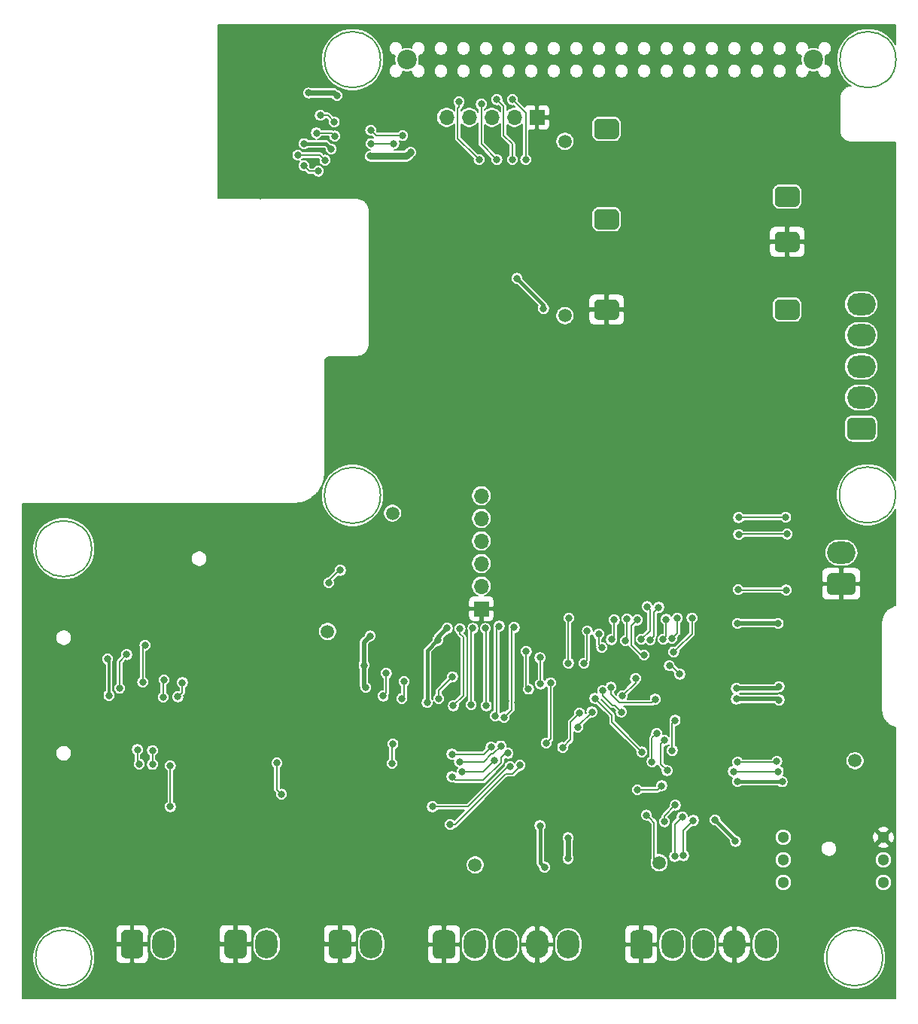
<source format=gbr>
G04 #@! TF.GenerationSoftware,KiCad,Pcbnew,5.1.5-52549c5~86~ubuntu18.04.1*
G04 #@! TF.CreationDate,2020-04-03T22:47:33+02:00*
G04 #@! TF.ProjectId,7001-ventilator_mainboard,37303031-2d76-4656-9e74-696c61746f72,2.0*
G04 #@! TF.SameCoordinates,Original*
G04 #@! TF.FileFunction,Copper,L2,Bot*
G04 #@! TF.FilePolarity,Positive*
%FSLAX46Y46*%
G04 Gerber Fmt 4.6, Leading zero omitted, Abs format (unit mm)*
G04 Created by KiCad (PCBNEW 5.1.5-52549c5~86~ubuntu18.04.1) date 2020-04-03 22:47:33*
%MOMM*%
%LPD*%
G04 APERTURE LIST*
%ADD10C,0.150000*%
%ADD11O,3.200000X2.500000*%
%ADD12C,0.100000*%
%ADD13O,2.500000X3.200000*%
%ADD14C,1.300000*%
%ADD15C,1.500000*%
%ADD16O,1.700000X1.700000*%
%ADD17R,1.700000X1.700000*%
%ADD18C,2.200000*%
%ADD19C,0.800000*%
%ADD20C,1.000000*%
%ADD21C,0.200000*%
%ADD22C,0.400000*%
%ADD23C,0.500000*%
%ADD24C,0.300000*%
%ADD25C,0.600000*%
%ADD26C,0.800000*%
G04 APERTURE END LIST*
D10*
X74150000Y-159000000D02*
G75*
G03X74150000Y-159000000I-3150000J0D01*
G01*
X164650000Y-104000000D02*
G75*
G03X164650000Y-104000000I-3150000J0D01*
G01*
X106650000Y-104000000D02*
G75*
G03X106650000Y-104000000I-3150000J0D01*
G01*
X74150000Y-205000000D02*
G75*
G03X74150000Y-205000000I-3150000J0D01*
G01*
X163150000Y-205000000D02*
G75*
G03X163150000Y-205000000I-3150000J0D01*
G01*
X164600000Y-152950000D02*
G75*
G03X164600000Y-152950000I-3150000J0D01*
G01*
X106650000Y-153000000D02*
G75*
G03X106650000Y-153000000I-3150000J0D01*
G01*
D11*
X160750000Y-131500000D03*
X160750000Y-135000000D03*
X160750000Y-138500000D03*
X160750000Y-142000000D03*
G04 #@! TA.AperFunction,ComponentPad*
D12*
G36*
X161786261Y-144253010D02*
G01*
X161846931Y-144262009D01*
X161906428Y-144276912D01*
X161964177Y-144297575D01*
X162019623Y-144323799D01*
X162072231Y-144355331D01*
X162121496Y-144391868D01*
X162166942Y-144433058D01*
X162208132Y-144478504D01*
X162244669Y-144527769D01*
X162276201Y-144580377D01*
X162302425Y-144635823D01*
X162323088Y-144693572D01*
X162337991Y-144753069D01*
X162346990Y-144813739D01*
X162350000Y-144875000D01*
X162350000Y-146125000D01*
X162346990Y-146186261D01*
X162337991Y-146246931D01*
X162323088Y-146306428D01*
X162302425Y-146364177D01*
X162276201Y-146419623D01*
X162244669Y-146472231D01*
X162208132Y-146521496D01*
X162166942Y-146566942D01*
X162121496Y-146608132D01*
X162072231Y-146644669D01*
X162019623Y-146676201D01*
X161964177Y-146702425D01*
X161906428Y-146723088D01*
X161846931Y-146737991D01*
X161786261Y-146746990D01*
X161725000Y-146750000D01*
X159775000Y-146750000D01*
X159713739Y-146746990D01*
X159653069Y-146737991D01*
X159593572Y-146723088D01*
X159535823Y-146702425D01*
X159480377Y-146676201D01*
X159427769Y-146644669D01*
X159378504Y-146608132D01*
X159333058Y-146566942D01*
X159291868Y-146521496D01*
X159255331Y-146472231D01*
X159223799Y-146419623D01*
X159197575Y-146364177D01*
X159176912Y-146306428D01*
X159162009Y-146246931D01*
X159153010Y-146186261D01*
X159150000Y-146125000D01*
X159150000Y-144875000D01*
X159153010Y-144813739D01*
X159162009Y-144753069D01*
X159176912Y-144693572D01*
X159197575Y-144635823D01*
X159223799Y-144580377D01*
X159255331Y-144527769D01*
X159291868Y-144478504D01*
X159333058Y-144433058D01*
X159378504Y-144391868D01*
X159427769Y-144355331D01*
X159480377Y-144323799D01*
X159535823Y-144297575D01*
X159593572Y-144276912D01*
X159653069Y-144262009D01*
X159713739Y-144253010D01*
X159775000Y-144250000D01*
X161725000Y-144250000D01*
X161786261Y-144253010D01*
G37*
G04 #@! TD.AperFunction*
D13*
X124300000Y-203500000D03*
X120800000Y-203500000D03*
X117300000Y-203500000D03*
X127800000Y-203500000D03*
G04 #@! TA.AperFunction,ComponentPad*
D12*
G36*
X114486261Y-201903010D02*
G01*
X114546931Y-201912009D01*
X114606428Y-201926912D01*
X114664177Y-201947575D01*
X114719623Y-201973799D01*
X114772231Y-202005331D01*
X114821496Y-202041868D01*
X114866942Y-202083058D01*
X114908132Y-202128504D01*
X114944669Y-202177769D01*
X114976201Y-202230377D01*
X115002425Y-202285823D01*
X115023088Y-202343572D01*
X115037991Y-202403069D01*
X115046990Y-202463739D01*
X115050000Y-202525000D01*
X115050000Y-204475000D01*
X115046990Y-204536261D01*
X115037991Y-204596931D01*
X115023088Y-204656428D01*
X115002425Y-204714177D01*
X114976201Y-204769623D01*
X114944669Y-204822231D01*
X114908132Y-204871496D01*
X114866942Y-204916942D01*
X114821496Y-204958132D01*
X114772231Y-204994669D01*
X114719623Y-205026201D01*
X114664177Y-205052425D01*
X114606428Y-205073088D01*
X114546931Y-205087991D01*
X114486261Y-205096990D01*
X114425000Y-205100000D01*
X113175000Y-205100000D01*
X113113739Y-205096990D01*
X113053069Y-205087991D01*
X112993572Y-205073088D01*
X112935823Y-205052425D01*
X112880377Y-205026201D01*
X112827769Y-204994669D01*
X112778504Y-204958132D01*
X112733058Y-204916942D01*
X112691868Y-204871496D01*
X112655331Y-204822231D01*
X112623799Y-204769623D01*
X112597575Y-204714177D01*
X112576912Y-204656428D01*
X112562009Y-204596931D01*
X112553010Y-204536261D01*
X112550000Y-204475000D01*
X112550000Y-202525000D01*
X112553010Y-202463739D01*
X112562009Y-202403069D01*
X112576912Y-202343572D01*
X112597575Y-202285823D01*
X112623799Y-202230377D01*
X112655331Y-202177769D01*
X112691868Y-202128504D01*
X112733058Y-202083058D01*
X112778504Y-202041868D01*
X112827769Y-202005331D01*
X112880377Y-201973799D01*
X112935823Y-201947575D01*
X112993572Y-201926912D01*
X113053069Y-201912009D01*
X113113739Y-201903010D01*
X113175000Y-201900000D01*
X114425000Y-201900000D01*
X114486261Y-201903010D01*
G37*
G04 #@! TD.AperFunction*
D13*
X146500000Y-203500000D03*
X143000000Y-203500000D03*
X139500000Y-203500000D03*
X150000000Y-203500000D03*
G04 #@! TA.AperFunction,ComponentPad*
D12*
G36*
X136686261Y-201903010D02*
G01*
X136746931Y-201912009D01*
X136806428Y-201926912D01*
X136864177Y-201947575D01*
X136919623Y-201973799D01*
X136972231Y-202005331D01*
X137021496Y-202041868D01*
X137066942Y-202083058D01*
X137108132Y-202128504D01*
X137144669Y-202177769D01*
X137176201Y-202230377D01*
X137202425Y-202285823D01*
X137223088Y-202343572D01*
X137237991Y-202403069D01*
X137246990Y-202463739D01*
X137250000Y-202525000D01*
X137250000Y-204475000D01*
X137246990Y-204536261D01*
X137237991Y-204596931D01*
X137223088Y-204656428D01*
X137202425Y-204714177D01*
X137176201Y-204769623D01*
X137144669Y-204822231D01*
X137108132Y-204871496D01*
X137066942Y-204916942D01*
X137021496Y-204958132D01*
X136972231Y-204994669D01*
X136919623Y-205026201D01*
X136864177Y-205052425D01*
X136806428Y-205073088D01*
X136746931Y-205087991D01*
X136686261Y-205096990D01*
X136625000Y-205100000D01*
X135375000Y-205100000D01*
X135313739Y-205096990D01*
X135253069Y-205087991D01*
X135193572Y-205073088D01*
X135135823Y-205052425D01*
X135080377Y-205026201D01*
X135027769Y-204994669D01*
X134978504Y-204958132D01*
X134933058Y-204916942D01*
X134891868Y-204871496D01*
X134855331Y-204822231D01*
X134823799Y-204769623D01*
X134797575Y-204714177D01*
X134776912Y-204656428D01*
X134762009Y-204596931D01*
X134753010Y-204536261D01*
X134750000Y-204475000D01*
X134750000Y-202525000D01*
X134753010Y-202463739D01*
X134762009Y-202403069D01*
X134776912Y-202343572D01*
X134797575Y-202285823D01*
X134823799Y-202230377D01*
X134855331Y-202177769D01*
X134891868Y-202128504D01*
X134933058Y-202083058D01*
X134978504Y-202041868D01*
X135027769Y-202005331D01*
X135080377Y-201973799D01*
X135135823Y-201947575D01*
X135193572Y-201926912D01*
X135253069Y-201912009D01*
X135313739Y-201903010D01*
X135375000Y-201900000D01*
X136625000Y-201900000D01*
X136686261Y-201903010D01*
G37*
G04 #@! TD.AperFunction*
G04 #@! TA.AperFunction,ComponentPad*
G36*
X132971360Y-110642769D02*
G01*
X133027177Y-110651048D01*
X133081914Y-110664759D01*
X133135043Y-110683769D01*
X133186053Y-110707895D01*
X133234453Y-110736905D01*
X133279776Y-110770519D01*
X133321586Y-110808414D01*
X133359481Y-110850224D01*
X133393095Y-110895547D01*
X133422105Y-110943947D01*
X133446231Y-110994957D01*
X133465241Y-111048086D01*
X133478952Y-111102823D01*
X133487231Y-111158640D01*
X133490000Y-111215000D01*
X133490000Y-112365000D01*
X133487231Y-112421360D01*
X133478952Y-112477177D01*
X133465241Y-112531914D01*
X133446231Y-112585043D01*
X133422105Y-112636053D01*
X133393095Y-112684453D01*
X133359481Y-112729776D01*
X133321586Y-112771586D01*
X133279776Y-112809481D01*
X133234453Y-112843095D01*
X133186053Y-112872105D01*
X133135043Y-112896231D01*
X133081914Y-112915241D01*
X133027177Y-112928952D01*
X132971360Y-112937231D01*
X132915000Y-112940000D01*
X131265000Y-112940000D01*
X131208640Y-112937231D01*
X131152823Y-112928952D01*
X131098086Y-112915241D01*
X131044957Y-112896231D01*
X130993947Y-112872105D01*
X130945547Y-112843095D01*
X130900224Y-112809481D01*
X130858414Y-112771586D01*
X130820519Y-112729776D01*
X130786905Y-112684453D01*
X130757895Y-112636053D01*
X130733769Y-112585043D01*
X130714759Y-112531914D01*
X130701048Y-112477177D01*
X130692769Y-112421360D01*
X130690000Y-112365000D01*
X130690000Y-111215000D01*
X130692769Y-111158640D01*
X130701048Y-111102823D01*
X130714759Y-111048086D01*
X130733769Y-110994957D01*
X130757895Y-110943947D01*
X130786905Y-110895547D01*
X130820519Y-110850224D01*
X130858414Y-110808414D01*
X130900224Y-110770519D01*
X130945547Y-110736905D01*
X130993947Y-110707895D01*
X131044957Y-110683769D01*
X131098086Y-110664759D01*
X131152823Y-110651048D01*
X131208640Y-110642769D01*
X131265000Y-110640000D01*
X132915000Y-110640000D01*
X132971360Y-110642769D01*
G37*
G04 #@! TD.AperFunction*
G04 #@! TA.AperFunction,ComponentPad*
G36*
X132971360Y-120802769D02*
G01*
X133027177Y-120811048D01*
X133081914Y-120824759D01*
X133135043Y-120843769D01*
X133186053Y-120867895D01*
X133234453Y-120896905D01*
X133279776Y-120930519D01*
X133321586Y-120968414D01*
X133359481Y-121010224D01*
X133393095Y-121055547D01*
X133422105Y-121103947D01*
X133446231Y-121154957D01*
X133465241Y-121208086D01*
X133478952Y-121262823D01*
X133487231Y-121318640D01*
X133490000Y-121375000D01*
X133490000Y-122525000D01*
X133487231Y-122581360D01*
X133478952Y-122637177D01*
X133465241Y-122691914D01*
X133446231Y-122745043D01*
X133422105Y-122796053D01*
X133393095Y-122844453D01*
X133359481Y-122889776D01*
X133321586Y-122931586D01*
X133279776Y-122969481D01*
X133234453Y-123003095D01*
X133186053Y-123032105D01*
X133135043Y-123056231D01*
X133081914Y-123075241D01*
X133027177Y-123088952D01*
X132971360Y-123097231D01*
X132915000Y-123100000D01*
X131265000Y-123100000D01*
X131208640Y-123097231D01*
X131152823Y-123088952D01*
X131098086Y-123075241D01*
X131044957Y-123056231D01*
X130993947Y-123032105D01*
X130945547Y-123003095D01*
X130900224Y-122969481D01*
X130858414Y-122931586D01*
X130820519Y-122889776D01*
X130786905Y-122844453D01*
X130757895Y-122796053D01*
X130733769Y-122745043D01*
X130714759Y-122691914D01*
X130701048Y-122637177D01*
X130692769Y-122581360D01*
X130690000Y-122525000D01*
X130690000Y-121375000D01*
X130692769Y-121318640D01*
X130701048Y-121262823D01*
X130714759Y-121208086D01*
X130733769Y-121154957D01*
X130757895Y-121103947D01*
X130786905Y-121055547D01*
X130820519Y-121010224D01*
X130858414Y-120968414D01*
X130900224Y-120930519D01*
X130945547Y-120896905D01*
X130993947Y-120867895D01*
X131044957Y-120843769D01*
X131098086Y-120824759D01*
X131152823Y-120811048D01*
X131208640Y-120802769D01*
X131265000Y-120800000D01*
X132915000Y-120800000D01*
X132971360Y-120802769D01*
G37*
G04 #@! TD.AperFunction*
G04 #@! TA.AperFunction,ComponentPad*
G36*
X132971360Y-130962769D02*
G01*
X133027177Y-130971048D01*
X133081914Y-130984759D01*
X133135043Y-131003769D01*
X133186053Y-131027895D01*
X133234453Y-131056905D01*
X133279776Y-131090519D01*
X133321586Y-131128414D01*
X133359481Y-131170224D01*
X133393095Y-131215547D01*
X133422105Y-131263947D01*
X133446231Y-131314957D01*
X133465241Y-131368086D01*
X133478952Y-131422823D01*
X133487231Y-131478640D01*
X133490000Y-131535000D01*
X133490000Y-132685000D01*
X133487231Y-132741360D01*
X133478952Y-132797177D01*
X133465241Y-132851914D01*
X133446231Y-132905043D01*
X133422105Y-132956053D01*
X133393095Y-133004453D01*
X133359481Y-133049776D01*
X133321586Y-133091586D01*
X133279776Y-133129481D01*
X133234453Y-133163095D01*
X133186053Y-133192105D01*
X133135043Y-133216231D01*
X133081914Y-133235241D01*
X133027177Y-133248952D01*
X132971360Y-133257231D01*
X132915000Y-133260000D01*
X131265000Y-133260000D01*
X131208640Y-133257231D01*
X131152823Y-133248952D01*
X131098086Y-133235241D01*
X131044957Y-133216231D01*
X130993947Y-133192105D01*
X130945547Y-133163095D01*
X130900224Y-133129481D01*
X130858414Y-133091586D01*
X130820519Y-133049776D01*
X130786905Y-133004453D01*
X130757895Y-132956053D01*
X130733769Y-132905043D01*
X130714759Y-132851914D01*
X130701048Y-132797177D01*
X130692769Y-132741360D01*
X130690000Y-132685000D01*
X130690000Y-131535000D01*
X130692769Y-131478640D01*
X130701048Y-131422823D01*
X130714759Y-131368086D01*
X130733769Y-131314957D01*
X130757895Y-131263947D01*
X130786905Y-131215547D01*
X130820519Y-131170224D01*
X130858414Y-131128414D01*
X130900224Y-131090519D01*
X130945547Y-131056905D01*
X130993947Y-131027895D01*
X131044957Y-131003769D01*
X131098086Y-130984759D01*
X131152823Y-130971048D01*
X131208640Y-130962769D01*
X131265000Y-130960000D01*
X132915000Y-130960000D01*
X132971360Y-130962769D01*
G37*
G04 #@! TD.AperFunction*
G04 #@! TA.AperFunction,ComponentPad*
G36*
X153291360Y-118262769D02*
G01*
X153347177Y-118271048D01*
X153401914Y-118284759D01*
X153455043Y-118303769D01*
X153506053Y-118327895D01*
X153554453Y-118356905D01*
X153599776Y-118390519D01*
X153641586Y-118428414D01*
X153679481Y-118470224D01*
X153713095Y-118515547D01*
X153742105Y-118563947D01*
X153766231Y-118614957D01*
X153785241Y-118668086D01*
X153798952Y-118722823D01*
X153807231Y-118778640D01*
X153810000Y-118835000D01*
X153810000Y-119985000D01*
X153807231Y-120041360D01*
X153798952Y-120097177D01*
X153785241Y-120151914D01*
X153766231Y-120205043D01*
X153742105Y-120256053D01*
X153713095Y-120304453D01*
X153679481Y-120349776D01*
X153641586Y-120391586D01*
X153599776Y-120429481D01*
X153554453Y-120463095D01*
X153506053Y-120492105D01*
X153455043Y-120516231D01*
X153401914Y-120535241D01*
X153347177Y-120548952D01*
X153291360Y-120557231D01*
X153235000Y-120560000D01*
X151585000Y-120560000D01*
X151528640Y-120557231D01*
X151472823Y-120548952D01*
X151418086Y-120535241D01*
X151364957Y-120516231D01*
X151313947Y-120492105D01*
X151265547Y-120463095D01*
X151220224Y-120429481D01*
X151178414Y-120391586D01*
X151140519Y-120349776D01*
X151106905Y-120304453D01*
X151077895Y-120256053D01*
X151053769Y-120205043D01*
X151034759Y-120151914D01*
X151021048Y-120097177D01*
X151012769Y-120041360D01*
X151010000Y-119985000D01*
X151010000Y-118835000D01*
X151012769Y-118778640D01*
X151021048Y-118722823D01*
X151034759Y-118668086D01*
X151053769Y-118614957D01*
X151077895Y-118563947D01*
X151106905Y-118515547D01*
X151140519Y-118470224D01*
X151178414Y-118428414D01*
X151220224Y-118390519D01*
X151265547Y-118356905D01*
X151313947Y-118327895D01*
X151364957Y-118303769D01*
X151418086Y-118284759D01*
X151472823Y-118271048D01*
X151528640Y-118262769D01*
X151585000Y-118260000D01*
X153235000Y-118260000D01*
X153291360Y-118262769D01*
G37*
G04 #@! TD.AperFunction*
G04 #@! TA.AperFunction,ComponentPad*
G36*
X153291360Y-123342769D02*
G01*
X153347177Y-123351048D01*
X153401914Y-123364759D01*
X153455043Y-123383769D01*
X153506053Y-123407895D01*
X153554453Y-123436905D01*
X153599776Y-123470519D01*
X153641586Y-123508414D01*
X153679481Y-123550224D01*
X153713095Y-123595547D01*
X153742105Y-123643947D01*
X153766231Y-123694957D01*
X153785241Y-123748086D01*
X153798952Y-123802823D01*
X153807231Y-123858640D01*
X153810000Y-123915000D01*
X153810000Y-125065000D01*
X153807231Y-125121360D01*
X153798952Y-125177177D01*
X153785241Y-125231914D01*
X153766231Y-125285043D01*
X153742105Y-125336053D01*
X153713095Y-125384453D01*
X153679481Y-125429776D01*
X153641586Y-125471586D01*
X153599776Y-125509481D01*
X153554453Y-125543095D01*
X153506053Y-125572105D01*
X153455043Y-125596231D01*
X153401914Y-125615241D01*
X153347177Y-125628952D01*
X153291360Y-125637231D01*
X153235000Y-125640000D01*
X151585000Y-125640000D01*
X151528640Y-125637231D01*
X151472823Y-125628952D01*
X151418086Y-125615241D01*
X151364957Y-125596231D01*
X151313947Y-125572105D01*
X151265547Y-125543095D01*
X151220224Y-125509481D01*
X151178414Y-125471586D01*
X151140519Y-125429776D01*
X151106905Y-125384453D01*
X151077895Y-125336053D01*
X151053769Y-125285043D01*
X151034759Y-125231914D01*
X151021048Y-125177177D01*
X151012769Y-125121360D01*
X151010000Y-125065000D01*
X151010000Y-123915000D01*
X151012769Y-123858640D01*
X151021048Y-123802823D01*
X151034759Y-123748086D01*
X151053769Y-123694957D01*
X151077895Y-123643947D01*
X151106905Y-123595547D01*
X151140519Y-123550224D01*
X151178414Y-123508414D01*
X151220224Y-123470519D01*
X151265547Y-123436905D01*
X151313947Y-123407895D01*
X151364957Y-123383769D01*
X151418086Y-123364759D01*
X151472823Y-123351048D01*
X151528640Y-123342769D01*
X151585000Y-123340000D01*
X153235000Y-123340000D01*
X153291360Y-123342769D01*
G37*
G04 #@! TD.AperFunction*
G04 #@! TA.AperFunction,ComponentPad*
G36*
X153291360Y-130962769D02*
G01*
X153347177Y-130971048D01*
X153401914Y-130984759D01*
X153455043Y-131003769D01*
X153506053Y-131027895D01*
X153554453Y-131056905D01*
X153599776Y-131090519D01*
X153641586Y-131128414D01*
X153679481Y-131170224D01*
X153713095Y-131215547D01*
X153742105Y-131263947D01*
X153766231Y-131314957D01*
X153785241Y-131368086D01*
X153798952Y-131422823D01*
X153807231Y-131478640D01*
X153810000Y-131535000D01*
X153810000Y-132685000D01*
X153807231Y-132741360D01*
X153798952Y-132797177D01*
X153785241Y-132851914D01*
X153766231Y-132905043D01*
X153742105Y-132956053D01*
X153713095Y-133004453D01*
X153679481Y-133049776D01*
X153641586Y-133091586D01*
X153599776Y-133129481D01*
X153554453Y-133163095D01*
X153506053Y-133192105D01*
X153455043Y-133216231D01*
X153401914Y-133235241D01*
X153347177Y-133248952D01*
X153291360Y-133257231D01*
X153235000Y-133260000D01*
X151585000Y-133260000D01*
X151528640Y-133257231D01*
X151472823Y-133248952D01*
X151418086Y-133235241D01*
X151364957Y-133216231D01*
X151313947Y-133192105D01*
X151265547Y-133163095D01*
X151220224Y-133129481D01*
X151178414Y-133091586D01*
X151140519Y-133049776D01*
X151106905Y-133004453D01*
X151077895Y-132956053D01*
X151053769Y-132905043D01*
X151034759Y-132851914D01*
X151021048Y-132797177D01*
X151012769Y-132741360D01*
X151010000Y-132685000D01*
X151010000Y-131535000D01*
X151012769Y-131478640D01*
X151021048Y-131422823D01*
X151034759Y-131368086D01*
X151053769Y-131314957D01*
X151077895Y-131263947D01*
X151106905Y-131215547D01*
X151140519Y-131170224D01*
X151178414Y-131128414D01*
X151220224Y-131090519D01*
X151265547Y-131056905D01*
X151313947Y-131027895D01*
X151364957Y-131003769D01*
X151418086Y-130984759D01*
X151472823Y-130971048D01*
X151528640Y-130962769D01*
X151585000Y-130960000D01*
X153235000Y-130960000D01*
X153291360Y-130962769D01*
G37*
G04 #@! TD.AperFunction*
D14*
X163225000Y-191460000D03*
X151975000Y-196540000D03*
X163225000Y-196540000D03*
X151975000Y-194000000D03*
X151975000Y-191460000D03*
X163225000Y-194000000D03*
D15*
X117300000Y-194550000D03*
X138000000Y-194300000D03*
X160050000Y-182850000D03*
D16*
X114090000Y-110500000D03*
X116630000Y-110500000D03*
X119170000Y-110500000D03*
X121710000Y-110500000D03*
D17*
X124250000Y-110500000D03*
D13*
X105600000Y-203450000D03*
G04 #@! TA.AperFunction,ComponentPad*
D12*
G36*
X102786261Y-201853010D02*
G01*
X102846931Y-201862009D01*
X102906428Y-201876912D01*
X102964177Y-201897575D01*
X103019623Y-201923799D01*
X103072231Y-201955331D01*
X103121496Y-201991868D01*
X103166942Y-202033058D01*
X103208132Y-202078504D01*
X103244669Y-202127769D01*
X103276201Y-202180377D01*
X103302425Y-202235823D01*
X103323088Y-202293572D01*
X103337991Y-202353069D01*
X103346990Y-202413739D01*
X103350000Y-202475000D01*
X103350000Y-204425000D01*
X103346990Y-204486261D01*
X103337991Y-204546931D01*
X103323088Y-204606428D01*
X103302425Y-204664177D01*
X103276201Y-204719623D01*
X103244669Y-204772231D01*
X103208132Y-204821496D01*
X103166942Y-204866942D01*
X103121496Y-204908132D01*
X103072231Y-204944669D01*
X103019623Y-204976201D01*
X102964177Y-205002425D01*
X102906428Y-205023088D01*
X102846931Y-205037991D01*
X102786261Y-205046990D01*
X102725000Y-205050000D01*
X101475000Y-205050000D01*
X101413739Y-205046990D01*
X101353069Y-205037991D01*
X101293572Y-205023088D01*
X101235823Y-205002425D01*
X101180377Y-204976201D01*
X101127769Y-204944669D01*
X101078504Y-204908132D01*
X101033058Y-204866942D01*
X100991868Y-204821496D01*
X100955331Y-204772231D01*
X100923799Y-204719623D01*
X100897575Y-204664177D01*
X100876912Y-204606428D01*
X100862009Y-204546931D01*
X100853010Y-204486261D01*
X100850000Y-204425000D01*
X100850000Y-202475000D01*
X100853010Y-202413739D01*
X100862009Y-202353069D01*
X100876912Y-202293572D01*
X100897575Y-202235823D01*
X100923799Y-202180377D01*
X100955331Y-202127769D01*
X100991868Y-202078504D01*
X101033058Y-202033058D01*
X101078504Y-201991868D01*
X101127769Y-201955331D01*
X101180377Y-201923799D01*
X101235823Y-201897575D01*
X101293572Y-201876912D01*
X101353069Y-201862009D01*
X101413739Y-201853010D01*
X101475000Y-201850000D01*
X102725000Y-201850000D01*
X102786261Y-201853010D01*
G37*
G04 #@! TD.AperFunction*
D11*
X158500000Y-159450000D03*
G04 #@! TA.AperFunction,ComponentPad*
D12*
G36*
X159536261Y-161703010D02*
G01*
X159596931Y-161712009D01*
X159656428Y-161726912D01*
X159714177Y-161747575D01*
X159769623Y-161773799D01*
X159822231Y-161805331D01*
X159871496Y-161841868D01*
X159916942Y-161883058D01*
X159958132Y-161928504D01*
X159994669Y-161977769D01*
X160026201Y-162030377D01*
X160052425Y-162085823D01*
X160073088Y-162143572D01*
X160087991Y-162203069D01*
X160096990Y-162263739D01*
X160100000Y-162325000D01*
X160100000Y-163575000D01*
X160096990Y-163636261D01*
X160087991Y-163696931D01*
X160073088Y-163756428D01*
X160052425Y-163814177D01*
X160026201Y-163869623D01*
X159994669Y-163922231D01*
X159958132Y-163971496D01*
X159916942Y-164016942D01*
X159871496Y-164058132D01*
X159822231Y-164094669D01*
X159769623Y-164126201D01*
X159714177Y-164152425D01*
X159656428Y-164173088D01*
X159596931Y-164187991D01*
X159536261Y-164196990D01*
X159475000Y-164200000D01*
X157525000Y-164200000D01*
X157463739Y-164196990D01*
X157403069Y-164187991D01*
X157343572Y-164173088D01*
X157285823Y-164152425D01*
X157230377Y-164126201D01*
X157177769Y-164094669D01*
X157128504Y-164058132D01*
X157083058Y-164016942D01*
X157041868Y-163971496D01*
X157005331Y-163922231D01*
X156973799Y-163869623D01*
X156947575Y-163814177D01*
X156926912Y-163756428D01*
X156912009Y-163696931D01*
X156903010Y-163636261D01*
X156900000Y-163575000D01*
X156900000Y-162325000D01*
X156903010Y-162263739D01*
X156912009Y-162203069D01*
X156926912Y-162143572D01*
X156947575Y-162085823D01*
X156973799Y-162030377D01*
X157005331Y-161977769D01*
X157041868Y-161928504D01*
X157083058Y-161883058D01*
X157128504Y-161841868D01*
X157177769Y-161805331D01*
X157230377Y-161773799D01*
X157285823Y-161747575D01*
X157343572Y-161726912D01*
X157403069Y-161712009D01*
X157463739Y-161703010D01*
X157525000Y-161700000D01*
X159475000Y-161700000D01*
X159536261Y-161703010D01*
G37*
G04 #@! TD.AperFunction*
D18*
X155360000Y-104000000D03*
X109640000Y-104000000D03*
D16*
X118000000Y-153050000D03*
X118000000Y-155590000D03*
X118000000Y-158130000D03*
X118000000Y-160670000D03*
X118000000Y-163210000D03*
D17*
X118000000Y-165750000D03*
D15*
X108000000Y-155000000D03*
X127400000Y-132800000D03*
D13*
X93850000Y-203450000D03*
G04 #@! TA.AperFunction,ComponentPad*
D12*
G36*
X91036261Y-201853010D02*
G01*
X91096931Y-201862009D01*
X91156428Y-201876912D01*
X91214177Y-201897575D01*
X91269623Y-201923799D01*
X91322231Y-201955331D01*
X91371496Y-201991868D01*
X91416942Y-202033058D01*
X91458132Y-202078504D01*
X91494669Y-202127769D01*
X91526201Y-202180377D01*
X91552425Y-202235823D01*
X91573088Y-202293572D01*
X91587991Y-202353069D01*
X91596990Y-202413739D01*
X91600000Y-202475000D01*
X91600000Y-204425000D01*
X91596990Y-204486261D01*
X91587991Y-204546931D01*
X91573088Y-204606428D01*
X91552425Y-204664177D01*
X91526201Y-204719623D01*
X91494669Y-204772231D01*
X91458132Y-204821496D01*
X91416942Y-204866942D01*
X91371496Y-204908132D01*
X91322231Y-204944669D01*
X91269623Y-204976201D01*
X91214177Y-205002425D01*
X91156428Y-205023088D01*
X91096931Y-205037991D01*
X91036261Y-205046990D01*
X90975000Y-205050000D01*
X89725000Y-205050000D01*
X89663739Y-205046990D01*
X89603069Y-205037991D01*
X89543572Y-205023088D01*
X89485823Y-205002425D01*
X89430377Y-204976201D01*
X89377769Y-204944669D01*
X89328504Y-204908132D01*
X89283058Y-204866942D01*
X89241868Y-204821496D01*
X89205331Y-204772231D01*
X89173799Y-204719623D01*
X89147575Y-204664177D01*
X89126912Y-204606428D01*
X89112009Y-204546931D01*
X89103010Y-204486261D01*
X89100000Y-204425000D01*
X89100000Y-202475000D01*
X89103010Y-202413739D01*
X89112009Y-202353069D01*
X89126912Y-202293572D01*
X89147575Y-202235823D01*
X89173799Y-202180377D01*
X89205331Y-202127769D01*
X89241868Y-202078504D01*
X89283058Y-202033058D01*
X89328504Y-201991868D01*
X89377769Y-201955331D01*
X89430377Y-201923799D01*
X89485823Y-201897575D01*
X89543572Y-201876912D01*
X89603069Y-201862009D01*
X89663739Y-201853010D01*
X89725000Y-201850000D01*
X90975000Y-201850000D01*
X91036261Y-201853010D01*
G37*
G04 #@! TD.AperFunction*
D13*
X82200000Y-203450000D03*
G04 #@! TA.AperFunction,ComponentPad*
D12*
G36*
X79386261Y-201853010D02*
G01*
X79446931Y-201862009D01*
X79506428Y-201876912D01*
X79564177Y-201897575D01*
X79619623Y-201923799D01*
X79672231Y-201955331D01*
X79721496Y-201991868D01*
X79766942Y-202033058D01*
X79808132Y-202078504D01*
X79844669Y-202127769D01*
X79876201Y-202180377D01*
X79902425Y-202235823D01*
X79923088Y-202293572D01*
X79937991Y-202353069D01*
X79946990Y-202413739D01*
X79950000Y-202475000D01*
X79950000Y-204425000D01*
X79946990Y-204486261D01*
X79937991Y-204546931D01*
X79923088Y-204606428D01*
X79902425Y-204664177D01*
X79876201Y-204719623D01*
X79844669Y-204772231D01*
X79808132Y-204821496D01*
X79766942Y-204866942D01*
X79721496Y-204908132D01*
X79672231Y-204944669D01*
X79619623Y-204976201D01*
X79564177Y-205002425D01*
X79506428Y-205023088D01*
X79446931Y-205037991D01*
X79386261Y-205046990D01*
X79325000Y-205050000D01*
X78075000Y-205050000D01*
X78013739Y-205046990D01*
X77953069Y-205037991D01*
X77893572Y-205023088D01*
X77835823Y-205002425D01*
X77780377Y-204976201D01*
X77727769Y-204944669D01*
X77678504Y-204908132D01*
X77633058Y-204866942D01*
X77591868Y-204821496D01*
X77555331Y-204772231D01*
X77523799Y-204719623D01*
X77497575Y-204664177D01*
X77476912Y-204606428D01*
X77462009Y-204546931D01*
X77453010Y-204486261D01*
X77450000Y-204425000D01*
X77450000Y-202475000D01*
X77453010Y-202413739D01*
X77462009Y-202353069D01*
X77476912Y-202293572D01*
X77497575Y-202235823D01*
X77523799Y-202180377D01*
X77555331Y-202127769D01*
X77591868Y-202078504D01*
X77633058Y-202033058D01*
X77678504Y-201991868D01*
X77727769Y-201955331D01*
X77780377Y-201923799D01*
X77835823Y-201897575D01*
X77893572Y-201876912D01*
X77953069Y-201862009D01*
X78013739Y-201853010D01*
X78075000Y-201850000D01*
X79325000Y-201850000D01*
X79386261Y-201853010D01*
G37*
G04 #@! TD.AperFunction*
D15*
X100700000Y-168300000D03*
X127400000Y-113200000D03*
D19*
X109500000Y-129500000D03*
X139000000Y-114000000D03*
X142000000Y-111000000D03*
X155000000Y-111000000D03*
X147000000Y-112000000D03*
X143000000Y-116000000D03*
X139000000Y-121000000D03*
X136000000Y-125000000D03*
X130000000Y-127000000D03*
X127000000Y-130000000D03*
X123500000Y-133750000D03*
X93500000Y-114300000D03*
X90100000Y-110700000D03*
X90100000Y-116900000D03*
X96500000Y-113900000D03*
X93100000Y-119300000D03*
X93500000Y-115700000D03*
X93100000Y-113100000D03*
X139375000Y-154925000D03*
X141900000Y-154925000D03*
X93100000Y-103200000D03*
X90100000Y-100800000D03*
X101800000Y-189100000D03*
X108250000Y-193450000D03*
X103550000Y-192750000D03*
X108250000Y-191800000D03*
X89600000Y-186450000D03*
X90050000Y-189100000D03*
X91800000Y-192750000D03*
X96500000Y-191800000D03*
X96500000Y-193450000D03*
X71100000Y-188700000D03*
X71250000Y-186350000D03*
X78600000Y-192500000D03*
X78450000Y-194300000D03*
X83500000Y-194000000D03*
X83650000Y-191650000D03*
X118440000Y-141800000D03*
X118460000Y-139330000D03*
X115050000Y-141900000D03*
X127450000Y-109150000D03*
X126650000Y-187750000D03*
X133875000Y-186500000D03*
X135625000Y-184875000D03*
X122500000Y-101400000D03*
X130200000Y-101400000D03*
X142800000Y-101400000D03*
X147900000Y-101300000D03*
X155600000Y-106800000D03*
X137700000Y-106700000D03*
X118500000Y-108100000D03*
X114500000Y-101400000D03*
X159700000Y-175750000D03*
X162250000Y-176800000D03*
X158150000Y-170900000D03*
X158950000Y-168700000D03*
X162200000Y-167700000D03*
X108000000Y-111000000D03*
X115850000Y-117475000D03*
X114450000Y-117475000D03*
X112050000Y-115400000D03*
X93500000Y-105800000D03*
X93500000Y-104400000D03*
X96500000Y-105900021D03*
X96500000Y-104000000D03*
X90100000Y-107000000D03*
X93100000Y-109400000D03*
X128000000Y-119250000D03*
X129000000Y-118250000D03*
X126500000Y-117750000D03*
X124800000Y-119200000D03*
X126300000Y-119050000D03*
X122049947Y-117850000D03*
X120550000Y-117900000D03*
X114850000Y-128500000D03*
X159750000Y-115250000D03*
X161150000Y-117050000D03*
X159750000Y-119000000D03*
X156750000Y-155450000D03*
X154850000Y-160450000D03*
X156750000Y-166250000D03*
X153550000Y-135050000D03*
X144450000Y-154925000D03*
X107600000Y-156800000D03*
X109400000Y-156799998D03*
X95950000Y-108250000D03*
X95700000Y-110700000D03*
X95700000Y-101000000D03*
X95700000Y-118650000D03*
X98400000Y-118750000D03*
X103150000Y-116450000D03*
X104800000Y-117700000D03*
X98250000Y-100500000D03*
X103050000Y-139300000D03*
X129500000Y-142500000D03*
X134500000Y-140000000D03*
X137500000Y-142500000D03*
X137500000Y-140000000D03*
X137500000Y-138000000D03*
X129000000Y-138000000D03*
X131500000Y-138000000D03*
X134500000Y-138000000D03*
X131500000Y-140000000D03*
X130000000Y-140500000D03*
X163800000Y-185200000D03*
X154800000Y-190000000D03*
X155800000Y-188200000D03*
X155800000Y-186200000D03*
X154400000Y-185200000D03*
X123450000Y-143200000D03*
X123450000Y-147750000D03*
X117800000Y-147700000D03*
X117500000Y-143250000D03*
X123300000Y-138100000D03*
X117900000Y-138100000D03*
X100650000Y-159500000D03*
X100400000Y-161000000D03*
X97950000Y-163400000D03*
X97950000Y-165850000D03*
X105500000Y-167000000D03*
X105500000Y-164500000D03*
X105500000Y-162500000D03*
X108200000Y-162300000D03*
X111000000Y-162500000D03*
X111000000Y-164500000D03*
X108200000Y-164300000D03*
X111000000Y-167000000D03*
X113500000Y-167000000D03*
X113500000Y-164500000D03*
X113500000Y-162000000D03*
X113500000Y-159500000D03*
X117900000Y-128700000D03*
X119300000Y-126600000D03*
X125000000Y-123250000D03*
X96459151Y-115885121D03*
X107100000Y-108750000D03*
X101550000Y-109950000D03*
X113500000Y-138500000D03*
X113500000Y-135500000D03*
X116000000Y-133000000D03*
X120500000Y-133000000D03*
X125000000Y-136000000D03*
X124500000Y-145500000D03*
X113500000Y-143500000D03*
X116000000Y-145500000D03*
X120500000Y-148250000D03*
X135250000Y-133500000D03*
X138000000Y-129000000D03*
X138000000Y-134000000D03*
X144000000Y-134000000D03*
X144000000Y-129000000D03*
X144000000Y-124000000D03*
X148000000Y-121000000D03*
X148000000Y-126000000D03*
X148000000Y-131000000D03*
X151000000Y-128000000D03*
X156000000Y-132000000D03*
X156000000Y-128000000D03*
X156000000Y-122000000D03*
X154000000Y-117000000D03*
X150000000Y-117000000D03*
X113000000Y-129500000D03*
X109500000Y-133500000D03*
X111000000Y-131000000D03*
X77700000Y-168100000D03*
X77300000Y-181200000D03*
X76000000Y-167000000D03*
X75900000Y-179900000D03*
X155700000Y-170900000D03*
X154600000Y-171450000D03*
X158050000Y-176500000D03*
X145600000Y-177650000D03*
X135650000Y-157100000D03*
X133150000Y-157100000D03*
X130600000Y-157100000D03*
X128000000Y-157100000D03*
X126700000Y-154800000D03*
X123000000Y-157150000D03*
X121250000Y-154850000D03*
X130604348Y-180220972D03*
X101350000Y-186450000D03*
X99050000Y-174350000D03*
X101600000Y-174350000D03*
X103250000Y-174350000D03*
X116900000Y-178550000D03*
X132214778Y-180104743D03*
X141950000Y-197150000D03*
X147400000Y-195000000D03*
X130950000Y-183450000D03*
X125100000Y-195850000D03*
X123550016Y-197650000D03*
X108150000Y-208850000D03*
X96350000Y-209000000D03*
X84600000Y-208950000D03*
X158650000Y-197900000D03*
X157400000Y-199750000D03*
X145650000Y-182300000D03*
X143250000Y-172400000D03*
X117350000Y-181100000D03*
X120750000Y-166900000D03*
X128152883Y-176642428D03*
X122100000Y-176250000D03*
X120699989Y-176121565D03*
X119750000Y-186350000D03*
X126250000Y-165300000D03*
X164000000Y-149000000D03*
X164000000Y-156000000D03*
X164000000Y-160000000D03*
X164000000Y-164500000D03*
X160500000Y-165500000D03*
X161500000Y-162500000D03*
X161500000Y-158000000D03*
X159000000Y-156500000D03*
X157000000Y-157500000D03*
X67500000Y-208500000D03*
X67500000Y-202500000D03*
X70500000Y-200000000D03*
X75000000Y-200000000D03*
X75000000Y-205000000D03*
X75000000Y-208500000D03*
X80000000Y-208500000D03*
X83000000Y-206500000D03*
X88500000Y-208500000D03*
X93000000Y-207500000D03*
X101000000Y-208500000D03*
X104500000Y-207000000D03*
X112500000Y-208500000D03*
X120000000Y-208500000D03*
X125000000Y-208500000D03*
X131500000Y-208500000D03*
X138500000Y-208500000D03*
X147000000Y-208500000D03*
X155000000Y-208500000D03*
X155000000Y-205000000D03*
X156000000Y-201500000D03*
X163500000Y-202500000D03*
X163500000Y-208500000D03*
X153600000Y-181600000D03*
X163600000Y-181700000D03*
X157900000Y-181500000D03*
X160300000Y-179000000D03*
X155500000Y-178600000D03*
X152500000Y-171900000D03*
X154600000Y-168300000D03*
X163500000Y-119500000D03*
X163500000Y-127500000D03*
X160000000Y-124500000D03*
X106000000Y-107500000D03*
X106000000Y-100500000D03*
X101000000Y-100500000D03*
X101000000Y-148500000D03*
X104000000Y-148500000D03*
X101000000Y-144000000D03*
X101000000Y-138500000D03*
X105000000Y-144500000D03*
X105000000Y-138000000D03*
X103000000Y-118500000D03*
X67500000Y-155000000D03*
X71500000Y-155000000D03*
X75500000Y-155000000D03*
X75500000Y-159500000D03*
X75500000Y-163500000D03*
X71500000Y-163500000D03*
X69000000Y-165500000D03*
X67500000Y-162000000D03*
X67500000Y-187500000D03*
X67500000Y-192500000D03*
X67500000Y-197500000D03*
X71000000Y-193000000D03*
X71000000Y-197000000D03*
X77500000Y-197500000D03*
X80500000Y-200500000D03*
X84000000Y-200500000D03*
X88500000Y-200500000D03*
X86500000Y-198000000D03*
X91000000Y-196000000D03*
X90500000Y-191000000D03*
X92000000Y-199500000D03*
X95500000Y-200500000D03*
X97000000Y-198000000D03*
X100500000Y-200000000D03*
X103000000Y-196500000D03*
X103500000Y-200000000D03*
X102500000Y-191000000D03*
X103500000Y-187500000D03*
X109500000Y-187500000D03*
X113000000Y-191000000D03*
X110500000Y-193000000D03*
X115000000Y-193500000D03*
X112000000Y-196500000D03*
X112000000Y-200000000D03*
X107500000Y-200000000D03*
X109000000Y-197500000D03*
X116000000Y-200500000D03*
X119000000Y-201000000D03*
X119000000Y-198000000D03*
X122500000Y-200000000D03*
X124500000Y-199500000D03*
X129500000Y-200500000D03*
X131000000Y-196000000D03*
X134500000Y-196000000D03*
X134000000Y-200000000D03*
X141500000Y-200500000D03*
X145000000Y-200500000D03*
X148000000Y-200000000D03*
X152000000Y-199500000D03*
X153000000Y-203000000D03*
X145500000Y-197000000D03*
X151850000Y-185200000D03*
X146800000Y-185150000D03*
X114155055Y-167944945D03*
X113100000Y-169299990D03*
X144300000Y-189500000D03*
X111900000Y-176300000D03*
X125100000Y-194800000D03*
X124600000Y-190149990D03*
X146600000Y-191900010D03*
X151400000Y-167400000D03*
X146800000Y-167400000D03*
X76100000Y-175500000D03*
X75950000Y-171400000D03*
X104800000Y-172100000D03*
X105000000Y-174600000D03*
X105500001Y-168799979D03*
X135549981Y-186114147D03*
X138287490Y-185648711D03*
X114700000Y-182100000D03*
X119086282Y-181296026D03*
X136650000Y-165500000D03*
X136002106Y-169184948D03*
X146700000Y-174700000D03*
X151500000Y-174500000D03*
X146700000Y-175900000D03*
X151500000Y-176000000D03*
X133868549Y-175549996D03*
X137950000Y-165600000D03*
X135350010Y-173593517D03*
X137000000Y-169250000D03*
X109300000Y-173950000D03*
X109050000Y-175850000D03*
X107300000Y-173000000D03*
X106950000Y-175550000D03*
X146850000Y-183000000D03*
X151250000Y-182900000D03*
X122000000Y-128600000D03*
X124999984Y-132000000D03*
X127750000Y-191500000D03*
X127750000Y-193850021D03*
X119750000Y-108500000D03*
X121499998Y-115250000D03*
X118000000Y-109000000D03*
X119750000Y-115250000D03*
X120000000Y-167700000D03*
X119550000Y-177799998D03*
X121700000Y-167850000D03*
X120557777Y-177950021D03*
X79900000Y-174000000D03*
X80150000Y-169850000D03*
X131200000Y-168600000D03*
X131550000Y-170100000D03*
X81000000Y-181700000D03*
X81000000Y-183250000D03*
X84350000Y-174050000D03*
X83850000Y-175650000D03*
X82200000Y-175700000D03*
X79300000Y-181600000D03*
X79500000Y-183200000D03*
X82300000Y-173750000D03*
X115550000Y-182950000D03*
X120188721Y-181183551D03*
X123050000Y-170550000D03*
X123295939Y-174785445D03*
X127800000Y-171850000D03*
X127850000Y-166800000D03*
X132650000Y-169200000D03*
X132950000Y-166999978D03*
X134400000Y-166900000D03*
X134199990Y-169350000D03*
X135550000Y-167000000D03*
X136300000Y-170950000D03*
X115850000Y-184100000D03*
X119492513Y-182767523D03*
X124600000Y-171250000D03*
X124650000Y-174200000D03*
X77300000Y-174700000D03*
X78100000Y-170900000D03*
X139474980Y-181675046D03*
X139800000Y-178300000D03*
X140315347Y-173110619D03*
X139150000Y-172150000D03*
X130781832Y-175828203D03*
X136050000Y-181850000D03*
X136569871Y-188949979D03*
X152300000Y-163650000D03*
X146900000Y-163600000D03*
X141700000Y-166800000D03*
X139650000Y-170600000D03*
X102133446Y-161412769D03*
X100824663Y-162825337D03*
X129920730Y-168249979D03*
X129552703Y-171875769D03*
X151400000Y-184050000D03*
X146350000Y-184050000D03*
X131646935Y-174963100D03*
X133750000Y-177350000D03*
X110050000Y-114400000D03*
X105500000Y-114850000D03*
X98032395Y-113450000D03*
X101100000Y-114050000D03*
X130450000Y-177350000D03*
X128850000Y-179050000D03*
X122350000Y-183350000D03*
X114500000Y-190000000D03*
X98550000Y-107750000D03*
X101750000Y-108050000D03*
X100400000Y-115300000D03*
X97350000Y-114750001D03*
X99881832Y-110263499D03*
X101450000Y-111000000D03*
X101500000Y-112600000D03*
X99449977Y-112261069D03*
X99650000Y-116550000D03*
X98037151Y-115935278D03*
X115500000Y-108750000D03*
X117750000Y-115250000D03*
X118550000Y-176650000D03*
X118450000Y-167950000D03*
X121500000Y-108500000D03*
X123000000Y-115250000D03*
X139755482Y-193604686D03*
X140600000Y-189149968D03*
X108150000Y-113450000D03*
X105600000Y-113450000D03*
X138900000Y-183950010D03*
X138600000Y-189700000D03*
X114850000Y-176650000D03*
X138564995Y-180559036D03*
X115600000Y-168000000D03*
X139825000Y-187825000D03*
X140750000Y-193500000D03*
X141850000Y-189549979D03*
X137200000Y-182950000D03*
X109150000Y-112550000D03*
X105550000Y-111950000D03*
X137719982Y-179780018D03*
X116849989Y-176550000D03*
X117050000Y-167950000D03*
X129050000Y-177500000D03*
X127149979Y-181349991D03*
X112500014Y-188000000D03*
X121225000Y-183525000D03*
X113200000Y-175850000D03*
X107944982Y-183155018D03*
X108050000Y-180954985D03*
X114750000Y-173400000D03*
X83000000Y-183400000D03*
X83000000Y-188000000D03*
X95500000Y-186600000D03*
X95000000Y-183100000D03*
X114700000Y-184649998D03*
X125298512Y-180850010D03*
X125792290Y-174075964D03*
X121000000Y-182000000D03*
X152400000Y-157350000D03*
X146950000Y-157400000D03*
X140050000Y-166800000D03*
X139450000Y-169100000D03*
X152250000Y-155450000D03*
X146950000Y-155500000D03*
X138800000Y-166950000D03*
X138453036Y-169178022D03*
X132580658Y-174571019D03*
X137568531Y-175918533D03*
D20*
X161150000Y-117050000D02*
X160700000Y-117500000D01*
X160700000Y-117500000D02*
X160050000Y-117500000D01*
D21*
X120750000Y-166900000D02*
X120750000Y-176071554D01*
X120750000Y-176071554D02*
X120699989Y-176121565D01*
D22*
X151850000Y-185200000D02*
X146850000Y-185200000D01*
X146850000Y-185200000D02*
X146800000Y-185150000D01*
D23*
X114155055Y-167944945D02*
X113100000Y-169000000D01*
X113100000Y-169000000D02*
X113100000Y-169299990D01*
D22*
X111900000Y-170450000D02*
X111900000Y-176300000D01*
X113100000Y-169299990D02*
X113050010Y-169299990D01*
X113050010Y-169299990D02*
X111900000Y-170450000D01*
X124600000Y-194300000D02*
X124600000Y-191149990D01*
X125100000Y-194800000D02*
X124600000Y-194300000D01*
X124600000Y-191149990D02*
X124600000Y-190149990D01*
X146600000Y-191800000D02*
X146600000Y-191900010D01*
X144300000Y-189500000D02*
X146600000Y-191800000D01*
D23*
X151400000Y-167400000D02*
X146800000Y-167400000D01*
D24*
X76100000Y-175500000D02*
X76100000Y-171550000D01*
X76100000Y-171550000D02*
X75950000Y-171400000D01*
D23*
X104800000Y-174400000D02*
X105000000Y-174600000D01*
X104800000Y-172100000D02*
X104800000Y-174400000D01*
X104800000Y-172100000D02*
X104800000Y-169499980D01*
X104800000Y-169499980D02*
X105500001Y-168799979D01*
D21*
X135549981Y-186114147D02*
X137822054Y-186114147D01*
X137822054Y-186114147D02*
X138287490Y-185648711D01*
X114700000Y-182100000D02*
X118282308Y-182100000D01*
X118282308Y-182100000D02*
X119086282Y-181296026D01*
X136650000Y-165500000D02*
X136950000Y-165800000D01*
X136950000Y-168237054D02*
X136002106Y-169184948D01*
X136950000Y-165800000D02*
X136950000Y-168237054D01*
D23*
X146700000Y-174700000D02*
X151300000Y-174700000D01*
X151300000Y-174700000D02*
X151500000Y-174500000D01*
X151400000Y-175900000D02*
X151500000Y-176000000D01*
X146700000Y-175900000D02*
X151400000Y-175900000D01*
D21*
X133868549Y-175549996D02*
X135350010Y-174068535D01*
X135350010Y-174068535D02*
X135350010Y-173593517D01*
X137399999Y-168850001D02*
X137000000Y-169250000D01*
X137950000Y-165600000D02*
X137400000Y-166150000D01*
X137400000Y-166150000D02*
X137399999Y-168850001D01*
X109300000Y-173950000D02*
X109300000Y-175600000D01*
X109300000Y-175600000D02*
X109050000Y-175850000D01*
X107300000Y-173000000D02*
X107300000Y-175200000D01*
X107300000Y-175200000D02*
X106950000Y-175550000D01*
X146850000Y-183000000D02*
X151150000Y-183000000D01*
X151150000Y-183000000D02*
X151250000Y-182900000D01*
D22*
X122000000Y-128600000D02*
X124999984Y-131599984D01*
X124999984Y-131599984D02*
X124999984Y-132000000D01*
D25*
X127750000Y-191500000D02*
X127750000Y-193850021D01*
D21*
X121500000Y-115249998D02*
X121499998Y-115250000D01*
X121500000Y-113500000D02*
X121500000Y-115249998D01*
X120500000Y-112500000D02*
X121500000Y-113500000D01*
X119750000Y-108500000D02*
X120500000Y-109250000D01*
X120500000Y-109250000D02*
X120500000Y-112500000D01*
X118000000Y-113500000D02*
X119750000Y-115250000D01*
X118000000Y-109000000D02*
X118000000Y-113500000D01*
X119700000Y-177649998D02*
X119550000Y-177799998D01*
X120000000Y-167700000D02*
X119700000Y-168000000D01*
X119700000Y-168000000D02*
X119700000Y-177649998D01*
X120957776Y-177550022D02*
X120557777Y-177950021D01*
X121399999Y-177107799D02*
X120957776Y-177550022D01*
X121700000Y-167850000D02*
X121700000Y-167900000D01*
X121399999Y-168200001D02*
X121399999Y-177107799D01*
X121700000Y-167900000D02*
X121399999Y-168200001D01*
X79900000Y-170100000D02*
X80150000Y-169850000D01*
X79900000Y-174000000D02*
X79900000Y-170100000D01*
X131200000Y-169750000D02*
X131550000Y-170100000D01*
X131200000Y-168600000D02*
X131200000Y-169750000D01*
X81000000Y-181700000D02*
X81000000Y-183250000D01*
X84350000Y-175150000D02*
X83850000Y-175650000D01*
X84350000Y-174050000D02*
X84350000Y-175150000D01*
X79300000Y-181600000D02*
X79300000Y-183000000D01*
X79300000Y-183000000D02*
X79500000Y-183200000D01*
X82200000Y-173850000D02*
X82300000Y-173750000D01*
X82200000Y-175700000D02*
X82200000Y-173850000D01*
X119304751Y-182067521D02*
X120188721Y-181183551D01*
X119156511Y-182067521D02*
X119304751Y-182067521D01*
X115550000Y-182950000D02*
X118274032Y-182950000D01*
X118274032Y-182950000D02*
X119156511Y-182067521D01*
X123050000Y-174539506D02*
X123295939Y-174785445D01*
X123050000Y-170550000D02*
X123050000Y-174539506D01*
X127800000Y-171850000D02*
X127800000Y-166850000D01*
X127800000Y-166850000D02*
X127850000Y-166800000D01*
X132950000Y-168900000D02*
X132650000Y-169200000D01*
X132950000Y-166999978D02*
X132950000Y-168900000D01*
X134400000Y-169149990D02*
X134199990Y-169350000D01*
X134400000Y-166900000D02*
X134400000Y-169149990D01*
X136000000Y-170950000D02*
X136300000Y-170950000D01*
X134900000Y-169850000D02*
X136000000Y-170950000D01*
X134900000Y-167650000D02*
X134900000Y-169850000D01*
X135550000Y-167000000D02*
X134900000Y-167650000D01*
X118160036Y-184100000D02*
X119492513Y-182767523D01*
X115850000Y-184100000D02*
X118160036Y-184100000D01*
X124750000Y-171250000D02*
X124600000Y-171250000D01*
X124650000Y-171300000D02*
X124600000Y-171250000D01*
X124650000Y-174200000D02*
X124650000Y-171300000D01*
X77300000Y-171700000D02*
X78100000Y-170900000D01*
X77300000Y-174700000D02*
X77300000Y-171700000D01*
X139474980Y-181675046D02*
X139474980Y-178625020D01*
X139474980Y-178625020D02*
X139800000Y-178300000D01*
X139354728Y-172150000D02*
X139150000Y-172150000D01*
X140315347Y-173110619D02*
X139354728Y-172150000D01*
X130781832Y-175828203D02*
X132703629Y-177750000D01*
X132703629Y-177750000D02*
X132703629Y-178503629D01*
X132703629Y-178503629D02*
X136050000Y-181850000D01*
X136969870Y-189349978D02*
X136569871Y-188949979D01*
X137449998Y-194300000D02*
X137449998Y-189830106D01*
X137449998Y-189830106D02*
X136969870Y-189349978D01*
X152300000Y-163650000D02*
X151734315Y-163650000D01*
X151734315Y-163650000D02*
X146950000Y-163650000D01*
X146950000Y-163650000D02*
X146900000Y-163600000D01*
X141700000Y-166800000D02*
X141700000Y-168550000D01*
X140049999Y-170200001D02*
X139650000Y-170600000D01*
X141700000Y-168550000D02*
X140049999Y-170200001D01*
X129920730Y-168249979D02*
X129920730Y-171507742D01*
X129920730Y-171507742D02*
X129552703Y-171875769D01*
X102133446Y-161412769D02*
X101933446Y-161612769D01*
X100700000Y-162750000D02*
X102037231Y-161412769D01*
X102037231Y-161412769D02*
X102133446Y-161412769D01*
X151400000Y-184050000D02*
X146350000Y-184050000D01*
X131963100Y-174963100D02*
X131646935Y-174963100D01*
X131646935Y-175528785D02*
X132718150Y-176600000D01*
X131646935Y-174963100D02*
X131646935Y-175528785D01*
X132718150Y-176600000D02*
X133000000Y-176600000D01*
X133000000Y-176600000D02*
X133750000Y-177350000D01*
D26*
X109600000Y-114850000D02*
X110050000Y-114400000D01*
X105500000Y-114850000D02*
X109600000Y-114850000D01*
D22*
X100500000Y-113450000D02*
X101100000Y-114050000D01*
X98032395Y-113450000D02*
X100500000Y-113450000D01*
D21*
X130450000Y-177350000D02*
X128850000Y-178950000D01*
X128850000Y-178950000D02*
X128850000Y-179050000D01*
X120765685Y-184300000D02*
X115065685Y-190000000D01*
X121525000Y-184300000D02*
X120765685Y-184300000D01*
X115065685Y-190000000D02*
X114500000Y-190000000D01*
X122350000Y-183350000D02*
X122350000Y-183475000D01*
X122350000Y-183475000D02*
X121525000Y-184300000D01*
D25*
X98550000Y-107750000D02*
X101450000Y-107750000D01*
X101450000Y-107750000D02*
X101750000Y-108050000D01*
D21*
X100400000Y-115300000D02*
X99850001Y-114750001D01*
X99850001Y-114750001D02*
X97350000Y-114750001D01*
X100713499Y-110263499D02*
X101450000Y-111000000D01*
X99881832Y-110263499D02*
X100713499Y-110263499D01*
X99449977Y-112261069D02*
X101161069Y-112261069D01*
X101161069Y-112261069D02*
X101500000Y-112600000D01*
X98651873Y-116550000D02*
X98037151Y-115935278D01*
X99650000Y-116550000D02*
X98651873Y-116550000D01*
X115500000Y-108750000D02*
X115500000Y-109315685D01*
X115500000Y-109315685D02*
X115350001Y-109465684D01*
X115350001Y-109465684D02*
X115350001Y-112850001D01*
X117350001Y-114850001D02*
X117750000Y-115250000D01*
X115350001Y-112850001D02*
X117350001Y-114850001D01*
X118550000Y-176650000D02*
X118550000Y-168050000D01*
X118550000Y-168050000D02*
X118450000Y-167950000D01*
X123000000Y-110000000D02*
X123000000Y-115250000D01*
X121500000Y-108500000D02*
X123000000Y-110000000D01*
X139755482Y-193604686D02*
X139755482Y-189994486D01*
X139755482Y-189994486D02*
X140600000Y-189149968D01*
X108150000Y-113450000D02*
X107584315Y-113450000D01*
X107584315Y-113450000D02*
X105600000Y-113450000D01*
X138164996Y-183215006D02*
X138164996Y-180959035D01*
X138900000Y-183950010D02*
X138164996Y-183215006D01*
X138164996Y-180959035D02*
X138564995Y-180559036D01*
X115600000Y-168565685D02*
X115600000Y-168000000D01*
X116000000Y-168965685D02*
X115600000Y-168565685D01*
X114850000Y-176650000D02*
X116000000Y-175500000D01*
X116000000Y-175500000D02*
X116000000Y-168965685D01*
X138600000Y-189700000D02*
X138600000Y-189050000D01*
X138600000Y-189050000D02*
X139825000Y-187825000D01*
X141450001Y-189949978D02*
X141850000Y-189549979D01*
X140750000Y-190649979D02*
X141450001Y-189949978D01*
X140750000Y-193500000D02*
X140750000Y-190649979D01*
X109150000Y-112550000D02*
X108584315Y-112550000D01*
X108584315Y-112550000D02*
X106150000Y-112550000D01*
X106150000Y-112550000D02*
X105550000Y-111950000D01*
X137700000Y-179800000D02*
X137719982Y-179780018D01*
X137700000Y-180100000D02*
X137700000Y-179800000D01*
X137200000Y-180300000D02*
X137719982Y-179780018D01*
X137200000Y-182950000D02*
X137200000Y-180300000D01*
X116849989Y-168150011D02*
X117050000Y-167950000D01*
X116849989Y-176550000D02*
X116849989Y-168150011D01*
X128050000Y-180449970D02*
X127149979Y-181349991D01*
X129050000Y-177500000D02*
X128050000Y-178500000D01*
X128050000Y-178500000D02*
X128050000Y-180449970D01*
X112500014Y-188000000D02*
X116498298Y-188000000D01*
X120973298Y-183525000D02*
X121225000Y-183525000D01*
X116498298Y-188000000D02*
X120973298Y-183525000D01*
X107944982Y-181060003D02*
X108050000Y-180954985D01*
X107944982Y-183155018D02*
X107944982Y-181060003D01*
X113200000Y-174950000D02*
X114750000Y-173400000D01*
X113200000Y-175850000D02*
X113200000Y-174950000D01*
X83000000Y-183965685D02*
X83000000Y-188000000D01*
X83000000Y-183400000D02*
X83000000Y-183965685D01*
X95000000Y-186100000D02*
X95000000Y-183100000D01*
X95500000Y-186600000D02*
X95000000Y-186100000D01*
X125298512Y-180850010D02*
X125792290Y-180356232D01*
X125792290Y-180356232D02*
X125792290Y-174075964D01*
X120225000Y-183025000D02*
X120225000Y-182500000D01*
X118200003Y-185049997D02*
X120225000Y-183025000D01*
X120225000Y-182500000D02*
X120725000Y-182000000D01*
X120725000Y-182000000D02*
X121000000Y-182000000D01*
X114700000Y-184649998D02*
X115099999Y-185049997D01*
X115099999Y-185049997D02*
X118200003Y-185049997D01*
X152400000Y-157350000D02*
X147000000Y-157350000D01*
X147000000Y-157350000D02*
X146950000Y-157400000D01*
X140050000Y-168500000D02*
X139450000Y-169100000D01*
X140050000Y-166800000D02*
X140050000Y-168500000D01*
X152200000Y-155500000D02*
X151850000Y-155500000D01*
X152250000Y-155450000D02*
X152200000Y-155500000D01*
X152250000Y-155450000D02*
X147300000Y-155450000D01*
X147300000Y-155450000D02*
X147250000Y-155500000D01*
X147250000Y-155500000D02*
X146950000Y-155500000D01*
X138800000Y-166950000D02*
X138800000Y-168831058D01*
X138800000Y-168831058D02*
X138453036Y-169178022D01*
X133518532Y-176318532D02*
X137168532Y-176318532D01*
X137168532Y-176318532D02*
X137568531Y-175918533D01*
X132580658Y-174571019D02*
X132580658Y-175380658D01*
X132580658Y-175380658D02*
X133518532Y-176318532D01*
G36*
X164600000Y-102289373D02*
G01*
X164240322Y-101751076D01*
X163748924Y-101259678D01*
X163171101Y-100873589D01*
X162529059Y-100607647D01*
X161847471Y-100472070D01*
X161152529Y-100472070D01*
X160470941Y-100607647D01*
X159828899Y-100873589D01*
X159251076Y-101259678D01*
X158759678Y-101751076D01*
X158373589Y-102328899D01*
X158107647Y-102970941D01*
X157972070Y-103652529D01*
X157972070Y-104347471D01*
X158107647Y-105029059D01*
X158373589Y-105671101D01*
X158759678Y-106248924D01*
X159251076Y-106740322D01*
X159566547Y-106951113D01*
X159457109Y-106962616D01*
X159421588Y-106969908D01*
X159385986Y-106976699D01*
X159380643Y-106978313D01*
X159380637Y-106978314D01*
X159380631Y-106978316D01*
X159194201Y-107036026D01*
X159160821Y-107050058D01*
X159127166Y-107063655D01*
X159122235Y-107066277D01*
X158950558Y-107159102D01*
X158920494Y-107179380D01*
X158890165Y-107199227D01*
X158885837Y-107202757D01*
X158735459Y-107327161D01*
X158709912Y-107352887D01*
X158684011Y-107378251D01*
X158680451Y-107382554D01*
X158557101Y-107533796D01*
X158537054Y-107563970D01*
X158516556Y-107593906D01*
X158513900Y-107598819D01*
X158422275Y-107771142D01*
X158408468Y-107804640D01*
X158394178Y-107837982D01*
X158392526Y-107843317D01*
X158336117Y-108030153D01*
X158329071Y-108065738D01*
X158321538Y-108101178D01*
X158320954Y-108106733D01*
X158301909Y-108300966D01*
X158301909Y-108300971D01*
X158300000Y-108320354D01*
X158300001Y-111959647D01*
X158301713Y-111977032D01*
X158301670Y-111983235D01*
X158302215Y-111988794D01*
X158322616Y-112182890D01*
X158329905Y-112218398D01*
X158336699Y-112254014D01*
X158338314Y-112259361D01*
X158396026Y-112445799D01*
X158410064Y-112479196D01*
X158423655Y-112512834D01*
X158426277Y-112517765D01*
X158519102Y-112689442D01*
X158539380Y-112719506D01*
X158559227Y-112749835D01*
X158562757Y-112754163D01*
X158687161Y-112904541D01*
X158712887Y-112930088D01*
X158738251Y-112955989D01*
X158742554Y-112959549D01*
X158893796Y-113082899D01*
X158923988Y-113102958D01*
X158953907Y-113123444D01*
X158958820Y-113126100D01*
X159131142Y-113217725D01*
X159164640Y-113231532D01*
X159197982Y-113245822D01*
X159203317Y-113247474D01*
X159390154Y-113303883D01*
X159425717Y-113310925D01*
X159461178Y-113318462D01*
X159466732Y-113319046D01*
X159660966Y-113338091D01*
X159660970Y-113338091D01*
X159680353Y-113340000D01*
X164600000Y-113340000D01*
X164600001Y-151335850D01*
X164576411Y-151278899D01*
X164190322Y-150701076D01*
X163698924Y-150209678D01*
X163121101Y-149823589D01*
X162479059Y-149557647D01*
X161797471Y-149422070D01*
X161102529Y-149422070D01*
X160420941Y-149557647D01*
X159778899Y-149823589D01*
X159201076Y-150209678D01*
X158709678Y-150701076D01*
X158323589Y-151278899D01*
X158057647Y-151920941D01*
X157922070Y-152602529D01*
X157922070Y-153297471D01*
X158057647Y-153979059D01*
X158323589Y-154621101D01*
X158709678Y-155198924D01*
X159201076Y-155690322D01*
X159778899Y-156076411D01*
X160420941Y-156342353D01*
X161102529Y-156477930D01*
X161797471Y-156477930D01*
X162479059Y-156342353D01*
X163121101Y-156076411D01*
X163698924Y-155690322D01*
X164190322Y-155198924D01*
X164576411Y-154621101D01*
X164600001Y-154564150D01*
X164600001Y-165392342D01*
X164565339Y-165398954D01*
X164559994Y-165400568D01*
X164559988Y-165400570D01*
X164261692Y-165492908D01*
X164228312Y-165506940D01*
X164194657Y-165520537D01*
X164189726Y-165523159D01*
X163915041Y-165671681D01*
X163884985Y-165691954D01*
X163854650Y-165711805D01*
X163850327Y-165715331D01*
X163850321Y-165715335D01*
X163850316Y-165715340D01*
X163609717Y-165914380D01*
X163584186Y-165940090D01*
X163558269Y-165965470D01*
X163554709Y-165969774D01*
X163357348Y-166211763D01*
X163337302Y-166241934D01*
X163316804Y-166271871D01*
X163314148Y-166276784D01*
X163167547Y-166552498D01*
X163153732Y-166586015D01*
X163139449Y-166619340D01*
X163137800Y-166624668D01*
X163137798Y-166624674D01*
X163137798Y-166624676D01*
X163047544Y-166923613D01*
X163040501Y-166959183D01*
X163032965Y-166994637D01*
X163032381Y-167000192D01*
X163001909Y-167310967D01*
X163001909Y-167310981D01*
X163000001Y-167330353D01*
X163000000Y-177169646D01*
X163001755Y-177187460D01*
X163001685Y-177197423D01*
X163002230Y-177202982D01*
X163034871Y-177513537D01*
X163042160Y-177549045D01*
X163048954Y-177584661D01*
X163050569Y-177590008D01*
X163142908Y-177888308D01*
X163156940Y-177921688D01*
X163170537Y-177955343D01*
X163173160Y-177960275D01*
X163321681Y-178234959D01*
X163341954Y-178265015D01*
X163361805Y-178295350D01*
X163365335Y-178299679D01*
X163564380Y-178540283D01*
X163590090Y-178565814D01*
X163615470Y-178591731D01*
X163619774Y-178595291D01*
X163861763Y-178792652D01*
X163891952Y-178812710D01*
X163921872Y-178833196D01*
X163926785Y-178835853D01*
X164202498Y-178982453D01*
X164236048Y-178996281D01*
X164269340Y-179010550D01*
X164274671Y-179012201D01*
X164274677Y-179012203D01*
X164573613Y-179102456D01*
X164600000Y-179107681D01*
X164600001Y-209600000D01*
X66400000Y-209600000D01*
X66400000Y-204652529D01*
X67472070Y-204652529D01*
X67472070Y-205347471D01*
X67607647Y-206029059D01*
X67873589Y-206671101D01*
X68259678Y-207248924D01*
X68751076Y-207740322D01*
X69328899Y-208126411D01*
X69970941Y-208392353D01*
X70652529Y-208527930D01*
X71347471Y-208527930D01*
X72029059Y-208392353D01*
X72671101Y-208126411D01*
X73248924Y-207740322D01*
X73740322Y-207248924D01*
X74126411Y-206671101D01*
X74392353Y-206029059D01*
X74527930Y-205347471D01*
X74527930Y-205050000D01*
X76839058Y-205050000D01*
X76850797Y-205169189D01*
X76885563Y-205283797D01*
X76942020Y-205389421D01*
X77017999Y-205482001D01*
X77110579Y-205557980D01*
X77216203Y-205614437D01*
X77330811Y-205649203D01*
X77450000Y-205660942D01*
X78394000Y-205658000D01*
X78546000Y-205506000D01*
X78546000Y-203604000D01*
X78854000Y-203604000D01*
X78854000Y-205506000D01*
X79006000Y-205658000D01*
X79950000Y-205660942D01*
X80069189Y-205649203D01*
X80183797Y-205614437D01*
X80289421Y-205557980D01*
X80382001Y-205482001D01*
X80457980Y-205389421D01*
X80514437Y-205283797D01*
X80549203Y-205169189D01*
X80560942Y-205050000D01*
X80558000Y-203756000D01*
X80406000Y-203604000D01*
X78854000Y-203604000D01*
X78546000Y-203604000D01*
X76994000Y-203604000D01*
X76842000Y-203756000D01*
X76839058Y-205050000D01*
X74527930Y-205050000D01*
X74527930Y-204652529D01*
X74392353Y-203970941D01*
X74126411Y-203328899D01*
X73740322Y-202751076D01*
X73248924Y-202259678D01*
X72671101Y-201873589D01*
X72614153Y-201850000D01*
X76839058Y-201850000D01*
X76842000Y-203144000D01*
X76994000Y-203296000D01*
X78546000Y-203296000D01*
X78546000Y-201394000D01*
X78854000Y-201394000D01*
X78854000Y-203296000D01*
X80406000Y-203296000D01*
X80558000Y-203144000D01*
X80558273Y-203023863D01*
X80650000Y-203023863D01*
X80650000Y-203876138D01*
X80672428Y-204103853D01*
X80761059Y-204396029D01*
X80904987Y-204665300D01*
X81098682Y-204901318D01*
X81334701Y-205095013D01*
X81603972Y-205238941D01*
X81896148Y-205327572D01*
X82200000Y-205357499D01*
X82503853Y-205327572D01*
X82796029Y-205238941D01*
X83065300Y-205095013D01*
X83120148Y-205050000D01*
X88489058Y-205050000D01*
X88500797Y-205169189D01*
X88535563Y-205283797D01*
X88592020Y-205389421D01*
X88667999Y-205482001D01*
X88760579Y-205557980D01*
X88866203Y-205614437D01*
X88980811Y-205649203D01*
X89100000Y-205660942D01*
X90044000Y-205658000D01*
X90196000Y-205506000D01*
X90196000Y-203604000D01*
X90504000Y-203604000D01*
X90504000Y-205506000D01*
X90656000Y-205658000D01*
X91600000Y-205660942D01*
X91719189Y-205649203D01*
X91833797Y-205614437D01*
X91939421Y-205557980D01*
X92032001Y-205482001D01*
X92107980Y-205389421D01*
X92164437Y-205283797D01*
X92199203Y-205169189D01*
X92210942Y-205050000D01*
X92208000Y-203756000D01*
X92056000Y-203604000D01*
X90504000Y-203604000D01*
X90196000Y-203604000D01*
X88644000Y-203604000D01*
X88492000Y-203756000D01*
X88489058Y-205050000D01*
X83120148Y-205050000D01*
X83301318Y-204901318D01*
X83495013Y-204665300D01*
X83638941Y-204396029D01*
X83727572Y-204103852D01*
X83750000Y-203876137D01*
X83750000Y-203023862D01*
X83727572Y-202796147D01*
X83638941Y-202503971D01*
X83495013Y-202234700D01*
X83301318Y-201998682D01*
X83120148Y-201850000D01*
X88489058Y-201850000D01*
X88492000Y-203144000D01*
X88644000Y-203296000D01*
X90196000Y-203296000D01*
X90196000Y-201394000D01*
X90504000Y-201394000D01*
X90504000Y-203296000D01*
X92056000Y-203296000D01*
X92208000Y-203144000D01*
X92208273Y-203023863D01*
X92300000Y-203023863D01*
X92300000Y-203876138D01*
X92322428Y-204103853D01*
X92411059Y-204396029D01*
X92554987Y-204665300D01*
X92748682Y-204901318D01*
X92984701Y-205095013D01*
X93253972Y-205238941D01*
X93546148Y-205327572D01*
X93850000Y-205357499D01*
X94153853Y-205327572D01*
X94446029Y-205238941D01*
X94715300Y-205095013D01*
X94770148Y-205050000D01*
X100239058Y-205050000D01*
X100250797Y-205169189D01*
X100285563Y-205283797D01*
X100342020Y-205389421D01*
X100417999Y-205482001D01*
X100510579Y-205557980D01*
X100616203Y-205614437D01*
X100730811Y-205649203D01*
X100850000Y-205660942D01*
X101794000Y-205658000D01*
X101946000Y-205506000D01*
X101946000Y-203604000D01*
X102254000Y-203604000D01*
X102254000Y-205506000D01*
X102406000Y-205658000D01*
X103350000Y-205660942D01*
X103469189Y-205649203D01*
X103583797Y-205614437D01*
X103689421Y-205557980D01*
X103782001Y-205482001D01*
X103857980Y-205389421D01*
X103914437Y-205283797D01*
X103949203Y-205169189D01*
X103960942Y-205050000D01*
X103958000Y-203756000D01*
X103806000Y-203604000D01*
X102254000Y-203604000D01*
X101946000Y-203604000D01*
X100394000Y-203604000D01*
X100242000Y-203756000D01*
X100239058Y-205050000D01*
X94770148Y-205050000D01*
X94951318Y-204901318D01*
X95145013Y-204665300D01*
X95288941Y-204396029D01*
X95377572Y-204103852D01*
X95400000Y-203876137D01*
X95400000Y-203023862D01*
X95377572Y-202796147D01*
X95288941Y-202503971D01*
X95145013Y-202234700D01*
X94951318Y-201998682D01*
X94770148Y-201850000D01*
X100239058Y-201850000D01*
X100242000Y-203144000D01*
X100394000Y-203296000D01*
X101946000Y-203296000D01*
X101946000Y-201394000D01*
X102254000Y-201394000D01*
X102254000Y-203296000D01*
X103806000Y-203296000D01*
X103958000Y-203144000D01*
X103958273Y-203023863D01*
X104050000Y-203023863D01*
X104050000Y-203876138D01*
X104072428Y-204103853D01*
X104161059Y-204396029D01*
X104304987Y-204665300D01*
X104498682Y-204901318D01*
X104734701Y-205095013D01*
X105003972Y-205238941D01*
X105296148Y-205327572D01*
X105600000Y-205357499D01*
X105903853Y-205327572D01*
X106196029Y-205238941D01*
X106455969Y-205100000D01*
X111939058Y-205100000D01*
X111950797Y-205219189D01*
X111985563Y-205333797D01*
X112042020Y-205439421D01*
X112117999Y-205532001D01*
X112210579Y-205607980D01*
X112316203Y-205664437D01*
X112430811Y-205699203D01*
X112550000Y-205710942D01*
X113494000Y-205708000D01*
X113646000Y-205556000D01*
X113646000Y-203654000D01*
X113954000Y-203654000D01*
X113954000Y-205556000D01*
X114106000Y-205708000D01*
X115050000Y-205710942D01*
X115169189Y-205699203D01*
X115283797Y-205664437D01*
X115389421Y-205607980D01*
X115482001Y-205532001D01*
X115557980Y-205439421D01*
X115614437Y-205333797D01*
X115649203Y-205219189D01*
X115660942Y-205100000D01*
X115658000Y-203806000D01*
X115506000Y-203654000D01*
X113954000Y-203654000D01*
X113646000Y-203654000D01*
X112094000Y-203654000D01*
X111942000Y-203806000D01*
X111939058Y-205100000D01*
X106455969Y-205100000D01*
X106465300Y-205095013D01*
X106701318Y-204901318D01*
X106895013Y-204665300D01*
X107038941Y-204396029D01*
X107127572Y-204103852D01*
X107150000Y-203876137D01*
X107150000Y-203023862D01*
X107127572Y-202796147D01*
X107038941Y-202503971D01*
X106895013Y-202234700D01*
X106701318Y-201998682D01*
X106581074Y-201900000D01*
X111939058Y-201900000D01*
X111942000Y-203194000D01*
X112094000Y-203346000D01*
X113646000Y-203346000D01*
X113646000Y-201444000D01*
X113954000Y-201444000D01*
X113954000Y-203346000D01*
X115506000Y-203346000D01*
X115658000Y-203194000D01*
X115658273Y-203073863D01*
X115750000Y-203073863D01*
X115750000Y-203926138D01*
X115772428Y-204153853D01*
X115861059Y-204446029D01*
X116004987Y-204715300D01*
X116198682Y-204951318D01*
X116434701Y-205145013D01*
X116703972Y-205288941D01*
X116996148Y-205377572D01*
X117300000Y-205407499D01*
X117603853Y-205377572D01*
X117896029Y-205288941D01*
X118165300Y-205145013D01*
X118401318Y-204951318D01*
X118595013Y-204715300D01*
X118738941Y-204446029D01*
X118827572Y-204153852D01*
X118850000Y-203926137D01*
X118850000Y-203073863D01*
X119250000Y-203073863D01*
X119250000Y-203926138D01*
X119272428Y-204153853D01*
X119361059Y-204446029D01*
X119504987Y-204715300D01*
X119698682Y-204951318D01*
X119934701Y-205145013D01*
X120203972Y-205288941D01*
X120496148Y-205377572D01*
X120800000Y-205407499D01*
X121103853Y-205377572D01*
X121396029Y-205288941D01*
X121665300Y-205145013D01*
X121901318Y-204951318D01*
X122095013Y-204715300D01*
X122238941Y-204446029D01*
X122327572Y-204153852D01*
X122350000Y-203926137D01*
X122350000Y-203654000D01*
X122442000Y-203654000D01*
X122442000Y-204004000D01*
X122507745Y-204363519D01*
X122642365Y-204703303D01*
X122840687Y-205010296D01*
X123095090Y-205272699D01*
X123395797Y-205480429D01*
X123731252Y-205625502D01*
X123858241Y-205654720D01*
X124146000Y-205549035D01*
X124146000Y-203654000D01*
X124454000Y-203654000D01*
X124454000Y-205549035D01*
X124741759Y-205654720D01*
X124868748Y-205625502D01*
X125204203Y-205480429D01*
X125504910Y-205272699D01*
X125759313Y-205010296D01*
X125957635Y-204703303D01*
X126092255Y-204363519D01*
X126158000Y-204004000D01*
X126158000Y-203654000D01*
X124454000Y-203654000D01*
X124146000Y-203654000D01*
X122442000Y-203654000D01*
X122350000Y-203654000D01*
X122350000Y-203073862D01*
X122342332Y-202996000D01*
X122442000Y-202996000D01*
X122442000Y-203346000D01*
X124146000Y-203346000D01*
X124146000Y-201450965D01*
X124454000Y-201450965D01*
X124454000Y-203346000D01*
X126158000Y-203346000D01*
X126158000Y-203073863D01*
X126250000Y-203073863D01*
X126250000Y-203926138D01*
X126272428Y-204153853D01*
X126361059Y-204446029D01*
X126504987Y-204715300D01*
X126698682Y-204951318D01*
X126934701Y-205145013D01*
X127203972Y-205288941D01*
X127496148Y-205377572D01*
X127800000Y-205407499D01*
X128103853Y-205377572D01*
X128396029Y-205288941D01*
X128665300Y-205145013D01*
X128720148Y-205100000D01*
X134139058Y-205100000D01*
X134150797Y-205219189D01*
X134185563Y-205333797D01*
X134242020Y-205439421D01*
X134317999Y-205532001D01*
X134410579Y-205607980D01*
X134516203Y-205664437D01*
X134630811Y-205699203D01*
X134750000Y-205710942D01*
X135694000Y-205708000D01*
X135846000Y-205556000D01*
X135846000Y-203654000D01*
X136154000Y-203654000D01*
X136154000Y-205556000D01*
X136306000Y-205708000D01*
X137250000Y-205710942D01*
X137369189Y-205699203D01*
X137483797Y-205664437D01*
X137589421Y-205607980D01*
X137682001Y-205532001D01*
X137757980Y-205439421D01*
X137814437Y-205333797D01*
X137849203Y-205219189D01*
X137860942Y-205100000D01*
X137858000Y-203806000D01*
X137706000Y-203654000D01*
X136154000Y-203654000D01*
X135846000Y-203654000D01*
X134294000Y-203654000D01*
X134142000Y-203806000D01*
X134139058Y-205100000D01*
X128720148Y-205100000D01*
X128901318Y-204951318D01*
X129095013Y-204715300D01*
X129238941Y-204446029D01*
X129327572Y-204153852D01*
X129350000Y-203926137D01*
X129350000Y-203073862D01*
X129327572Y-202846147D01*
X129238941Y-202553971D01*
X129095013Y-202284700D01*
X128901318Y-202048682D01*
X128720148Y-201900000D01*
X134139058Y-201900000D01*
X134142000Y-203194000D01*
X134294000Y-203346000D01*
X135846000Y-203346000D01*
X135846000Y-201444000D01*
X136154000Y-201444000D01*
X136154000Y-203346000D01*
X137706000Y-203346000D01*
X137858000Y-203194000D01*
X137858273Y-203073863D01*
X137950000Y-203073863D01*
X137950000Y-203926138D01*
X137972428Y-204153853D01*
X138061059Y-204446029D01*
X138204987Y-204715300D01*
X138398682Y-204951318D01*
X138634701Y-205145013D01*
X138903972Y-205288941D01*
X139196148Y-205377572D01*
X139500000Y-205407499D01*
X139803853Y-205377572D01*
X140096029Y-205288941D01*
X140365300Y-205145013D01*
X140601318Y-204951318D01*
X140795013Y-204715300D01*
X140938941Y-204446029D01*
X141027572Y-204153852D01*
X141050000Y-203926137D01*
X141050000Y-203073863D01*
X141450000Y-203073863D01*
X141450000Y-203926138D01*
X141472428Y-204153853D01*
X141561059Y-204446029D01*
X141704987Y-204715300D01*
X141898682Y-204951318D01*
X142134701Y-205145013D01*
X142403972Y-205288941D01*
X142696148Y-205377572D01*
X143000000Y-205407499D01*
X143303853Y-205377572D01*
X143596029Y-205288941D01*
X143865300Y-205145013D01*
X144101318Y-204951318D01*
X144295013Y-204715300D01*
X144438941Y-204446029D01*
X144527572Y-204153852D01*
X144550000Y-203926137D01*
X144550000Y-203654000D01*
X144642000Y-203654000D01*
X144642000Y-204004000D01*
X144707745Y-204363519D01*
X144842365Y-204703303D01*
X145040687Y-205010296D01*
X145295090Y-205272699D01*
X145595797Y-205480429D01*
X145931252Y-205625502D01*
X146058241Y-205654720D01*
X146346000Y-205549035D01*
X146346000Y-203654000D01*
X146654000Y-203654000D01*
X146654000Y-205549035D01*
X146941759Y-205654720D01*
X147068748Y-205625502D01*
X147404203Y-205480429D01*
X147704910Y-205272699D01*
X147959313Y-205010296D01*
X148157635Y-204703303D01*
X148292255Y-204363519D01*
X148358000Y-204004000D01*
X148358000Y-203654000D01*
X146654000Y-203654000D01*
X146346000Y-203654000D01*
X144642000Y-203654000D01*
X144550000Y-203654000D01*
X144550000Y-203073862D01*
X144542332Y-202996000D01*
X144642000Y-202996000D01*
X144642000Y-203346000D01*
X146346000Y-203346000D01*
X146346000Y-201450965D01*
X146654000Y-201450965D01*
X146654000Y-203346000D01*
X148358000Y-203346000D01*
X148358000Y-203073863D01*
X148450000Y-203073863D01*
X148450000Y-203926138D01*
X148472428Y-204153853D01*
X148561059Y-204446029D01*
X148704987Y-204715300D01*
X148898682Y-204951318D01*
X149134701Y-205145013D01*
X149403972Y-205288941D01*
X149696148Y-205377572D01*
X150000000Y-205407499D01*
X150303853Y-205377572D01*
X150596029Y-205288941D01*
X150865300Y-205145013D01*
X151101318Y-204951318D01*
X151295013Y-204715300D01*
X151328564Y-204652529D01*
X156472070Y-204652529D01*
X156472070Y-205347471D01*
X156607647Y-206029059D01*
X156873589Y-206671101D01*
X157259678Y-207248924D01*
X157751076Y-207740322D01*
X158328899Y-208126411D01*
X158970941Y-208392353D01*
X159652529Y-208527930D01*
X160347471Y-208527930D01*
X161029059Y-208392353D01*
X161671101Y-208126411D01*
X162248924Y-207740322D01*
X162740322Y-207248924D01*
X163126411Y-206671101D01*
X163392353Y-206029059D01*
X163527930Y-205347471D01*
X163527930Y-204652529D01*
X163392353Y-203970941D01*
X163126411Y-203328899D01*
X162740322Y-202751076D01*
X162248924Y-202259678D01*
X161671101Y-201873589D01*
X161029059Y-201607647D01*
X160347471Y-201472070D01*
X159652529Y-201472070D01*
X158970941Y-201607647D01*
X158328899Y-201873589D01*
X157751076Y-202259678D01*
X157259678Y-202751076D01*
X156873589Y-203328899D01*
X156607647Y-203970941D01*
X156472070Y-204652529D01*
X151328564Y-204652529D01*
X151438941Y-204446029D01*
X151527572Y-204153852D01*
X151550000Y-203926137D01*
X151550000Y-203073862D01*
X151527572Y-202846147D01*
X151438941Y-202553971D01*
X151295013Y-202284700D01*
X151101318Y-202048682D01*
X150865299Y-201854987D01*
X150596028Y-201711059D01*
X150303852Y-201622428D01*
X150000000Y-201592501D01*
X149696147Y-201622428D01*
X149403971Y-201711059D01*
X149134700Y-201854987D01*
X148898682Y-202048682D01*
X148704987Y-202284701D01*
X148561059Y-202553972D01*
X148472428Y-202846148D01*
X148450000Y-203073863D01*
X148358000Y-203073863D01*
X148358000Y-202996000D01*
X148292255Y-202636481D01*
X148157635Y-202296697D01*
X147959313Y-201989704D01*
X147704910Y-201727301D01*
X147404203Y-201519571D01*
X147068748Y-201374498D01*
X146941759Y-201345280D01*
X146654000Y-201450965D01*
X146346000Y-201450965D01*
X146058241Y-201345280D01*
X145931252Y-201374498D01*
X145595797Y-201519571D01*
X145295090Y-201727301D01*
X145040687Y-201989704D01*
X144842365Y-202296697D01*
X144707745Y-202636481D01*
X144642000Y-202996000D01*
X144542332Y-202996000D01*
X144527572Y-202846147D01*
X144438941Y-202553971D01*
X144295013Y-202284700D01*
X144101318Y-202048682D01*
X143865299Y-201854987D01*
X143596028Y-201711059D01*
X143303852Y-201622428D01*
X143000000Y-201592501D01*
X142696147Y-201622428D01*
X142403971Y-201711059D01*
X142134700Y-201854987D01*
X141898682Y-202048682D01*
X141704987Y-202284701D01*
X141561059Y-202553972D01*
X141472428Y-202846148D01*
X141450000Y-203073863D01*
X141050000Y-203073863D01*
X141050000Y-203073862D01*
X141027572Y-202846147D01*
X140938941Y-202553971D01*
X140795013Y-202284700D01*
X140601318Y-202048682D01*
X140365299Y-201854987D01*
X140096028Y-201711059D01*
X139803852Y-201622428D01*
X139500000Y-201592501D01*
X139196147Y-201622428D01*
X138903971Y-201711059D01*
X138634700Y-201854987D01*
X138398682Y-202048682D01*
X138204987Y-202284701D01*
X138061059Y-202553972D01*
X137972428Y-202846148D01*
X137950000Y-203073863D01*
X137858273Y-203073863D01*
X137860942Y-201900000D01*
X137849203Y-201780811D01*
X137814437Y-201666203D01*
X137757980Y-201560579D01*
X137682001Y-201467999D01*
X137589421Y-201392020D01*
X137483797Y-201335563D01*
X137369189Y-201300797D01*
X137250000Y-201289058D01*
X136306000Y-201292000D01*
X136154000Y-201444000D01*
X135846000Y-201444000D01*
X135694000Y-201292000D01*
X134750000Y-201289058D01*
X134630811Y-201300797D01*
X134516203Y-201335563D01*
X134410579Y-201392020D01*
X134317999Y-201467999D01*
X134242020Y-201560579D01*
X134185563Y-201666203D01*
X134150797Y-201780811D01*
X134139058Y-201900000D01*
X128720148Y-201900000D01*
X128665299Y-201854987D01*
X128396028Y-201711059D01*
X128103852Y-201622428D01*
X127800000Y-201592501D01*
X127496147Y-201622428D01*
X127203971Y-201711059D01*
X126934700Y-201854987D01*
X126698682Y-202048682D01*
X126504987Y-202284701D01*
X126361059Y-202553972D01*
X126272428Y-202846148D01*
X126250000Y-203073863D01*
X126158000Y-203073863D01*
X126158000Y-202996000D01*
X126092255Y-202636481D01*
X125957635Y-202296697D01*
X125759313Y-201989704D01*
X125504910Y-201727301D01*
X125204203Y-201519571D01*
X124868748Y-201374498D01*
X124741759Y-201345280D01*
X124454000Y-201450965D01*
X124146000Y-201450965D01*
X123858241Y-201345280D01*
X123731252Y-201374498D01*
X123395797Y-201519571D01*
X123095090Y-201727301D01*
X122840687Y-201989704D01*
X122642365Y-202296697D01*
X122507745Y-202636481D01*
X122442000Y-202996000D01*
X122342332Y-202996000D01*
X122327572Y-202846147D01*
X122238941Y-202553971D01*
X122095013Y-202284700D01*
X121901318Y-202048682D01*
X121665299Y-201854987D01*
X121396028Y-201711059D01*
X121103852Y-201622428D01*
X120800000Y-201592501D01*
X120496147Y-201622428D01*
X120203971Y-201711059D01*
X119934700Y-201854987D01*
X119698682Y-202048682D01*
X119504987Y-202284701D01*
X119361059Y-202553972D01*
X119272428Y-202846148D01*
X119250000Y-203073863D01*
X118850000Y-203073863D01*
X118850000Y-203073862D01*
X118827572Y-202846147D01*
X118738941Y-202553971D01*
X118595013Y-202284700D01*
X118401318Y-202048682D01*
X118165299Y-201854987D01*
X117896028Y-201711059D01*
X117603852Y-201622428D01*
X117300000Y-201592501D01*
X116996147Y-201622428D01*
X116703971Y-201711059D01*
X116434700Y-201854987D01*
X116198682Y-202048682D01*
X116004987Y-202284701D01*
X115861059Y-202553972D01*
X115772428Y-202846148D01*
X115750000Y-203073863D01*
X115658273Y-203073863D01*
X115660942Y-201900000D01*
X115649203Y-201780811D01*
X115614437Y-201666203D01*
X115557980Y-201560579D01*
X115482001Y-201467999D01*
X115389421Y-201392020D01*
X115283797Y-201335563D01*
X115169189Y-201300797D01*
X115050000Y-201289058D01*
X114106000Y-201292000D01*
X113954000Y-201444000D01*
X113646000Y-201444000D01*
X113494000Y-201292000D01*
X112550000Y-201289058D01*
X112430811Y-201300797D01*
X112316203Y-201335563D01*
X112210579Y-201392020D01*
X112117999Y-201467999D01*
X112042020Y-201560579D01*
X111985563Y-201666203D01*
X111950797Y-201780811D01*
X111939058Y-201900000D01*
X106581074Y-201900000D01*
X106465299Y-201804987D01*
X106196028Y-201661059D01*
X105903852Y-201572428D01*
X105600000Y-201542501D01*
X105296147Y-201572428D01*
X105003971Y-201661059D01*
X104734700Y-201804987D01*
X104498682Y-201998682D01*
X104304987Y-202234701D01*
X104161059Y-202503972D01*
X104072428Y-202796148D01*
X104050000Y-203023863D01*
X103958273Y-203023863D01*
X103960942Y-201850000D01*
X103949203Y-201730811D01*
X103914437Y-201616203D01*
X103857980Y-201510579D01*
X103782001Y-201417999D01*
X103689421Y-201342020D01*
X103583797Y-201285563D01*
X103469189Y-201250797D01*
X103350000Y-201239058D01*
X102406000Y-201242000D01*
X102254000Y-201394000D01*
X101946000Y-201394000D01*
X101794000Y-201242000D01*
X100850000Y-201239058D01*
X100730811Y-201250797D01*
X100616203Y-201285563D01*
X100510579Y-201342020D01*
X100417999Y-201417999D01*
X100342020Y-201510579D01*
X100285563Y-201616203D01*
X100250797Y-201730811D01*
X100239058Y-201850000D01*
X94770148Y-201850000D01*
X94715299Y-201804987D01*
X94446028Y-201661059D01*
X94153852Y-201572428D01*
X93850000Y-201542501D01*
X93546147Y-201572428D01*
X93253971Y-201661059D01*
X92984700Y-201804987D01*
X92748682Y-201998682D01*
X92554987Y-202234701D01*
X92411059Y-202503972D01*
X92322428Y-202796148D01*
X92300000Y-203023863D01*
X92208273Y-203023863D01*
X92210942Y-201850000D01*
X92199203Y-201730811D01*
X92164437Y-201616203D01*
X92107980Y-201510579D01*
X92032001Y-201417999D01*
X91939421Y-201342020D01*
X91833797Y-201285563D01*
X91719189Y-201250797D01*
X91600000Y-201239058D01*
X90656000Y-201242000D01*
X90504000Y-201394000D01*
X90196000Y-201394000D01*
X90044000Y-201242000D01*
X89100000Y-201239058D01*
X88980811Y-201250797D01*
X88866203Y-201285563D01*
X88760579Y-201342020D01*
X88667999Y-201417999D01*
X88592020Y-201510579D01*
X88535563Y-201616203D01*
X88500797Y-201730811D01*
X88489058Y-201850000D01*
X83120148Y-201850000D01*
X83065299Y-201804987D01*
X82796028Y-201661059D01*
X82503852Y-201572428D01*
X82200000Y-201542501D01*
X81896147Y-201572428D01*
X81603971Y-201661059D01*
X81334700Y-201804987D01*
X81098682Y-201998682D01*
X80904987Y-202234701D01*
X80761059Y-202503972D01*
X80672428Y-202796148D01*
X80650000Y-203023863D01*
X80558273Y-203023863D01*
X80560942Y-201850000D01*
X80549203Y-201730811D01*
X80514437Y-201616203D01*
X80457980Y-201510579D01*
X80382001Y-201417999D01*
X80289421Y-201342020D01*
X80183797Y-201285563D01*
X80069189Y-201250797D01*
X79950000Y-201239058D01*
X79006000Y-201242000D01*
X78854000Y-201394000D01*
X78546000Y-201394000D01*
X78394000Y-201242000D01*
X77450000Y-201239058D01*
X77330811Y-201250797D01*
X77216203Y-201285563D01*
X77110579Y-201342020D01*
X77017999Y-201417999D01*
X76942020Y-201510579D01*
X76885563Y-201616203D01*
X76850797Y-201730811D01*
X76839058Y-201850000D01*
X72614153Y-201850000D01*
X72029059Y-201607647D01*
X71347471Y-201472070D01*
X70652529Y-201472070D01*
X69970941Y-201607647D01*
X69328899Y-201873589D01*
X68751076Y-202259678D01*
X68259678Y-202751076D01*
X67873589Y-203328899D01*
X67607647Y-203970941D01*
X67472070Y-204652529D01*
X66400000Y-204652529D01*
X66400000Y-196446433D01*
X151025000Y-196446433D01*
X151025000Y-196633567D01*
X151061508Y-196817105D01*
X151133121Y-196989994D01*
X151237087Y-197145590D01*
X151369410Y-197277913D01*
X151525006Y-197381879D01*
X151697895Y-197453492D01*
X151881433Y-197490000D01*
X152068567Y-197490000D01*
X152252105Y-197453492D01*
X152424994Y-197381879D01*
X152580590Y-197277913D01*
X152712913Y-197145590D01*
X152816879Y-196989994D01*
X152888492Y-196817105D01*
X152925000Y-196633567D01*
X152925000Y-196446433D01*
X162275000Y-196446433D01*
X162275000Y-196633567D01*
X162311508Y-196817105D01*
X162383121Y-196989994D01*
X162487087Y-197145590D01*
X162619410Y-197277913D01*
X162775006Y-197381879D01*
X162947895Y-197453492D01*
X163131433Y-197490000D01*
X163318567Y-197490000D01*
X163502105Y-197453492D01*
X163674994Y-197381879D01*
X163830590Y-197277913D01*
X163962913Y-197145590D01*
X164066879Y-196989994D01*
X164138492Y-196817105D01*
X164175000Y-196633567D01*
X164175000Y-196446433D01*
X164138492Y-196262895D01*
X164066879Y-196090006D01*
X163962913Y-195934410D01*
X163830590Y-195802087D01*
X163674994Y-195698121D01*
X163502105Y-195626508D01*
X163318567Y-195590000D01*
X163131433Y-195590000D01*
X162947895Y-195626508D01*
X162775006Y-195698121D01*
X162619410Y-195802087D01*
X162487087Y-195934410D01*
X162383121Y-196090006D01*
X162311508Y-196262895D01*
X162275000Y-196446433D01*
X152925000Y-196446433D01*
X152888492Y-196262895D01*
X152816879Y-196090006D01*
X152712913Y-195934410D01*
X152580590Y-195802087D01*
X152424994Y-195698121D01*
X152252105Y-195626508D01*
X152068567Y-195590000D01*
X151881433Y-195590000D01*
X151697895Y-195626508D01*
X151525006Y-195698121D01*
X151369410Y-195802087D01*
X151237087Y-195934410D01*
X151133121Y-196090006D01*
X151061508Y-196262895D01*
X151025000Y-196446433D01*
X66400000Y-196446433D01*
X66400000Y-194446584D01*
X116250000Y-194446584D01*
X116250000Y-194653416D01*
X116290350Y-194856274D01*
X116369502Y-195047362D01*
X116484411Y-195219336D01*
X116630664Y-195365589D01*
X116802638Y-195480498D01*
X116993726Y-195559650D01*
X117196584Y-195600000D01*
X117403416Y-195600000D01*
X117606274Y-195559650D01*
X117797362Y-195480498D01*
X117969336Y-195365589D01*
X118115589Y-195219336D01*
X118230498Y-195047362D01*
X118309650Y-194856274D01*
X118350000Y-194653416D01*
X118350000Y-194446584D01*
X118309650Y-194243726D01*
X118230498Y-194052638D01*
X118115589Y-193880664D01*
X117969336Y-193734411D01*
X117797362Y-193619502D01*
X117606274Y-193540350D01*
X117403416Y-193500000D01*
X117196584Y-193500000D01*
X116993726Y-193540350D01*
X116802638Y-193619502D01*
X116630664Y-193734411D01*
X116484411Y-193880664D01*
X116369502Y-194052638D01*
X116290350Y-194243726D01*
X116250000Y-194446584D01*
X66400000Y-194446584D01*
X66400000Y-181911358D01*
X70100000Y-181911358D01*
X70100000Y-182088642D01*
X70134586Y-182262520D01*
X70202430Y-182426310D01*
X70300924Y-182573717D01*
X70426283Y-182699076D01*
X70573690Y-182797570D01*
X70737480Y-182865414D01*
X70911358Y-182900000D01*
X71088642Y-182900000D01*
X71262520Y-182865414D01*
X71426310Y-182797570D01*
X71573717Y-182699076D01*
X71699076Y-182573717D01*
X71797570Y-182426310D01*
X71865414Y-182262520D01*
X71900000Y-182088642D01*
X71900000Y-181911358D01*
X71865414Y-181737480D01*
X71797570Y-181573690D01*
X71769083Y-181531056D01*
X78600000Y-181531056D01*
X78600000Y-181668944D01*
X78626901Y-181804182D01*
X78679668Y-181931574D01*
X78756274Y-182046224D01*
X78853776Y-182143726D01*
X78900000Y-182174612D01*
X78900001Y-182837995D01*
X78879668Y-182868426D01*
X78826901Y-182995818D01*
X78800000Y-183131056D01*
X78800000Y-183268944D01*
X78826901Y-183404182D01*
X78879668Y-183531574D01*
X78956274Y-183646224D01*
X79053776Y-183743726D01*
X79168426Y-183820332D01*
X79295818Y-183873099D01*
X79431056Y-183900000D01*
X79568944Y-183900000D01*
X79704182Y-183873099D01*
X79831574Y-183820332D01*
X79946224Y-183743726D01*
X80043726Y-183646224D01*
X80120332Y-183531574D01*
X80173099Y-183404182D01*
X80200000Y-183268944D01*
X80200000Y-183131056D01*
X80173099Y-182995818D01*
X80120332Y-182868426D01*
X80043726Y-182753776D01*
X79946224Y-182656274D01*
X79831574Y-182579668D01*
X79704182Y-182526901D01*
X79700000Y-182526069D01*
X79700000Y-182174612D01*
X79746224Y-182143726D01*
X79843726Y-182046224D01*
X79920332Y-181931574D01*
X79973099Y-181804182D01*
X80000000Y-181668944D01*
X80000000Y-181631056D01*
X80300000Y-181631056D01*
X80300000Y-181768944D01*
X80326901Y-181904182D01*
X80379668Y-182031574D01*
X80456274Y-182146224D01*
X80553776Y-182243726D01*
X80600000Y-182274612D01*
X80600001Y-182675388D01*
X80553776Y-182706274D01*
X80456274Y-182803776D01*
X80379668Y-182918426D01*
X80326901Y-183045818D01*
X80300000Y-183181056D01*
X80300000Y-183318944D01*
X80326901Y-183454182D01*
X80379668Y-183581574D01*
X80456274Y-183696224D01*
X80553776Y-183793726D01*
X80668426Y-183870332D01*
X80795818Y-183923099D01*
X80931056Y-183950000D01*
X81068944Y-183950000D01*
X81204182Y-183923099D01*
X81331574Y-183870332D01*
X81446224Y-183793726D01*
X81543726Y-183696224D01*
X81620332Y-183581574D01*
X81673099Y-183454182D01*
X81697590Y-183331056D01*
X82300000Y-183331056D01*
X82300000Y-183468944D01*
X82326901Y-183604182D01*
X82379668Y-183731574D01*
X82456274Y-183846224D01*
X82553776Y-183943726D01*
X82600000Y-183974612D01*
X82600001Y-187425388D01*
X82553776Y-187456274D01*
X82456274Y-187553776D01*
X82379668Y-187668426D01*
X82326901Y-187795818D01*
X82300000Y-187931056D01*
X82300000Y-188068944D01*
X82326901Y-188204182D01*
X82379668Y-188331574D01*
X82456274Y-188446224D01*
X82553776Y-188543726D01*
X82668426Y-188620332D01*
X82795818Y-188673099D01*
X82931056Y-188700000D01*
X83068944Y-188700000D01*
X83204182Y-188673099D01*
X83331574Y-188620332D01*
X83446224Y-188543726D01*
X83543726Y-188446224D01*
X83620332Y-188331574D01*
X83673099Y-188204182D01*
X83700000Y-188068944D01*
X83700000Y-187931056D01*
X111800014Y-187931056D01*
X111800014Y-188068944D01*
X111826915Y-188204182D01*
X111879682Y-188331574D01*
X111956288Y-188446224D01*
X112053790Y-188543726D01*
X112168440Y-188620332D01*
X112295832Y-188673099D01*
X112431070Y-188700000D01*
X112568958Y-188700000D01*
X112704196Y-188673099D01*
X112831588Y-188620332D01*
X112946238Y-188543726D01*
X113043740Y-188446224D01*
X113074626Y-188400000D01*
X116100000Y-188400000D01*
X114994975Y-189505025D01*
X114946224Y-189456274D01*
X114831574Y-189379668D01*
X114704182Y-189326901D01*
X114568944Y-189300000D01*
X114431056Y-189300000D01*
X114295818Y-189326901D01*
X114168426Y-189379668D01*
X114053776Y-189456274D01*
X113956274Y-189553776D01*
X113879668Y-189668426D01*
X113826901Y-189795818D01*
X113800000Y-189931056D01*
X113800000Y-190068944D01*
X113826901Y-190204182D01*
X113879668Y-190331574D01*
X113956274Y-190446224D01*
X114053776Y-190543726D01*
X114168426Y-190620332D01*
X114295818Y-190673099D01*
X114431056Y-190700000D01*
X114568944Y-190700000D01*
X114704182Y-190673099D01*
X114831574Y-190620332D01*
X114946224Y-190543726D01*
X115043726Y-190446224D01*
X115073856Y-190401130D01*
X115085331Y-190400000D01*
X115085332Y-190400000D01*
X115144099Y-190394212D01*
X115219499Y-190371340D01*
X115288988Y-190334197D01*
X115349896Y-190284211D01*
X115362422Y-190268948D01*
X115550324Y-190081046D01*
X123900000Y-190081046D01*
X123900000Y-190218934D01*
X123926901Y-190354172D01*
X123979668Y-190481564D01*
X124056274Y-190596214D01*
X124100001Y-190639941D01*
X124100000Y-191174549D01*
X124100001Y-191174559D01*
X124100000Y-194275440D01*
X124097581Y-194300000D01*
X124107235Y-194398017D01*
X124115908Y-194426607D01*
X124135825Y-194492266D01*
X124182254Y-194579129D01*
X124244736Y-194655264D01*
X124263823Y-194670929D01*
X124400000Y-194807106D01*
X124400000Y-194868944D01*
X124426901Y-195004182D01*
X124479668Y-195131574D01*
X124556274Y-195246224D01*
X124653776Y-195343726D01*
X124768426Y-195420332D01*
X124895818Y-195473099D01*
X125031056Y-195500000D01*
X125168944Y-195500000D01*
X125304182Y-195473099D01*
X125431574Y-195420332D01*
X125546224Y-195343726D01*
X125643726Y-195246224D01*
X125720332Y-195131574D01*
X125773099Y-195004182D01*
X125800000Y-194868944D01*
X125800000Y-194731056D01*
X125773099Y-194595818D01*
X125720332Y-194468426D01*
X125643726Y-194353776D01*
X125546224Y-194256274D01*
X125431574Y-194179668D01*
X125304182Y-194126901D01*
X125168944Y-194100000D01*
X125107106Y-194100000D01*
X125100000Y-194092894D01*
X125100000Y-191431056D01*
X127050000Y-191431056D01*
X127050000Y-191568944D01*
X127076901Y-191704182D01*
X127129668Y-191831574D01*
X127150000Y-191862004D01*
X127150001Y-193488016D01*
X127129668Y-193518447D01*
X127076901Y-193645839D01*
X127050000Y-193781077D01*
X127050000Y-193918965D01*
X127076901Y-194054203D01*
X127129668Y-194181595D01*
X127206274Y-194296245D01*
X127303776Y-194393747D01*
X127418426Y-194470353D01*
X127545818Y-194523120D01*
X127681056Y-194550021D01*
X127818944Y-194550021D01*
X127954182Y-194523120D01*
X128081574Y-194470353D01*
X128196224Y-194393747D01*
X128293726Y-194296245D01*
X128370332Y-194181595D01*
X128423099Y-194054203D01*
X128450000Y-193918965D01*
X128450000Y-193781077D01*
X128423099Y-193645839D01*
X128370332Y-193518447D01*
X128350000Y-193488018D01*
X128350000Y-191862003D01*
X128370332Y-191831574D01*
X128423099Y-191704182D01*
X128450000Y-191568944D01*
X128450000Y-191431056D01*
X128423099Y-191295818D01*
X128370332Y-191168426D01*
X128293726Y-191053776D01*
X128196224Y-190956274D01*
X128081574Y-190879668D01*
X127954182Y-190826901D01*
X127818944Y-190800000D01*
X127681056Y-190800000D01*
X127545818Y-190826901D01*
X127418426Y-190879668D01*
X127303776Y-190956274D01*
X127206274Y-191053776D01*
X127129668Y-191168426D01*
X127076901Y-191295818D01*
X127050000Y-191431056D01*
X125100000Y-191431056D01*
X125100000Y-190639940D01*
X125143726Y-190596214D01*
X125220332Y-190481564D01*
X125273099Y-190354172D01*
X125300000Y-190218934D01*
X125300000Y-190081046D01*
X125273099Y-189945808D01*
X125220332Y-189818416D01*
X125143726Y-189703766D01*
X125046224Y-189606264D01*
X124931574Y-189529658D01*
X124804182Y-189476891D01*
X124668944Y-189449990D01*
X124531056Y-189449990D01*
X124395818Y-189476891D01*
X124268426Y-189529658D01*
X124153776Y-189606264D01*
X124056274Y-189703766D01*
X123979668Y-189818416D01*
X123926901Y-189945808D01*
X123900000Y-190081046D01*
X115550324Y-190081046D01*
X116750335Y-188881035D01*
X135869871Y-188881035D01*
X135869871Y-189018923D01*
X135896772Y-189154161D01*
X135949539Y-189281553D01*
X136026145Y-189396203D01*
X136123647Y-189493705D01*
X136238297Y-189570311D01*
X136365689Y-189623078D01*
X136500927Y-189649979D01*
X136638815Y-189649979D01*
X136693339Y-189639133D01*
X136700919Y-189646713D01*
X136700925Y-189646718D01*
X137049999Y-189995792D01*
X137049998Y-193849724D01*
X136990350Y-193993726D01*
X136950000Y-194196584D01*
X136950000Y-194403416D01*
X136990350Y-194606274D01*
X137069502Y-194797362D01*
X137184411Y-194969336D01*
X137330664Y-195115589D01*
X137502638Y-195230498D01*
X137693726Y-195309650D01*
X137896584Y-195350000D01*
X138103416Y-195350000D01*
X138306274Y-195309650D01*
X138497362Y-195230498D01*
X138669336Y-195115589D01*
X138815589Y-194969336D01*
X138930498Y-194797362D01*
X139009650Y-194606274D01*
X139050000Y-194403416D01*
X139050000Y-194196584D01*
X139009650Y-193993726D01*
X138930498Y-193802638D01*
X138815589Y-193630664D01*
X138720667Y-193535742D01*
X139055482Y-193535742D01*
X139055482Y-193673630D01*
X139082383Y-193808868D01*
X139135150Y-193936260D01*
X139211756Y-194050910D01*
X139309258Y-194148412D01*
X139423908Y-194225018D01*
X139551300Y-194277785D01*
X139686538Y-194304686D01*
X139824426Y-194304686D01*
X139959664Y-194277785D01*
X140087056Y-194225018D01*
X140201706Y-194148412D01*
X140299208Y-194050910D01*
X140303936Y-194043833D01*
X140418426Y-194120332D01*
X140545818Y-194173099D01*
X140681056Y-194200000D01*
X140818944Y-194200000D01*
X140954182Y-194173099D01*
X141081574Y-194120332D01*
X141196224Y-194043726D01*
X141293726Y-193946224D01*
X141320313Y-193906433D01*
X151025000Y-193906433D01*
X151025000Y-194093567D01*
X151061508Y-194277105D01*
X151133121Y-194449994D01*
X151237087Y-194605590D01*
X151369410Y-194737913D01*
X151525006Y-194841879D01*
X151697895Y-194913492D01*
X151881433Y-194950000D01*
X152068567Y-194950000D01*
X152252105Y-194913492D01*
X152424994Y-194841879D01*
X152580590Y-194737913D01*
X152712913Y-194605590D01*
X152816879Y-194449994D01*
X152888492Y-194277105D01*
X152925000Y-194093567D01*
X152925000Y-193906433D01*
X162275000Y-193906433D01*
X162275000Y-194093567D01*
X162311508Y-194277105D01*
X162383121Y-194449994D01*
X162487087Y-194605590D01*
X162619410Y-194737913D01*
X162775006Y-194841879D01*
X162947895Y-194913492D01*
X163131433Y-194950000D01*
X163318567Y-194950000D01*
X163502105Y-194913492D01*
X163674994Y-194841879D01*
X163830590Y-194737913D01*
X163962913Y-194605590D01*
X164066879Y-194449994D01*
X164138492Y-194277105D01*
X164175000Y-194093567D01*
X164175000Y-193906433D01*
X164138492Y-193722895D01*
X164066879Y-193550006D01*
X163962913Y-193394410D01*
X163830590Y-193262087D01*
X163674994Y-193158121D01*
X163502105Y-193086508D01*
X163318567Y-193050000D01*
X163131433Y-193050000D01*
X162947895Y-193086508D01*
X162775006Y-193158121D01*
X162619410Y-193262087D01*
X162487087Y-193394410D01*
X162383121Y-193550006D01*
X162311508Y-193722895D01*
X162275000Y-193906433D01*
X152925000Y-193906433D01*
X152888492Y-193722895D01*
X152816879Y-193550006D01*
X152712913Y-193394410D01*
X152580590Y-193262087D01*
X152424994Y-193158121D01*
X152252105Y-193086508D01*
X152068567Y-193050000D01*
X151881433Y-193050000D01*
X151697895Y-193086508D01*
X151525006Y-193158121D01*
X151369410Y-193262087D01*
X151237087Y-193394410D01*
X151133121Y-193550006D01*
X151061508Y-193722895D01*
X151025000Y-193906433D01*
X141320313Y-193906433D01*
X141370332Y-193831574D01*
X141423099Y-193704182D01*
X141450000Y-193568944D01*
X141450000Y-193431056D01*
X141423099Y-193295818D01*
X141370332Y-193168426D01*
X141293726Y-193053776D01*
X141196224Y-192956274D01*
X141150000Y-192925388D01*
X141150000Y-192641358D01*
X156210000Y-192641358D01*
X156210000Y-192818642D01*
X156244586Y-192992520D01*
X156312430Y-193156310D01*
X156410924Y-193303717D01*
X156536283Y-193429076D01*
X156683690Y-193527570D01*
X156847480Y-193595414D01*
X157021358Y-193630000D01*
X157198642Y-193630000D01*
X157372520Y-193595414D01*
X157536310Y-193527570D01*
X157683717Y-193429076D01*
X157809076Y-193303717D01*
X157907570Y-193156310D01*
X157975414Y-192992520D01*
X158010000Y-192818642D01*
X158010000Y-192641358D01*
X157975414Y-192467480D01*
X157925793Y-192347683D01*
X162555106Y-192347683D01*
X162612112Y-192565569D01*
X162839574Y-192663895D01*
X163081848Y-192715955D01*
X163329624Y-192719750D01*
X163573378Y-192675134D01*
X163803744Y-192583820D01*
X163837888Y-192565569D01*
X163894894Y-192347683D01*
X163225000Y-191677789D01*
X162555106Y-192347683D01*
X157925793Y-192347683D01*
X157907570Y-192303690D01*
X157809076Y-192156283D01*
X157683717Y-192030924D01*
X157536310Y-191932430D01*
X157372520Y-191864586D01*
X157198642Y-191830000D01*
X157021358Y-191830000D01*
X156847480Y-191864586D01*
X156683690Y-191932430D01*
X156536283Y-192030924D01*
X156410924Y-192156283D01*
X156312430Y-192303690D01*
X156244586Y-192467480D01*
X156210000Y-192641358D01*
X141150000Y-192641358D01*
X141150000Y-190815664D01*
X141726532Y-190239133D01*
X141781056Y-190249979D01*
X141918944Y-190249979D01*
X142054182Y-190223078D01*
X142181574Y-190170311D01*
X142296224Y-190093705D01*
X142393726Y-189996203D01*
X142470332Y-189881553D01*
X142523099Y-189754161D01*
X142550000Y-189618923D01*
X142550000Y-189481035D01*
X142540059Y-189431056D01*
X143600000Y-189431056D01*
X143600000Y-189568944D01*
X143626901Y-189704182D01*
X143679668Y-189831574D01*
X143756274Y-189946224D01*
X143853776Y-190043726D01*
X143968426Y-190120332D01*
X144095818Y-190173099D01*
X144231056Y-190200000D01*
X144292895Y-190200000D01*
X145903975Y-191811081D01*
X145900000Y-191831066D01*
X145900000Y-191968954D01*
X145926901Y-192104192D01*
X145979668Y-192231584D01*
X146056274Y-192346234D01*
X146153776Y-192443736D01*
X146268426Y-192520342D01*
X146395818Y-192573109D01*
X146531056Y-192600010D01*
X146668944Y-192600010D01*
X146804182Y-192573109D01*
X146931574Y-192520342D01*
X147046224Y-192443736D01*
X147143726Y-192346234D01*
X147220332Y-192231584D01*
X147273099Y-192104192D01*
X147300000Y-191968954D01*
X147300000Y-191831066D01*
X147273099Y-191695828D01*
X147220332Y-191568436D01*
X147143726Y-191453786D01*
X147056373Y-191366433D01*
X151025000Y-191366433D01*
X151025000Y-191553567D01*
X151061508Y-191737105D01*
X151133121Y-191909994D01*
X151237087Y-192065590D01*
X151369410Y-192197913D01*
X151525006Y-192301879D01*
X151697895Y-192373492D01*
X151881433Y-192410000D01*
X152068567Y-192410000D01*
X152252105Y-192373492D01*
X152424994Y-192301879D01*
X152580590Y-192197913D01*
X152712913Y-192065590D01*
X152816879Y-191909994D01*
X152888492Y-191737105D01*
X152922800Y-191564624D01*
X161965250Y-191564624D01*
X162009866Y-191808378D01*
X162101180Y-192038744D01*
X162119431Y-192072888D01*
X162337317Y-192129894D01*
X163007211Y-191460000D01*
X163442789Y-191460000D01*
X164112683Y-192129894D01*
X164330569Y-192072888D01*
X164428895Y-191845426D01*
X164480955Y-191603152D01*
X164484750Y-191355376D01*
X164440134Y-191111622D01*
X164348820Y-190881256D01*
X164330569Y-190847112D01*
X164112683Y-190790106D01*
X163442789Y-191460000D01*
X163007211Y-191460000D01*
X162337317Y-190790106D01*
X162119431Y-190847112D01*
X162021105Y-191074574D01*
X161969045Y-191316848D01*
X161965250Y-191564624D01*
X152922800Y-191564624D01*
X152925000Y-191553567D01*
X152925000Y-191366433D01*
X152888492Y-191182895D01*
X152816879Y-191010006D01*
X152712913Y-190854410D01*
X152580590Y-190722087D01*
X152424994Y-190618121D01*
X152314414Y-190572317D01*
X162555106Y-190572317D01*
X163225000Y-191242211D01*
X163894894Y-190572317D01*
X163837888Y-190354431D01*
X163610426Y-190256105D01*
X163368152Y-190204045D01*
X163120376Y-190200250D01*
X162876622Y-190244866D01*
X162646256Y-190336180D01*
X162612112Y-190354431D01*
X162555106Y-190572317D01*
X152314414Y-190572317D01*
X152252105Y-190546508D01*
X152068567Y-190510000D01*
X151881433Y-190510000D01*
X151697895Y-190546508D01*
X151525006Y-190618121D01*
X151369410Y-190722087D01*
X151237087Y-190854410D01*
X151133121Y-191010006D01*
X151061508Y-191182895D01*
X151025000Y-191366433D01*
X147056373Y-191366433D01*
X147046224Y-191356284D01*
X146931574Y-191279678D01*
X146804182Y-191226911D01*
X146716594Y-191209488D01*
X145000000Y-189492895D01*
X145000000Y-189431056D01*
X144973099Y-189295818D01*
X144920332Y-189168426D01*
X144843726Y-189053776D01*
X144746224Y-188956274D01*
X144631574Y-188879668D01*
X144504182Y-188826901D01*
X144368944Y-188800000D01*
X144231056Y-188800000D01*
X144095818Y-188826901D01*
X143968426Y-188879668D01*
X143853776Y-188956274D01*
X143756274Y-189053776D01*
X143679668Y-189168426D01*
X143626901Y-189295818D01*
X143600000Y-189431056D01*
X142540059Y-189431056D01*
X142523099Y-189345797D01*
X142470332Y-189218405D01*
X142393726Y-189103755D01*
X142296224Y-189006253D01*
X142181574Y-188929647D01*
X142054182Y-188876880D01*
X141918944Y-188849979D01*
X141781056Y-188849979D01*
X141645818Y-188876880D01*
X141518426Y-188929647D01*
X141403776Y-189006253D01*
X141306274Y-189103755D01*
X141300000Y-189113145D01*
X141300000Y-189081024D01*
X141273099Y-188945786D01*
X141220332Y-188818394D01*
X141143726Y-188703744D01*
X141046224Y-188606242D01*
X140931574Y-188529636D01*
X140804182Y-188476869D01*
X140668944Y-188449968D01*
X140531056Y-188449968D01*
X140395818Y-188476869D01*
X140268426Y-188529636D01*
X140153776Y-188606242D01*
X140056274Y-188703744D01*
X139979668Y-188818394D01*
X139926901Y-188945786D01*
X139900000Y-189081024D01*
X139900000Y-189218912D01*
X139910846Y-189273437D01*
X139486529Y-189697753D01*
X139471272Y-189710275D01*
X139458750Y-189725533D01*
X139458747Y-189725536D01*
X139421285Y-189771184D01*
X139384143Y-189840672D01*
X139361270Y-189916073D01*
X139353547Y-189994486D01*
X139355483Y-190014142D01*
X139355482Y-193030074D01*
X139309258Y-193060960D01*
X139211756Y-193158462D01*
X139135150Y-193273112D01*
X139082383Y-193400504D01*
X139055482Y-193535742D01*
X138720667Y-193535742D01*
X138669336Y-193484411D01*
X138497362Y-193369502D01*
X138306274Y-193290350D01*
X138103416Y-193250000D01*
X137896584Y-193250000D01*
X137849998Y-193259266D01*
X137849998Y-189849753D01*
X137851933Y-189830106D01*
X137844210Y-189751692D01*
X137821338Y-189676292D01*
X137797159Y-189631056D01*
X137900000Y-189631056D01*
X137900000Y-189768944D01*
X137926901Y-189904182D01*
X137979668Y-190031574D01*
X138056274Y-190146224D01*
X138153776Y-190243726D01*
X138268426Y-190320332D01*
X138395818Y-190373099D01*
X138531056Y-190400000D01*
X138668944Y-190400000D01*
X138804182Y-190373099D01*
X138931574Y-190320332D01*
X139046224Y-190243726D01*
X139143726Y-190146224D01*
X139220332Y-190031574D01*
X139273099Y-189904182D01*
X139300000Y-189768944D01*
X139300000Y-189631056D01*
X139273099Y-189495818D01*
X139220332Y-189368426D01*
X139143726Y-189253776D01*
X139052818Y-189162868D01*
X139701531Y-188514154D01*
X139756056Y-188525000D01*
X139893944Y-188525000D01*
X140029182Y-188498099D01*
X140156574Y-188445332D01*
X140271224Y-188368726D01*
X140368726Y-188271224D01*
X140445332Y-188156574D01*
X140498099Y-188029182D01*
X140525000Y-187893944D01*
X140525000Y-187756056D01*
X140498099Y-187620818D01*
X140445332Y-187493426D01*
X140368726Y-187378776D01*
X140271224Y-187281274D01*
X140156574Y-187204668D01*
X140029182Y-187151901D01*
X139893944Y-187125000D01*
X139756056Y-187125000D01*
X139620818Y-187151901D01*
X139493426Y-187204668D01*
X139378776Y-187281274D01*
X139281274Y-187378776D01*
X139204668Y-187493426D01*
X139151901Y-187620818D01*
X139125000Y-187756056D01*
X139125000Y-187893944D01*
X139135846Y-187948469D01*
X138331048Y-188753267D01*
X138315790Y-188765789D01*
X138303268Y-188781047D01*
X138303265Y-188781050D01*
X138265803Y-188826698D01*
X138228661Y-188896186D01*
X138205788Y-188971587D01*
X138198065Y-189050000D01*
X138200001Y-189069656D01*
X138200001Y-189125388D01*
X138153776Y-189156274D01*
X138056274Y-189253776D01*
X137979668Y-189368426D01*
X137926901Y-189495818D01*
X137900000Y-189631056D01*
X137797159Y-189631056D01*
X137784195Y-189606803D01*
X137778612Y-189600000D01*
X137734209Y-189545895D01*
X137718946Y-189533369D01*
X137266610Y-189081033D01*
X137266605Y-189081027D01*
X137259025Y-189073447D01*
X137269871Y-189018923D01*
X137269871Y-188881035D01*
X137242970Y-188745797D01*
X137190203Y-188618405D01*
X137113597Y-188503755D01*
X137016095Y-188406253D01*
X136901445Y-188329647D01*
X136774053Y-188276880D01*
X136638815Y-188249979D01*
X136500927Y-188249979D01*
X136365689Y-188276880D01*
X136238297Y-188329647D01*
X136123647Y-188406253D01*
X136026145Y-188503755D01*
X135949539Y-188618405D01*
X135896772Y-188745797D01*
X135869871Y-188881035D01*
X116750335Y-188881035D01*
X119586167Y-186045203D01*
X134849981Y-186045203D01*
X134849981Y-186183091D01*
X134876882Y-186318329D01*
X134929649Y-186445721D01*
X135006255Y-186560371D01*
X135103757Y-186657873D01*
X135218407Y-186734479D01*
X135345799Y-186787246D01*
X135481037Y-186814147D01*
X135618925Y-186814147D01*
X135754163Y-186787246D01*
X135881555Y-186734479D01*
X135996205Y-186657873D01*
X136093707Y-186560371D01*
X136124593Y-186514147D01*
X137802408Y-186514147D01*
X137822054Y-186516082D01*
X137841700Y-186514147D01*
X137841701Y-186514147D01*
X137900468Y-186508359D01*
X137975868Y-186485487D01*
X138045357Y-186448344D01*
X138106265Y-186398358D01*
X138118791Y-186383095D01*
X138164021Y-186337865D01*
X138218546Y-186348711D01*
X138356434Y-186348711D01*
X138491672Y-186321810D01*
X138619064Y-186269043D01*
X138733714Y-186192437D01*
X138831216Y-186094935D01*
X138907822Y-185980285D01*
X138960589Y-185852893D01*
X138987490Y-185717655D01*
X138987490Y-185579767D01*
X138960589Y-185444529D01*
X138907822Y-185317137D01*
X138831216Y-185202487D01*
X138733714Y-185104985D01*
X138619064Y-185028379D01*
X138491672Y-184975612D01*
X138356434Y-184948711D01*
X138218546Y-184948711D01*
X138083308Y-184975612D01*
X137955916Y-185028379D01*
X137841266Y-185104985D01*
X137743764Y-185202487D01*
X137667158Y-185317137D01*
X137614391Y-185444529D01*
X137587490Y-185579767D01*
X137587490Y-185714147D01*
X136124593Y-185714147D01*
X136093707Y-185667923D01*
X135996205Y-185570421D01*
X135881555Y-185493815D01*
X135754163Y-185441048D01*
X135618925Y-185414147D01*
X135481037Y-185414147D01*
X135345799Y-185441048D01*
X135218407Y-185493815D01*
X135103757Y-185570421D01*
X135006255Y-185667923D01*
X134929649Y-185782573D01*
X134876882Y-185909965D01*
X134849981Y-186045203D01*
X119586167Y-186045203D01*
X120931371Y-184700000D01*
X121505354Y-184700000D01*
X121525000Y-184701935D01*
X121544646Y-184700000D01*
X121544647Y-184700000D01*
X121603414Y-184694212D01*
X121678814Y-184671340D01*
X121748303Y-184634197D01*
X121809211Y-184584211D01*
X121821737Y-184568948D01*
X122340686Y-184050000D01*
X122418944Y-184050000D01*
X122554182Y-184023099D01*
X122681574Y-183970332D01*
X122796224Y-183893726D01*
X122893726Y-183796224D01*
X122970332Y-183681574D01*
X123023099Y-183554182D01*
X123050000Y-183418944D01*
X123050000Y-183281056D01*
X123023099Y-183145818D01*
X122970332Y-183018426D01*
X122893726Y-182903776D01*
X122871006Y-182881056D01*
X136500000Y-182881056D01*
X136500000Y-183018944D01*
X136526901Y-183154182D01*
X136579668Y-183281574D01*
X136656274Y-183396224D01*
X136753776Y-183493726D01*
X136868426Y-183570332D01*
X136995818Y-183623099D01*
X137131056Y-183650000D01*
X137268944Y-183650000D01*
X137404182Y-183623099D01*
X137531574Y-183570332D01*
X137646224Y-183493726D01*
X137743726Y-183396224D01*
X137783783Y-183336273D01*
X137793656Y-183368819D01*
X137830799Y-183438308D01*
X137880785Y-183499217D01*
X137896048Y-183511743D01*
X138210846Y-183826541D01*
X138200000Y-183881066D01*
X138200000Y-184018954D01*
X138226901Y-184154192D01*
X138279668Y-184281584D01*
X138356274Y-184396234D01*
X138453776Y-184493736D01*
X138568426Y-184570342D01*
X138695818Y-184623109D01*
X138831056Y-184650010D01*
X138968944Y-184650010D01*
X139104182Y-184623109D01*
X139231574Y-184570342D01*
X139346224Y-184493736D01*
X139443726Y-184396234D01*
X139520332Y-184281584D01*
X139573099Y-184154192D01*
X139600000Y-184018954D01*
X139600000Y-183981056D01*
X145650000Y-183981056D01*
X145650000Y-184118944D01*
X145676901Y-184254182D01*
X145729668Y-184381574D01*
X145806274Y-184496224D01*
X145903776Y-184593726D01*
X146018426Y-184670332D01*
X146145818Y-184723099D01*
X146231919Y-184740226D01*
X146179668Y-184818426D01*
X146126901Y-184945818D01*
X146100000Y-185081056D01*
X146100000Y-185218944D01*
X146126901Y-185354182D01*
X146179668Y-185481574D01*
X146256274Y-185596224D01*
X146353776Y-185693726D01*
X146468426Y-185770332D01*
X146595818Y-185823099D01*
X146731056Y-185850000D01*
X146868944Y-185850000D01*
X147004182Y-185823099D01*
X147131574Y-185770332D01*
X147236834Y-185700000D01*
X151360050Y-185700000D01*
X151403776Y-185743726D01*
X151518426Y-185820332D01*
X151645818Y-185873099D01*
X151781056Y-185900000D01*
X151918944Y-185900000D01*
X152054182Y-185873099D01*
X152181574Y-185820332D01*
X152296224Y-185743726D01*
X152393726Y-185646224D01*
X152470332Y-185531574D01*
X152523099Y-185404182D01*
X152550000Y-185268944D01*
X152550000Y-185131056D01*
X152523099Y-184995818D01*
X152470332Y-184868426D01*
X152393726Y-184753776D01*
X152296224Y-184656274D01*
X152181574Y-184579668D01*
X152054182Y-184526901D01*
X151936465Y-184503485D01*
X151943726Y-184496224D01*
X152020332Y-184381574D01*
X152073099Y-184254182D01*
X152100000Y-184118944D01*
X152100000Y-183981056D01*
X152073099Y-183845818D01*
X152020332Y-183718426D01*
X151943726Y-183603776D01*
X151846224Y-183506274D01*
X151731574Y-183429668D01*
X151716518Y-183423432D01*
X151793726Y-183346224D01*
X151870332Y-183231574D01*
X151923099Y-183104182D01*
X151950000Y-182968944D01*
X151950000Y-182831056D01*
X151933198Y-182746584D01*
X159000000Y-182746584D01*
X159000000Y-182953416D01*
X159040350Y-183156274D01*
X159119502Y-183347362D01*
X159234411Y-183519336D01*
X159380664Y-183665589D01*
X159552638Y-183780498D01*
X159743726Y-183859650D01*
X159946584Y-183900000D01*
X160153416Y-183900000D01*
X160356274Y-183859650D01*
X160547362Y-183780498D01*
X160719336Y-183665589D01*
X160865589Y-183519336D01*
X160980498Y-183347362D01*
X161059650Y-183156274D01*
X161100000Y-182953416D01*
X161100000Y-182746584D01*
X161059650Y-182543726D01*
X160980498Y-182352638D01*
X160865589Y-182180664D01*
X160719336Y-182034411D01*
X160547362Y-181919502D01*
X160356274Y-181840350D01*
X160153416Y-181800000D01*
X159946584Y-181800000D01*
X159743726Y-181840350D01*
X159552638Y-181919502D01*
X159380664Y-182034411D01*
X159234411Y-182180664D01*
X159119502Y-182352638D01*
X159040350Y-182543726D01*
X159000000Y-182746584D01*
X151933198Y-182746584D01*
X151923099Y-182695818D01*
X151870332Y-182568426D01*
X151793726Y-182453776D01*
X151696224Y-182356274D01*
X151581574Y-182279668D01*
X151454182Y-182226901D01*
X151318944Y-182200000D01*
X151181056Y-182200000D01*
X151045818Y-182226901D01*
X150918426Y-182279668D01*
X150803776Y-182356274D01*
X150706274Y-182453776D01*
X150629668Y-182568426D01*
X150616590Y-182600000D01*
X147424612Y-182600000D01*
X147393726Y-182553776D01*
X147296224Y-182456274D01*
X147181574Y-182379668D01*
X147054182Y-182326901D01*
X146918944Y-182300000D01*
X146781056Y-182300000D01*
X146645818Y-182326901D01*
X146518426Y-182379668D01*
X146403776Y-182456274D01*
X146306274Y-182553776D01*
X146229668Y-182668426D01*
X146176901Y-182795818D01*
X146150000Y-182931056D01*
X146150000Y-183068944D01*
X146176901Y-183204182D01*
X146229668Y-183331574D01*
X146246564Y-183356861D01*
X146145818Y-183376901D01*
X146018426Y-183429668D01*
X145903776Y-183506274D01*
X145806274Y-183603776D01*
X145729668Y-183718426D01*
X145676901Y-183845818D01*
X145650000Y-183981056D01*
X139600000Y-183981056D01*
X139600000Y-183881066D01*
X139573099Y-183745828D01*
X139520332Y-183618436D01*
X139443726Y-183503786D01*
X139346224Y-183406284D01*
X139231574Y-183329678D01*
X139104182Y-183276911D01*
X138968944Y-183250010D01*
X138831056Y-183250010D01*
X138776531Y-183260856D01*
X138564996Y-183049321D01*
X138564996Y-181259036D01*
X138633939Y-181259036D01*
X138769177Y-181232135D01*
X138896569Y-181179368D01*
X139011219Y-181102762D01*
X139074980Y-181039001D01*
X139074980Y-181100434D01*
X139028756Y-181131320D01*
X138931254Y-181228822D01*
X138854648Y-181343472D01*
X138801881Y-181470864D01*
X138774980Y-181606102D01*
X138774980Y-181743990D01*
X138801881Y-181879228D01*
X138854648Y-182006620D01*
X138931254Y-182121270D01*
X139028756Y-182218772D01*
X139143406Y-182295378D01*
X139270798Y-182348145D01*
X139406036Y-182375046D01*
X139543924Y-182375046D01*
X139679162Y-182348145D01*
X139806554Y-182295378D01*
X139921204Y-182218772D01*
X140018706Y-182121270D01*
X140095312Y-182006620D01*
X140148079Y-181879228D01*
X140174980Y-181743990D01*
X140174980Y-181606102D01*
X140148079Y-181470864D01*
X140095312Y-181343472D01*
X140018706Y-181228822D01*
X139921204Y-181131320D01*
X139874980Y-181100434D01*
X139874980Y-178998799D01*
X140004182Y-178973099D01*
X140131574Y-178920332D01*
X140246224Y-178843726D01*
X140343726Y-178746224D01*
X140420332Y-178631574D01*
X140473099Y-178504182D01*
X140500000Y-178368944D01*
X140500000Y-178231056D01*
X140473099Y-178095818D01*
X140420332Y-177968426D01*
X140343726Y-177853776D01*
X140246224Y-177756274D01*
X140131574Y-177679668D01*
X140004182Y-177626901D01*
X139868944Y-177600000D01*
X139731056Y-177600000D01*
X139595818Y-177626901D01*
X139468426Y-177679668D01*
X139353776Y-177756274D01*
X139256274Y-177853776D01*
X139179668Y-177968426D01*
X139126901Y-178095818D01*
X139100000Y-178231056D01*
X139100000Y-178368944D01*
X139115812Y-178448435D01*
X139103641Y-178471206D01*
X139080768Y-178546607D01*
X139073045Y-178625020D01*
X139074981Y-178644676D01*
X139074981Y-180079072D01*
X139011219Y-180015310D01*
X138896569Y-179938704D01*
X138769177Y-179885937D01*
X138633939Y-179859036D01*
X138496051Y-179859036D01*
X138414762Y-179875206D01*
X138419982Y-179848962D01*
X138419982Y-179711074D01*
X138393081Y-179575836D01*
X138340314Y-179448444D01*
X138263708Y-179333794D01*
X138166206Y-179236292D01*
X138051556Y-179159686D01*
X137924164Y-179106919D01*
X137788926Y-179080018D01*
X137651038Y-179080018D01*
X137515800Y-179106919D01*
X137388408Y-179159686D01*
X137273758Y-179236292D01*
X137176256Y-179333794D01*
X137099650Y-179448444D01*
X137046883Y-179575836D01*
X137019982Y-179711074D01*
X137019982Y-179848962D01*
X137030828Y-179903487D01*
X136931048Y-180003267D01*
X136915790Y-180015789D01*
X136903268Y-180031047D01*
X136903265Y-180031050D01*
X136865803Y-180076698D01*
X136828661Y-180146186D01*
X136805788Y-180221587D01*
X136798065Y-180300000D01*
X136800001Y-180319656D01*
X136800000Y-182375388D01*
X136753776Y-182406274D01*
X136656274Y-182503776D01*
X136579668Y-182618426D01*
X136526901Y-182745818D01*
X136500000Y-182881056D01*
X122871006Y-182881056D01*
X122796224Y-182806274D01*
X122681574Y-182729668D01*
X122554182Y-182676901D01*
X122418944Y-182650000D01*
X122281056Y-182650000D01*
X122145818Y-182676901D01*
X122018426Y-182729668D01*
X121903776Y-182806274D01*
X121806274Y-182903776D01*
X121729668Y-183018426D01*
X121723432Y-183033482D01*
X121671224Y-182981274D01*
X121556574Y-182904668D01*
X121429182Y-182851901D01*
X121293944Y-182825000D01*
X121156056Y-182825000D01*
X121020818Y-182851901D01*
X120893426Y-182904668D01*
X120778776Y-182981274D01*
X120681274Y-183078776D01*
X120604668Y-183193426D01*
X120551901Y-183320818D01*
X120537029Y-183395584D01*
X116332613Y-187600000D01*
X113074626Y-187600000D01*
X113043740Y-187553776D01*
X112946238Y-187456274D01*
X112831588Y-187379668D01*
X112704196Y-187326901D01*
X112568958Y-187300000D01*
X112431070Y-187300000D01*
X112295832Y-187326901D01*
X112168440Y-187379668D01*
X112053790Y-187456274D01*
X111956288Y-187553776D01*
X111879682Y-187668426D01*
X111826915Y-187795818D01*
X111800014Y-187931056D01*
X83700000Y-187931056D01*
X83673099Y-187795818D01*
X83620332Y-187668426D01*
X83543726Y-187553776D01*
X83446224Y-187456274D01*
X83400000Y-187425388D01*
X83400000Y-183974612D01*
X83446224Y-183943726D01*
X83543726Y-183846224D01*
X83620332Y-183731574D01*
X83673099Y-183604182D01*
X83700000Y-183468944D01*
X83700000Y-183331056D01*
X83673099Y-183195818D01*
X83620332Y-183068426D01*
X83595363Y-183031056D01*
X94300000Y-183031056D01*
X94300000Y-183168944D01*
X94326901Y-183304182D01*
X94379668Y-183431574D01*
X94456274Y-183546224D01*
X94553776Y-183643726D01*
X94600001Y-183674612D01*
X94600000Y-186080353D01*
X94598065Y-186100000D01*
X94600000Y-186119646D01*
X94605788Y-186178413D01*
X94628660Y-186253813D01*
X94665803Y-186323302D01*
X94715789Y-186384211D01*
X94731052Y-186396737D01*
X94810846Y-186476531D01*
X94800000Y-186531056D01*
X94800000Y-186668944D01*
X94826901Y-186804182D01*
X94879668Y-186931574D01*
X94956274Y-187046224D01*
X95053776Y-187143726D01*
X95168426Y-187220332D01*
X95295818Y-187273099D01*
X95431056Y-187300000D01*
X95568944Y-187300000D01*
X95704182Y-187273099D01*
X95831574Y-187220332D01*
X95946224Y-187143726D01*
X96043726Y-187046224D01*
X96120332Y-186931574D01*
X96173099Y-186804182D01*
X96200000Y-186668944D01*
X96200000Y-186531056D01*
X96173099Y-186395818D01*
X96120332Y-186268426D01*
X96043726Y-186153776D01*
X95946224Y-186056274D01*
X95831574Y-185979668D01*
X95704182Y-185926901D01*
X95568944Y-185900000D01*
X95431056Y-185900000D01*
X95400000Y-185906178D01*
X95400000Y-183674612D01*
X95446224Y-183643726D01*
X95543726Y-183546224D01*
X95620332Y-183431574D01*
X95673099Y-183304182D01*
X95700000Y-183168944D01*
X95700000Y-183086074D01*
X107244982Y-183086074D01*
X107244982Y-183223962D01*
X107271883Y-183359200D01*
X107324650Y-183486592D01*
X107401256Y-183601242D01*
X107498758Y-183698744D01*
X107613408Y-183775350D01*
X107740800Y-183828117D01*
X107876038Y-183855018D01*
X108013926Y-183855018D01*
X108149164Y-183828117D01*
X108276556Y-183775350D01*
X108391206Y-183698744D01*
X108488708Y-183601242D01*
X108565314Y-183486592D01*
X108618081Y-183359200D01*
X108644982Y-183223962D01*
X108644982Y-183086074D01*
X108618081Y-182950836D01*
X108565314Y-182823444D01*
X108488708Y-182708794D01*
X108391206Y-182611292D01*
X108344982Y-182580406D01*
X108344982Y-182031056D01*
X114000000Y-182031056D01*
X114000000Y-182168944D01*
X114026901Y-182304182D01*
X114079668Y-182431574D01*
X114156274Y-182546224D01*
X114253776Y-182643726D01*
X114368426Y-182720332D01*
X114495818Y-182773099D01*
X114631056Y-182800000D01*
X114768944Y-182800000D01*
X114870127Y-182779873D01*
X114850000Y-182881056D01*
X114850000Y-183018944D01*
X114876901Y-183154182D01*
X114929668Y-183281574D01*
X115006274Y-183396224D01*
X115103776Y-183493726D01*
X115218426Y-183570332D01*
X115339548Y-183620502D01*
X115306274Y-183653776D01*
X115229668Y-183768426D01*
X115176901Y-183895818D01*
X115150000Y-184031056D01*
X115150000Y-184110048D01*
X115146224Y-184106272D01*
X115031574Y-184029666D01*
X114904182Y-183976899D01*
X114768944Y-183949998D01*
X114631056Y-183949998D01*
X114495818Y-183976899D01*
X114368426Y-184029666D01*
X114253776Y-184106272D01*
X114156274Y-184203774D01*
X114079668Y-184318424D01*
X114026901Y-184445816D01*
X114000000Y-184581054D01*
X114000000Y-184718942D01*
X114026901Y-184854180D01*
X114079668Y-184981572D01*
X114156274Y-185096222D01*
X114253776Y-185193724D01*
X114368426Y-185270330D01*
X114495818Y-185323097D01*
X114631056Y-185349998D01*
X114768944Y-185349998D01*
X114822136Y-185339417D01*
X114831046Y-185346730D01*
X114831048Y-185346732D01*
X114835028Y-185349998D01*
X114876696Y-185384194D01*
X114946185Y-185421337D01*
X115021585Y-185444209D01*
X115099998Y-185451932D01*
X115119645Y-185449997D01*
X118180357Y-185449997D01*
X118200003Y-185451932D01*
X118219649Y-185449997D01*
X118219650Y-185449997D01*
X118278417Y-185444209D01*
X118353817Y-185421337D01*
X118423306Y-185384194D01*
X118484214Y-185334208D01*
X118496740Y-185318945D01*
X120493954Y-183321732D01*
X120509211Y-183309211D01*
X120522171Y-183293420D01*
X120559196Y-183248304D01*
X120559197Y-183248303D01*
X120596340Y-183178814D01*
X120619212Y-183103414D01*
X120625000Y-183044647D01*
X120625000Y-183044637D01*
X120626934Y-183025001D01*
X120625000Y-183005365D01*
X120625000Y-182665685D01*
X120669789Y-182620896D01*
X120795818Y-182673099D01*
X120931056Y-182700000D01*
X121068944Y-182700000D01*
X121204182Y-182673099D01*
X121331574Y-182620332D01*
X121446224Y-182543726D01*
X121543726Y-182446224D01*
X121620332Y-182331574D01*
X121673099Y-182204182D01*
X121700000Y-182068944D01*
X121700000Y-181931056D01*
X121673099Y-181795818D01*
X121620332Y-181668426D01*
X121543726Y-181553776D01*
X121446224Y-181456274D01*
X121331574Y-181379668D01*
X121204182Y-181326901D01*
X121068944Y-181300000D01*
X120931056Y-181300000D01*
X120877138Y-181310725D01*
X120888721Y-181252495D01*
X120888721Y-181114607D01*
X120861820Y-180979369D01*
X120809053Y-180851977D01*
X120732447Y-180737327D01*
X120634945Y-180639825D01*
X120520295Y-180563219D01*
X120392903Y-180510452D01*
X120257665Y-180483551D01*
X120119777Y-180483551D01*
X119984539Y-180510452D01*
X119857147Y-180563219D01*
X119742497Y-180639825D01*
X119644995Y-180737327D01*
X119593941Y-180813735D01*
X119532506Y-180752300D01*
X119417856Y-180675694D01*
X119290464Y-180622927D01*
X119155226Y-180596026D01*
X119017338Y-180596026D01*
X118882100Y-180622927D01*
X118754708Y-180675694D01*
X118640058Y-180752300D01*
X118542556Y-180849802D01*
X118465950Y-180964452D01*
X118413183Y-181091844D01*
X118386282Y-181227082D01*
X118386282Y-181364970D01*
X118397128Y-181419495D01*
X118116623Y-181700000D01*
X115274612Y-181700000D01*
X115243726Y-181653776D01*
X115146224Y-181556274D01*
X115031574Y-181479668D01*
X114904182Y-181426901D01*
X114768944Y-181400000D01*
X114631056Y-181400000D01*
X114495818Y-181426901D01*
X114368426Y-181479668D01*
X114253776Y-181556274D01*
X114156274Y-181653776D01*
X114079668Y-181768426D01*
X114026901Y-181895818D01*
X114000000Y-182031056D01*
X108344982Y-182031056D01*
X108344982Y-181590474D01*
X108381574Y-181575317D01*
X108496224Y-181498711D01*
X108593726Y-181401209D01*
X108670332Y-181286559D01*
X108723099Y-181159167D01*
X108750000Y-181023929D01*
X108750000Y-180886041D01*
X108723099Y-180750803D01*
X108670332Y-180623411D01*
X108593726Y-180508761D01*
X108496224Y-180411259D01*
X108381574Y-180334653D01*
X108254182Y-180281886D01*
X108118944Y-180254985D01*
X107981056Y-180254985D01*
X107845818Y-180281886D01*
X107718426Y-180334653D01*
X107603776Y-180411259D01*
X107506274Y-180508761D01*
X107429668Y-180623411D01*
X107376901Y-180750803D01*
X107350000Y-180886041D01*
X107350000Y-181023929D01*
X107376901Y-181159167D01*
X107429668Y-181286559D01*
X107506274Y-181401209D01*
X107544983Y-181439918D01*
X107544982Y-182580406D01*
X107498758Y-182611292D01*
X107401256Y-182708794D01*
X107324650Y-182823444D01*
X107271883Y-182950836D01*
X107244982Y-183086074D01*
X95700000Y-183086074D01*
X95700000Y-183031056D01*
X95673099Y-182895818D01*
X95620332Y-182768426D01*
X95543726Y-182653776D01*
X95446224Y-182556274D01*
X95331574Y-182479668D01*
X95204182Y-182426901D01*
X95068944Y-182400000D01*
X94931056Y-182400000D01*
X94795818Y-182426901D01*
X94668426Y-182479668D01*
X94553776Y-182556274D01*
X94456274Y-182653776D01*
X94379668Y-182768426D01*
X94326901Y-182895818D01*
X94300000Y-183031056D01*
X83595363Y-183031056D01*
X83543726Y-182953776D01*
X83446224Y-182856274D01*
X83331574Y-182779668D01*
X83204182Y-182726901D01*
X83068944Y-182700000D01*
X82931056Y-182700000D01*
X82795818Y-182726901D01*
X82668426Y-182779668D01*
X82553776Y-182856274D01*
X82456274Y-182953776D01*
X82379668Y-183068426D01*
X82326901Y-183195818D01*
X82300000Y-183331056D01*
X81697590Y-183331056D01*
X81700000Y-183318944D01*
X81700000Y-183181056D01*
X81673099Y-183045818D01*
X81620332Y-182918426D01*
X81543726Y-182803776D01*
X81446224Y-182706274D01*
X81400000Y-182675388D01*
X81400000Y-182274612D01*
X81446224Y-182243726D01*
X81543726Y-182146224D01*
X81620332Y-182031574D01*
X81673099Y-181904182D01*
X81700000Y-181768944D01*
X81700000Y-181631056D01*
X81673099Y-181495818D01*
X81620332Y-181368426D01*
X81543726Y-181253776D01*
X81446224Y-181156274D01*
X81331574Y-181079668D01*
X81204182Y-181026901D01*
X81068944Y-181000000D01*
X80931056Y-181000000D01*
X80795818Y-181026901D01*
X80668426Y-181079668D01*
X80553776Y-181156274D01*
X80456274Y-181253776D01*
X80379668Y-181368426D01*
X80326901Y-181495818D01*
X80300000Y-181631056D01*
X80000000Y-181631056D01*
X80000000Y-181531056D01*
X79973099Y-181395818D01*
X79920332Y-181268426D01*
X79843726Y-181153776D01*
X79746224Y-181056274D01*
X79631574Y-180979668D01*
X79504182Y-180926901D01*
X79368944Y-180900000D01*
X79231056Y-180900000D01*
X79095818Y-180926901D01*
X78968426Y-180979668D01*
X78853776Y-181056274D01*
X78756274Y-181153776D01*
X78679668Y-181268426D01*
X78626901Y-181395818D01*
X78600000Y-181531056D01*
X71769083Y-181531056D01*
X71699076Y-181426283D01*
X71573717Y-181300924D01*
X71426310Y-181202430D01*
X71262520Y-181134586D01*
X71088642Y-181100000D01*
X70911358Y-181100000D01*
X70737480Y-181134586D01*
X70573690Y-181202430D01*
X70426283Y-181300924D01*
X70300924Y-181426283D01*
X70202430Y-181573690D01*
X70134586Y-181737480D01*
X70100000Y-181911358D01*
X66400000Y-181911358D01*
X66400000Y-177731054D01*
X118850000Y-177731054D01*
X118850000Y-177868942D01*
X118876901Y-178004180D01*
X118929668Y-178131572D01*
X119006274Y-178246222D01*
X119103776Y-178343724D01*
X119218426Y-178420330D01*
X119345818Y-178473097D01*
X119481056Y-178499998D01*
X119618944Y-178499998D01*
X119754182Y-178473097D01*
X119881574Y-178420330D01*
X119984287Y-178351700D01*
X120014051Y-178396245D01*
X120111553Y-178493747D01*
X120226203Y-178570353D01*
X120353595Y-178623120D01*
X120488833Y-178650021D01*
X120626721Y-178650021D01*
X120761959Y-178623120D01*
X120889351Y-178570353D01*
X121004001Y-178493747D01*
X121101503Y-178396245D01*
X121178109Y-178281595D01*
X121230876Y-178154203D01*
X121257777Y-178018965D01*
X121257777Y-177881077D01*
X121246931Y-177826553D01*
X121254511Y-177818973D01*
X121254515Y-177818968D01*
X121668952Y-177404532D01*
X121684210Y-177392010D01*
X121699563Y-177373303D01*
X121734196Y-177331102D01*
X121771339Y-177261613D01*
X121794211Y-177186213D01*
X121801934Y-177107799D01*
X121799999Y-177088152D01*
X121799999Y-170481056D01*
X122350000Y-170481056D01*
X122350000Y-170618944D01*
X122376901Y-170754182D01*
X122429668Y-170881574D01*
X122506274Y-170996224D01*
X122603776Y-171093726D01*
X122650000Y-171124612D01*
X122650001Y-174515690D01*
X122622840Y-174581263D01*
X122595939Y-174716501D01*
X122595939Y-174854389D01*
X122622840Y-174989627D01*
X122675607Y-175117019D01*
X122752213Y-175231669D01*
X122849715Y-175329171D01*
X122964365Y-175405777D01*
X123091757Y-175458544D01*
X123226995Y-175485445D01*
X123364883Y-175485445D01*
X123500121Y-175458544D01*
X123627513Y-175405777D01*
X123742163Y-175329171D01*
X123839665Y-175231669D01*
X123916271Y-175117019D01*
X123969038Y-174989627D01*
X123995939Y-174854389D01*
X123995939Y-174716501D01*
X123969038Y-174581263D01*
X123916271Y-174453871D01*
X123839665Y-174339221D01*
X123742163Y-174241719D01*
X123627513Y-174165113D01*
X123500121Y-174112346D01*
X123450000Y-174102376D01*
X123450000Y-171181056D01*
X123900000Y-171181056D01*
X123900000Y-171318944D01*
X123926901Y-171454182D01*
X123979668Y-171581574D01*
X124056274Y-171696224D01*
X124153776Y-171793726D01*
X124250001Y-171858021D01*
X124250000Y-173625388D01*
X124203776Y-173656274D01*
X124106274Y-173753776D01*
X124029668Y-173868426D01*
X123976901Y-173995818D01*
X123950000Y-174131056D01*
X123950000Y-174268944D01*
X123976901Y-174404182D01*
X124029668Y-174531574D01*
X124106274Y-174646224D01*
X124203776Y-174743726D01*
X124318426Y-174820332D01*
X124445818Y-174873099D01*
X124581056Y-174900000D01*
X124718944Y-174900000D01*
X124854182Y-174873099D01*
X124981574Y-174820332D01*
X125096224Y-174743726D01*
X125193726Y-174646224D01*
X125265372Y-174538996D01*
X125346066Y-174619690D01*
X125392291Y-174650576D01*
X125392290Y-180154950D01*
X125367456Y-180150010D01*
X125229568Y-180150010D01*
X125094330Y-180176911D01*
X124966938Y-180229678D01*
X124852288Y-180306284D01*
X124754786Y-180403786D01*
X124678180Y-180518436D01*
X124625413Y-180645828D01*
X124598512Y-180781066D01*
X124598512Y-180918954D01*
X124625413Y-181054192D01*
X124678180Y-181181584D01*
X124754786Y-181296234D01*
X124852288Y-181393736D01*
X124966938Y-181470342D01*
X125094330Y-181523109D01*
X125229568Y-181550010D01*
X125367456Y-181550010D01*
X125502694Y-181523109D01*
X125630086Y-181470342D01*
X125744736Y-181393736D01*
X125842238Y-181296234D01*
X125852385Y-181281047D01*
X126449979Y-181281047D01*
X126449979Y-181418935D01*
X126476880Y-181554173D01*
X126529647Y-181681565D01*
X126606253Y-181796215D01*
X126703755Y-181893717D01*
X126818405Y-181970323D01*
X126945797Y-182023090D01*
X127081035Y-182049991D01*
X127218923Y-182049991D01*
X127354161Y-182023090D01*
X127481553Y-181970323D01*
X127596203Y-181893717D01*
X127693705Y-181796215D01*
X127770311Y-181681565D01*
X127823078Y-181554173D01*
X127849979Y-181418935D01*
X127849979Y-181281047D01*
X127839133Y-181226522D01*
X128318953Y-180746703D01*
X128334211Y-180734181D01*
X128370118Y-180690429D01*
X128384197Y-180673273D01*
X128421340Y-180603785D01*
X128444212Y-180528384D01*
X128451935Y-180449970D01*
X128450000Y-180430324D01*
X128450000Y-179624612D01*
X128518426Y-179670332D01*
X128645818Y-179723099D01*
X128781056Y-179750000D01*
X128918944Y-179750000D01*
X129054182Y-179723099D01*
X129181574Y-179670332D01*
X129296224Y-179593726D01*
X129393726Y-179496224D01*
X129470332Y-179381574D01*
X129523099Y-179254182D01*
X129550000Y-179118944D01*
X129550000Y-178981056D01*
X129523099Y-178845818D01*
X129522152Y-178843533D01*
X130326531Y-178039154D01*
X130381056Y-178050000D01*
X130518944Y-178050000D01*
X130654182Y-178023099D01*
X130781574Y-177970332D01*
X130896224Y-177893726D01*
X130993726Y-177796224D01*
X131070332Y-177681574D01*
X131123099Y-177554182D01*
X131150000Y-177418944D01*
X131150000Y-177281056D01*
X131123099Y-177145818D01*
X131070332Y-177018426D01*
X130993726Y-176903776D01*
X130896224Y-176806274D01*
X130781574Y-176729668D01*
X130654182Y-176676901D01*
X130518944Y-176650000D01*
X130381056Y-176650000D01*
X130245818Y-176676901D01*
X130118426Y-176729668D01*
X130003776Y-176806274D01*
X129906274Y-176903776D01*
X129829668Y-177018426D01*
X129776901Y-177145818D01*
X129750000Y-177281056D01*
X129750000Y-177418944D01*
X129760846Y-177473469D01*
X129750000Y-177484315D01*
X129750000Y-177431056D01*
X129723099Y-177295818D01*
X129670332Y-177168426D01*
X129593726Y-177053776D01*
X129496224Y-176956274D01*
X129381574Y-176879668D01*
X129254182Y-176826901D01*
X129118944Y-176800000D01*
X128981056Y-176800000D01*
X128845818Y-176826901D01*
X128718426Y-176879668D01*
X128603776Y-176956274D01*
X128506274Y-177053776D01*
X128429668Y-177168426D01*
X128376901Y-177295818D01*
X128350000Y-177431056D01*
X128350000Y-177568944D01*
X128360846Y-177623469D01*
X127781052Y-178203263D01*
X127765789Y-178215789D01*
X127715803Y-178276698D01*
X127678660Y-178346187D01*
X127657543Y-178415803D01*
X127655788Y-178421587D01*
X127648065Y-178500000D01*
X127650000Y-178519647D01*
X127650001Y-180284283D01*
X127273448Y-180660837D01*
X127218923Y-180649991D01*
X127081035Y-180649991D01*
X126945797Y-180676892D01*
X126818405Y-180729659D01*
X126703755Y-180806265D01*
X126606253Y-180903767D01*
X126529647Y-181018417D01*
X126476880Y-181145809D01*
X126449979Y-181281047D01*
X125852385Y-181281047D01*
X125918844Y-181181584D01*
X125971611Y-181054192D01*
X125998512Y-180918954D01*
X125998512Y-180781066D01*
X125987666Y-180726541D01*
X126061239Y-180652968D01*
X126076501Y-180640443D01*
X126126487Y-180579535D01*
X126163630Y-180510046D01*
X126186502Y-180434646D01*
X126192290Y-180375879D01*
X126192290Y-180375878D01*
X126194225Y-180356232D01*
X126192290Y-180336585D01*
X126192290Y-175759259D01*
X130081832Y-175759259D01*
X130081832Y-175897147D01*
X130108733Y-176032385D01*
X130161500Y-176159777D01*
X130238106Y-176274427D01*
X130335608Y-176371929D01*
X130450258Y-176448535D01*
X130577650Y-176501302D01*
X130712888Y-176528203D01*
X130850776Y-176528203D01*
X130905301Y-176517357D01*
X132303629Y-177915685D01*
X132303630Y-178483973D01*
X132301694Y-178503629D01*
X132309417Y-178582042D01*
X132332290Y-178657443D01*
X132369432Y-178726931D01*
X132406894Y-178772579D01*
X132406897Y-178772582D01*
X132419419Y-178787840D01*
X132434677Y-178800362D01*
X135360846Y-181726532D01*
X135350000Y-181781056D01*
X135350000Y-181918944D01*
X135376901Y-182054182D01*
X135429668Y-182181574D01*
X135506274Y-182296224D01*
X135603776Y-182393726D01*
X135718426Y-182470332D01*
X135845818Y-182523099D01*
X135981056Y-182550000D01*
X136118944Y-182550000D01*
X136254182Y-182523099D01*
X136381574Y-182470332D01*
X136496224Y-182393726D01*
X136593726Y-182296224D01*
X136670332Y-182181574D01*
X136723099Y-182054182D01*
X136750000Y-181918944D01*
X136750000Y-181781056D01*
X136723099Y-181645818D01*
X136670332Y-181518426D01*
X136593726Y-181403776D01*
X136496224Y-181306274D01*
X136381574Y-181229668D01*
X136254182Y-181176901D01*
X136118944Y-181150000D01*
X135981056Y-181150000D01*
X135926532Y-181160846D01*
X133103629Y-178337944D01*
X133103629Y-177769635D01*
X133105563Y-177749999D01*
X133103629Y-177730363D01*
X133103629Y-177730353D01*
X133097841Y-177671586D01*
X133074969Y-177596186D01*
X133037826Y-177526697D01*
X132987840Y-177465789D01*
X132972578Y-177453264D01*
X131470986Y-175951672D01*
X131476486Y-175924021D01*
X132421417Y-176868953D01*
X132433939Y-176884211D01*
X132449197Y-176896733D01*
X132449199Y-176896735D01*
X132494847Y-176934197D01*
X132564336Y-176971340D01*
X132639736Y-176994212D01*
X132718150Y-177001935D01*
X132737797Y-177000000D01*
X132834315Y-177000000D01*
X133060846Y-177226531D01*
X133050000Y-177281056D01*
X133050000Y-177418944D01*
X133076901Y-177554182D01*
X133129668Y-177681574D01*
X133206274Y-177796224D01*
X133303776Y-177893726D01*
X133418426Y-177970332D01*
X133545818Y-178023099D01*
X133681056Y-178050000D01*
X133818944Y-178050000D01*
X133954182Y-178023099D01*
X134081574Y-177970332D01*
X134196224Y-177893726D01*
X134293726Y-177796224D01*
X134370332Y-177681574D01*
X134423099Y-177554182D01*
X134450000Y-177418944D01*
X134450000Y-177281056D01*
X134423099Y-177145818D01*
X134370332Y-177018426D01*
X134293726Y-176903776D01*
X134196224Y-176806274D01*
X134081574Y-176729668D01*
X134054689Y-176718532D01*
X137148886Y-176718532D01*
X137168532Y-176720467D01*
X137188178Y-176718532D01*
X137188179Y-176718532D01*
X137246946Y-176712744D01*
X137322346Y-176689872D01*
X137391835Y-176652729D01*
X137446395Y-176607952D01*
X137499587Y-176618533D01*
X137637475Y-176618533D01*
X137772713Y-176591632D01*
X137900105Y-176538865D01*
X138014755Y-176462259D01*
X138112257Y-176364757D01*
X138188863Y-176250107D01*
X138241630Y-176122715D01*
X138268531Y-175987477D01*
X138268531Y-175849589D01*
X138241630Y-175714351D01*
X138188863Y-175586959D01*
X138112257Y-175472309D01*
X138014755Y-175374807D01*
X137900105Y-175298201D01*
X137772713Y-175245434D01*
X137637475Y-175218533D01*
X137499587Y-175218533D01*
X137364349Y-175245434D01*
X137236957Y-175298201D01*
X137122307Y-175374807D01*
X137024805Y-175472309D01*
X136948199Y-175586959D01*
X136895432Y-175714351D01*
X136868531Y-175849589D01*
X136868531Y-175918532D01*
X134464184Y-175918532D01*
X134488881Y-175881570D01*
X134541648Y-175754178D01*
X134568549Y-175618940D01*
X134568549Y-175481052D01*
X134557703Y-175426527D01*
X135353174Y-174631056D01*
X146000000Y-174631056D01*
X146000000Y-174768944D01*
X146026901Y-174904182D01*
X146079668Y-175031574D01*
X146156274Y-175146224D01*
X146253776Y-175243726D01*
X146337997Y-175300000D01*
X146253776Y-175356274D01*
X146156274Y-175453776D01*
X146079668Y-175568426D01*
X146026901Y-175695818D01*
X146000000Y-175831056D01*
X146000000Y-175968944D01*
X146026901Y-176104182D01*
X146079668Y-176231574D01*
X146156274Y-176346224D01*
X146253776Y-176443726D01*
X146368426Y-176520332D01*
X146495818Y-176573099D01*
X146631056Y-176600000D01*
X146768944Y-176600000D01*
X146904182Y-176573099D01*
X147031574Y-176520332D01*
X147136834Y-176450000D01*
X150960050Y-176450000D01*
X151053776Y-176543726D01*
X151168426Y-176620332D01*
X151295818Y-176673099D01*
X151431056Y-176700000D01*
X151568944Y-176700000D01*
X151704182Y-176673099D01*
X151831574Y-176620332D01*
X151946224Y-176543726D01*
X152043726Y-176446224D01*
X152120332Y-176331574D01*
X152173099Y-176204182D01*
X152200000Y-176068944D01*
X152200000Y-175931056D01*
X152173099Y-175795818D01*
X152120332Y-175668426D01*
X152043726Y-175553776D01*
X151946224Y-175456274D01*
X151831574Y-175379668D01*
X151704182Y-175326901D01*
X151568944Y-175300000D01*
X151431056Y-175300000D01*
X151295818Y-175326901D01*
X151240052Y-175350000D01*
X147136834Y-175350000D01*
X147062003Y-175300000D01*
X147136834Y-175250000D01*
X151272992Y-175250000D01*
X151300000Y-175252660D01*
X151327008Y-175250000D01*
X151327018Y-175250000D01*
X151407819Y-175242042D01*
X151511494Y-175210592D01*
X151531310Y-175200000D01*
X151568944Y-175200000D01*
X151704182Y-175173099D01*
X151831574Y-175120332D01*
X151946224Y-175043726D01*
X152043726Y-174946224D01*
X152120332Y-174831574D01*
X152173099Y-174704182D01*
X152200000Y-174568944D01*
X152200000Y-174431056D01*
X152173099Y-174295818D01*
X152120332Y-174168426D01*
X152043726Y-174053776D01*
X151946224Y-173956274D01*
X151831574Y-173879668D01*
X151704182Y-173826901D01*
X151568944Y-173800000D01*
X151431056Y-173800000D01*
X151295818Y-173826901D01*
X151168426Y-173879668D01*
X151053776Y-173956274D01*
X150956274Y-174053776D01*
X150891980Y-174150000D01*
X147136834Y-174150000D01*
X147031574Y-174079668D01*
X146904182Y-174026901D01*
X146768944Y-174000000D01*
X146631056Y-174000000D01*
X146495818Y-174026901D01*
X146368426Y-174079668D01*
X146253776Y-174156274D01*
X146156274Y-174253776D01*
X146079668Y-174368426D01*
X146026901Y-174495818D01*
X146000000Y-174631056D01*
X135353174Y-174631056D01*
X135618964Y-174365267D01*
X135634221Y-174352746D01*
X135651597Y-174331574D01*
X135680941Y-174295818D01*
X135684207Y-174291838D01*
X135721350Y-174222349D01*
X135734693Y-174178363D01*
X135796234Y-174137243D01*
X135893736Y-174039741D01*
X135970342Y-173925091D01*
X136023109Y-173797699D01*
X136050010Y-173662461D01*
X136050010Y-173524573D01*
X136023109Y-173389335D01*
X135970342Y-173261943D01*
X135893736Y-173147293D01*
X135796234Y-173049791D01*
X135681584Y-172973185D01*
X135554192Y-172920418D01*
X135418954Y-172893517D01*
X135281066Y-172893517D01*
X135145828Y-172920418D01*
X135018436Y-172973185D01*
X134903786Y-173049791D01*
X134806284Y-173147293D01*
X134729678Y-173261943D01*
X134676911Y-173389335D01*
X134650010Y-173524573D01*
X134650010Y-173662461D01*
X134676911Y-173797699D01*
X134729678Y-173925091D01*
X134806284Y-174039741D01*
X134809701Y-174043158D01*
X133992018Y-174860842D01*
X133937493Y-174849996D01*
X133799605Y-174849996D01*
X133664367Y-174876897D01*
X133536975Y-174929664D01*
X133422325Y-175006270D01*
X133324823Y-175103772D01*
X133248217Y-175218422D01*
X133195450Y-175345814D01*
X133181521Y-175415836D01*
X132980658Y-175214973D01*
X132980658Y-175145631D01*
X133026882Y-175114745D01*
X133124384Y-175017243D01*
X133200990Y-174902593D01*
X133253757Y-174775201D01*
X133280658Y-174639963D01*
X133280658Y-174502075D01*
X133253757Y-174366837D01*
X133200990Y-174239445D01*
X133124384Y-174124795D01*
X133026882Y-174027293D01*
X132912232Y-173950687D01*
X132784840Y-173897920D01*
X132649602Y-173871019D01*
X132511714Y-173871019D01*
X132376476Y-173897920D01*
X132249084Y-173950687D01*
X132134434Y-174027293D01*
X132036932Y-174124795D01*
X131960326Y-174239445D01*
X131926459Y-174321208D01*
X131851117Y-174290001D01*
X131715879Y-174263100D01*
X131577991Y-174263100D01*
X131442753Y-174290001D01*
X131315361Y-174342768D01*
X131200711Y-174419374D01*
X131103209Y-174516876D01*
X131026603Y-174631526D01*
X130973836Y-174758918D01*
X130946935Y-174894156D01*
X130946935Y-175032044D01*
X130970812Y-175152080D01*
X130850776Y-175128203D01*
X130712888Y-175128203D01*
X130577650Y-175155104D01*
X130450258Y-175207871D01*
X130335608Y-175284477D01*
X130238106Y-175381979D01*
X130161500Y-175496629D01*
X130108733Y-175624021D01*
X130081832Y-175759259D01*
X126192290Y-175759259D01*
X126192290Y-174650576D01*
X126238514Y-174619690D01*
X126336016Y-174522188D01*
X126412622Y-174407538D01*
X126465389Y-174280146D01*
X126492290Y-174144908D01*
X126492290Y-174007020D01*
X126465389Y-173871782D01*
X126412622Y-173744390D01*
X126336016Y-173629740D01*
X126238514Y-173532238D01*
X126123864Y-173455632D01*
X125996472Y-173402865D01*
X125861234Y-173375964D01*
X125723346Y-173375964D01*
X125588108Y-173402865D01*
X125460716Y-173455632D01*
X125346066Y-173532238D01*
X125248564Y-173629740D01*
X125176918Y-173736968D01*
X125096224Y-173656274D01*
X125050000Y-173625388D01*
X125050000Y-171789950D01*
X125058894Y-171781056D01*
X127100000Y-171781056D01*
X127100000Y-171918944D01*
X127126901Y-172054182D01*
X127179668Y-172181574D01*
X127256274Y-172296224D01*
X127353776Y-172393726D01*
X127468426Y-172470332D01*
X127595818Y-172523099D01*
X127731056Y-172550000D01*
X127868944Y-172550000D01*
X128004182Y-172523099D01*
X128131574Y-172470332D01*
X128246224Y-172393726D01*
X128343726Y-172296224D01*
X128420332Y-172181574D01*
X128473099Y-172054182D01*
X128500000Y-171918944D01*
X128500000Y-171806825D01*
X128852703Y-171806825D01*
X128852703Y-171944713D01*
X128879604Y-172079951D01*
X128932371Y-172207343D01*
X129008977Y-172321993D01*
X129106479Y-172419495D01*
X129221129Y-172496101D01*
X129348521Y-172548868D01*
X129483759Y-172575769D01*
X129621647Y-172575769D01*
X129756885Y-172548868D01*
X129884277Y-172496101D01*
X129998927Y-172419495D01*
X130096429Y-172321993D01*
X130173035Y-172207343D01*
X130225344Y-172081056D01*
X138450000Y-172081056D01*
X138450000Y-172218944D01*
X138476901Y-172354182D01*
X138529668Y-172481574D01*
X138606274Y-172596224D01*
X138703776Y-172693726D01*
X138818426Y-172770332D01*
X138945818Y-172823099D01*
X139081056Y-172850000D01*
X139218944Y-172850000D01*
X139354182Y-172823099D01*
X139430521Y-172791478D01*
X139626193Y-172987150D01*
X139615347Y-173041675D01*
X139615347Y-173179563D01*
X139642248Y-173314801D01*
X139695015Y-173442193D01*
X139771621Y-173556843D01*
X139869123Y-173654345D01*
X139983773Y-173730951D01*
X140111165Y-173783718D01*
X140246403Y-173810619D01*
X140384291Y-173810619D01*
X140519529Y-173783718D01*
X140646921Y-173730951D01*
X140761571Y-173654345D01*
X140859073Y-173556843D01*
X140935679Y-173442193D01*
X140988446Y-173314801D01*
X141015347Y-173179563D01*
X141015347Y-173041675D01*
X140988446Y-172906437D01*
X140935679Y-172779045D01*
X140859073Y-172664395D01*
X140761571Y-172566893D01*
X140646921Y-172490287D01*
X140519529Y-172437520D01*
X140384291Y-172410619D01*
X140246403Y-172410619D01*
X140191878Y-172421465D01*
X139849635Y-172079222D01*
X139823099Y-171945818D01*
X139770332Y-171818426D01*
X139693726Y-171703776D01*
X139596224Y-171606274D01*
X139481574Y-171529668D01*
X139354182Y-171476901D01*
X139218944Y-171450000D01*
X139081056Y-171450000D01*
X138945818Y-171476901D01*
X138818426Y-171529668D01*
X138703776Y-171606274D01*
X138606274Y-171703776D01*
X138529668Y-171818426D01*
X138476901Y-171945818D01*
X138450000Y-172081056D01*
X130225344Y-172081056D01*
X130225802Y-172079951D01*
X130252703Y-171944713D01*
X130252703Y-171806825D01*
X130241004Y-171748010D01*
X130254927Y-171731045D01*
X130292070Y-171661556D01*
X130314942Y-171586156D01*
X130320730Y-171527389D01*
X130322665Y-171507742D01*
X130320730Y-171488095D01*
X130320730Y-168824591D01*
X130366954Y-168793705D01*
X130464456Y-168696203D01*
X130500000Y-168643007D01*
X130500000Y-168668944D01*
X130526901Y-168804182D01*
X130579668Y-168931574D01*
X130656274Y-169046224D01*
X130753776Y-169143726D01*
X130800000Y-169174612D01*
X130800001Y-169730344D01*
X130798065Y-169750000D01*
X130805788Y-169828413D01*
X130828661Y-169903814D01*
X130862658Y-169967419D01*
X130850000Y-170031056D01*
X130850000Y-170168944D01*
X130876901Y-170304182D01*
X130929668Y-170431574D01*
X131006274Y-170546224D01*
X131103776Y-170643726D01*
X131218426Y-170720332D01*
X131345818Y-170773099D01*
X131481056Y-170800000D01*
X131618944Y-170800000D01*
X131754182Y-170773099D01*
X131881574Y-170720332D01*
X131996224Y-170643726D01*
X132093726Y-170546224D01*
X132170332Y-170431574D01*
X132223099Y-170304182D01*
X132250000Y-170168944D01*
X132250000Y-170031056D01*
X132223099Y-169895818D01*
X132170332Y-169768426D01*
X132093726Y-169653776D01*
X131996224Y-169556274D01*
X131881574Y-169479668D01*
X131754182Y-169426901D01*
X131618944Y-169400000D01*
X131600000Y-169400000D01*
X131600000Y-169174612D01*
X131646224Y-169143726D01*
X131658894Y-169131056D01*
X131950000Y-169131056D01*
X131950000Y-169268944D01*
X131976901Y-169404182D01*
X132029668Y-169531574D01*
X132106274Y-169646224D01*
X132203776Y-169743726D01*
X132318426Y-169820332D01*
X132445818Y-169873099D01*
X132581056Y-169900000D01*
X132718944Y-169900000D01*
X132854182Y-169873099D01*
X132981574Y-169820332D01*
X133096224Y-169743726D01*
X133193726Y-169646224D01*
X133270332Y-169531574D01*
X133323099Y-169404182D01*
X133347590Y-169281056D01*
X133499990Y-169281056D01*
X133499990Y-169418944D01*
X133526891Y-169554182D01*
X133579658Y-169681574D01*
X133656264Y-169796224D01*
X133753766Y-169893726D01*
X133868416Y-169970332D01*
X133995808Y-170023099D01*
X134131046Y-170050000D01*
X134268934Y-170050000D01*
X134404172Y-170023099D01*
X134519962Y-169975138D01*
X134528661Y-170003814D01*
X134565803Y-170073302D01*
X134603265Y-170118950D01*
X134603268Y-170118953D01*
X134615790Y-170134211D01*
X134631048Y-170146733D01*
X135624022Y-171139708D01*
X135626901Y-171154182D01*
X135679668Y-171281574D01*
X135756274Y-171396224D01*
X135853776Y-171493726D01*
X135968426Y-171570332D01*
X136095818Y-171623099D01*
X136231056Y-171650000D01*
X136368944Y-171650000D01*
X136504182Y-171623099D01*
X136631574Y-171570332D01*
X136746224Y-171493726D01*
X136843726Y-171396224D01*
X136920332Y-171281574D01*
X136973099Y-171154182D01*
X137000000Y-171018944D01*
X137000000Y-170881056D01*
X136973099Y-170745818D01*
X136920332Y-170618426D01*
X136861954Y-170531056D01*
X138950000Y-170531056D01*
X138950000Y-170668944D01*
X138976901Y-170804182D01*
X139029668Y-170931574D01*
X139106274Y-171046224D01*
X139203776Y-171143726D01*
X139318426Y-171220332D01*
X139445818Y-171273099D01*
X139581056Y-171300000D01*
X139718944Y-171300000D01*
X139854182Y-171273099D01*
X139981574Y-171220332D01*
X140096224Y-171143726D01*
X140193726Y-171046224D01*
X140270332Y-170931574D01*
X140323099Y-170804182D01*
X140350000Y-170668944D01*
X140350000Y-170531056D01*
X140339154Y-170476532D01*
X141968953Y-168846733D01*
X141984211Y-168834211D01*
X141999327Y-168815793D01*
X142034197Y-168773303D01*
X142071340Y-168703814D01*
X142094212Y-168628414D01*
X142099842Y-168571251D01*
X142100000Y-168569647D01*
X142101935Y-168550000D01*
X142100000Y-168530353D01*
X142100000Y-167374612D01*
X142146224Y-167343726D01*
X142158894Y-167331056D01*
X146100000Y-167331056D01*
X146100000Y-167468944D01*
X146126901Y-167604182D01*
X146179668Y-167731574D01*
X146256274Y-167846224D01*
X146353776Y-167943726D01*
X146468426Y-168020332D01*
X146595818Y-168073099D01*
X146731056Y-168100000D01*
X146868944Y-168100000D01*
X147004182Y-168073099D01*
X147131574Y-168020332D01*
X147236834Y-167950000D01*
X150963166Y-167950000D01*
X151068426Y-168020332D01*
X151195818Y-168073099D01*
X151331056Y-168100000D01*
X151468944Y-168100000D01*
X151604182Y-168073099D01*
X151731574Y-168020332D01*
X151846224Y-167943726D01*
X151943726Y-167846224D01*
X152020332Y-167731574D01*
X152073099Y-167604182D01*
X152100000Y-167468944D01*
X152100000Y-167331056D01*
X152073099Y-167195818D01*
X152020332Y-167068426D01*
X151943726Y-166953776D01*
X151846224Y-166856274D01*
X151731574Y-166779668D01*
X151604182Y-166726901D01*
X151468944Y-166700000D01*
X151331056Y-166700000D01*
X151195818Y-166726901D01*
X151068426Y-166779668D01*
X150963166Y-166850000D01*
X147236834Y-166850000D01*
X147131574Y-166779668D01*
X147004182Y-166726901D01*
X146868944Y-166700000D01*
X146731056Y-166700000D01*
X146595818Y-166726901D01*
X146468426Y-166779668D01*
X146353776Y-166856274D01*
X146256274Y-166953776D01*
X146179668Y-167068426D01*
X146126901Y-167195818D01*
X146100000Y-167331056D01*
X142158894Y-167331056D01*
X142243726Y-167246224D01*
X142320332Y-167131574D01*
X142373099Y-167004182D01*
X142400000Y-166868944D01*
X142400000Y-166731056D01*
X142373099Y-166595818D01*
X142320332Y-166468426D01*
X142243726Y-166353776D01*
X142146224Y-166256274D01*
X142031574Y-166179668D01*
X141904182Y-166126901D01*
X141768944Y-166100000D01*
X141631056Y-166100000D01*
X141495818Y-166126901D01*
X141368426Y-166179668D01*
X141253776Y-166256274D01*
X141156274Y-166353776D01*
X141079668Y-166468426D01*
X141026901Y-166595818D01*
X141000000Y-166731056D01*
X141000000Y-166868944D01*
X141026901Y-167004182D01*
X141079668Y-167131574D01*
X141156274Y-167246224D01*
X141253776Y-167343726D01*
X141300000Y-167374612D01*
X141300001Y-168384313D01*
X139773468Y-169910846D01*
X139718944Y-169900000D01*
X139581056Y-169900000D01*
X139445818Y-169926901D01*
X139318426Y-169979668D01*
X139203776Y-170056274D01*
X139106274Y-170153776D01*
X139029668Y-170268426D01*
X138976901Y-170395818D01*
X138950000Y-170531056D01*
X136861954Y-170531056D01*
X136843726Y-170503776D01*
X136746224Y-170406274D01*
X136631574Y-170329668D01*
X136504182Y-170276901D01*
X136368944Y-170250000D01*
X136231056Y-170250000D01*
X136095818Y-170276901D01*
X135968426Y-170329668D01*
X135954595Y-170338909D01*
X135300000Y-169684315D01*
X135300000Y-169116004D01*
X135302106Y-169116004D01*
X135302106Y-169253892D01*
X135329007Y-169389130D01*
X135381774Y-169516522D01*
X135458380Y-169631172D01*
X135555882Y-169728674D01*
X135670532Y-169805280D01*
X135797924Y-169858047D01*
X135933162Y-169884948D01*
X136071050Y-169884948D01*
X136206288Y-169858047D01*
X136333680Y-169805280D01*
X136448330Y-169728674D01*
X136468527Y-169708477D01*
X136553776Y-169793726D01*
X136668426Y-169870332D01*
X136795818Y-169923099D01*
X136931056Y-169950000D01*
X137068944Y-169950000D01*
X137204182Y-169923099D01*
X137331574Y-169870332D01*
X137446224Y-169793726D01*
X137543726Y-169696224D01*
X137620332Y-169581574D01*
X137673099Y-169454182D01*
X137700000Y-169318944D01*
X137700000Y-169181056D01*
X137689419Y-169127863D01*
X137696726Y-169118960D01*
X137696734Y-169118952D01*
X137734196Y-169073304D01*
X137771338Y-169003816D01*
X137778996Y-168978573D01*
X137753036Y-169109078D01*
X137753036Y-169246966D01*
X137779937Y-169382204D01*
X137832704Y-169509596D01*
X137909310Y-169624246D01*
X138006812Y-169721748D01*
X138121462Y-169798354D01*
X138248854Y-169851121D01*
X138384092Y-169878022D01*
X138521980Y-169878022D01*
X138657218Y-169851121D01*
X138784610Y-169798354D01*
X138899260Y-169721748D01*
X138990529Y-169630479D01*
X139003776Y-169643726D01*
X139118426Y-169720332D01*
X139245818Y-169773099D01*
X139381056Y-169800000D01*
X139518944Y-169800000D01*
X139654182Y-169773099D01*
X139781574Y-169720332D01*
X139896224Y-169643726D01*
X139993726Y-169546224D01*
X140070332Y-169431574D01*
X140123099Y-169304182D01*
X140150000Y-169168944D01*
X140150000Y-169031056D01*
X140139154Y-168976531D01*
X140318953Y-168796733D01*
X140334211Y-168784211D01*
X140347166Y-168768426D01*
X140384196Y-168723304D01*
X140386230Y-168719499D01*
X140421340Y-168653814D01*
X140444212Y-168578414D01*
X140450000Y-168519647D01*
X140450000Y-168519637D01*
X140451934Y-168500001D01*
X140450000Y-168480365D01*
X140450000Y-167374612D01*
X140496224Y-167343726D01*
X140593726Y-167246224D01*
X140670332Y-167131574D01*
X140723099Y-167004182D01*
X140750000Y-166868944D01*
X140750000Y-166731056D01*
X140723099Y-166595818D01*
X140670332Y-166468426D01*
X140593726Y-166353776D01*
X140496224Y-166256274D01*
X140381574Y-166179668D01*
X140254182Y-166126901D01*
X140118944Y-166100000D01*
X139981056Y-166100000D01*
X139845818Y-166126901D01*
X139718426Y-166179668D01*
X139603776Y-166256274D01*
X139506274Y-166353776D01*
X139429668Y-166468426D01*
X139387740Y-166569649D01*
X139343726Y-166503776D01*
X139246224Y-166406274D01*
X139131574Y-166329668D01*
X139004182Y-166276901D01*
X138868944Y-166250000D01*
X138731056Y-166250000D01*
X138595818Y-166276901D01*
X138468426Y-166329668D01*
X138353776Y-166406274D01*
X138256274Y-166503776D01*
X138179668Y-166618426D01*
X138126901Y-166745818D01*
X138100000Y-166881056D01*
X138100000Y-167018944D01*
X138126901Y-167154182D01*
X138179668Y-167281574D01*
X138256274Y-167396224D01*
X138353776Y-167493726D01*
X138400000Y-167524612D01*
X138400001Y-168478022D01*
X138384092Y-168478022D01*
X138248854Y-168504923D01*
X138121462Y-168557690D01*
X138006812Y-168634296D01*
X137909310Y-168731798D01*
X137832704Y-168846448D01*
X137781784Y-168969381D01*
X137794211Y-168928415D01*
X137801934Y-168850002D01*
X137799998Y-168830345D01*
X137800000Y-166315685D01*
X137826531Y-166289154D01*
X137881056Y-166300000D01*
X138018944Y-166300000D01*
X138154182Y-166273099D01*
X138281574Y-166220332D01*
X138396224Y-166143726D01*
X138493726Y-166046224D01*
X138570332Y-165931574D01*
X138623099Y-165804182D01*
X138650000Y-165668944D01*
X138650000Y-165531056D01*
X138623099Y-165395818D01*
X138570332Y-165268426D01*
X138493726Y-165153776D01*
X138396224Y-165056274D01*
X138281574Y-164979668D01*
X138154182Y-164926901D01*
X138018944Y-164900000D01*
X137881056Y-164900000D01*
X137745818Y-164926901D01*
X137618426Y-164979668D01*
X137503776Y-165056274D01*
X137406274Y-165153776D01*
X137329668Y-165268426D01*
X137320710Y-165290052D01*
X137270332Y-165168426D01*
X137193726Y-165053776D01*
X137096224Y-164956274D01*
X136981574Y-164879668D01*
X136854182Y-164826901D01*
X136718944Y-164800000D01*
X136581056Y-164800000D01*
X136445818Y-164826901D01*
X136318426Y-164879668D01*
X136203776Y-164956274D01*
X136106274Y-165053776D01*
X136029668Y-165168426D01*
X135976901Y-165295818D01*
X135950000Y-165431056D01*
X135950000Y-165568944D01*
X135976901Y-165704182D01*
X136029668Y-165831574D01*
X136106274Y-165946224D01*
X136203776Y-166043726D01*
X136318426Y-166120332D01*
X136445818Y-166173099D01*
X136550000Y-166193822D01*
X136550001Y-168071368D01*
X136125575Y-168495794D01*
X136071050Y-168484948D01*
X135933162Y-168484948D01*
X135797924Y-168511849D01*
X135670532Y-168564616D01*
X135555882Y-168641222D01*
X135458380Y-168738724D01*
X135381774Y-168853374D01*
X135329007Y-168980766D01*
X135302106Y-169116004D01*
X135300000Y-169116004D01*
X135300000Y-167815685D01*
X135426531Y-167689154D01*
X135481056Y-167700000D01*
X135618944Y-167700000D01*
X135754182Y-167673099D01*
X135881574Y-167620332D01*
X135996224Y-167543726D01*
X136093726Y-167446224D01*
X136170332Y-167331574D01*
X136223099Y-167204182D01*
X136250000Y-167068944D01*
X136250000Y-166931056D01*
X136223099Y-166795818D01*
X136170332Y-166668426D01*
X136093726Y-166553776D01*
X135996224Y-166456274D01*
X135881574Y-166379668D01*
X135754182Y-166326901D01*
X135618944Y-166300000D01*
X135481056Y-166300000D01*
X135345818Y-166326901D01*
X135218426Y-166379668D01*
X135103776Y-166456274D01*
X135008833Y-166551217D01*
X134943726Y-166453776D01*
X134846224Y-166356274D01*
X134731574Y-166279668D01*
X134604182Y-166226901D01*
X134468944Y-166200000D01*
X134331056Y-166200000D01*
X134195818Y-166226901D01*
X134068426Y-166279668D01*
X133953776Y-166356274D01*
X133856274Y-166453776D01*
X133779668Y-166568426D01*
X133726901Y-166695818D01*
X133700000Y-166831056D01*
X133700000Y-166968944D01*
X133726901Y-167104182D01*
X133779668Y-167231574D01*
X133856274Y-167346224D01*
X133953776Y-167443726D01*
X134000000Y-167474612D01*
X134000001Y-168676067D01*
X133995808Y-168676901D01*
X133868416Y-168729668D01*
X133753766Y-168806274D01*
X133656264Y-168903776D01*
X133579658Y-169018426D01*
X133526891Y-169145818D01*
X133499990Y-169281056D01*
X133347590Y-169281056D01*
X133350000Y-169268944D01*
X133350000Y-169131056D01*
X133329370Y-169027343D01*
X133344212Y-168978414D01*
X133350000Y-168919647D01*
X133350000Y-168919645D01*
X133351935Y-168900001D01*
X133350000Y-168880357D01*
X133350000Y-167574590D01*
X133396224Y-167543704D01*
X133493726Y-167446202D01*
X133570332Y-167331552D01*
X133623099Y-167204160D01*
X133650000Y-167068922D01*
X133650000Y-166931034D01*
X133623099Y-166795796D01*
X133570332Y-166668404D01*
X133493726Y-166553754D01*
X133396224Y-166456252D01*
X133281574Y-166379646D01*
X133154182Y-166326879D01*
X133018944Y-166299978D01*
X132881056Y-166299978D01*
X132745818Y-166326879D01*
X132618426Y-166379646D01*
X132503776Y-166456252D01*
X132406274Y-166553754D01*
X132329668Y-166668404D01*
X132276901Y-166795796D01*
X132250000Y-166931034D01*
X132250000Y-167068922D01*
X132276901Y-167204160D01*
X132329668Y-167331552D01*
X132406274Y-167446202D01*
X132503776Y-167543704D01*
X132550000Y-167574590D01*
X132550001Y-168506177D01*
X132445818Y-168526901D01*
X132318426Y-168579668D01*
X132203776Y-168656274D01*
X132106274Y-168753776D01*
X132029668Y-168868426D01*
X131976901Y-168995818D01*
X131950000Y-169131056D01*
X131658894Y-169131056D01*
X131743726Y-169046224D01*
X131820332Y-168931574D01*
X131873099Y-168804182D01*
X131900000Y-168668944D01*
X131900000Y-168531056D01*
X131873099Y-168395818D01*
X131820332Y-168268426D01*
X131743726Y-168153776D01*
X131646224Y-168056274D01*
X131531574Y-167979668D01*
X131404182Y-167926901D01*
X131268944Y-167900000D01*
X131131056Y-167900000D01*
X130995818Y-167926901D01*
X130868426Y-167979668D01*
X130753776Y-168056274D01*
X130656274Y-168153776D01*
X130620730Y-168206972D01*
X130620730Y-168181035D01*
X130593829Y-168045797D01*
X130541062Y-167918405D01*
X130464456Y-167803755D01*
X130366954Y-167706253D01*
X130252304Y-167629647D01*
X130124912Y-167576880D01*
X129989674Y-167549979D01*
X129851786Y-167549979D01*
X129716548Y-167576880D01*
X129589156Y-167629647D01*
X129474506Y-167706253D01*
X129377004Y-167803755D01*
X129300398Y-167918405D01*
X129247631Y-168045797D01*
X129220730Y-168181035D01*
X129220730Y-168318923D01*
X129247631Y-168454161D01*
X129300398Y-168581553D01*
X129377004Y-168696203D01*
X129474506Y-168793705D01*
X129520730Y-168824591D01*
X129520731Y-171175769D01*
X129483759Y-171175769D01*
X129348521Y-171202670D01*
X129221129Y-171255437D01*
X129106479Y-171332043D01*
X129008977Y-171429545D01*
X128932371Y-171544195D01*
X128879604Y-171671587D01*
X128852703Y-171806825D01*
X128500000Y-171806825D01*
X128500000Y-171781056D01*
X128473099Y-171645818D01*
X128420332Y-171518426D01*
X128343726Y-171403776D01*
X128246224Y-171306274D01*
X128200000Y-171275388D01*
X128200000Y-167408020D01*
X128296224Y-167343726D01*
X128393726Y-167246224D01*
X128470332Y-167131574D01*
X128523099Y-167004182D01*
X128550000Y-166868944D01*
X128550000Y-166731056D01*
X128523099Y-166595818D01*
X128470332Y-166468426D01*
X128393726Y-166353776D01*
X128296224Y-166256274D01*
X128181574Y-166179668D01*
X128054182Y-166126901D01*
X127918944Y-166100000D01*
X127781056Y-166100000D01*
X127645818Y-166126901D01*
X127518426Y-166179668D01*
X127403776Y-166256274D01*
X127306274Y-166353776D01*
X127229668Y-166468426D01*
X127176901Y-166595818D01*
X127150000Y-166731056D01*
X127150000Y-166868944D01*
X127176901Y-167004182D01*
X127229668Y-167131574D01*
X127306274Y-167246224D01*
X127400001Y-167339951D01*
X127400000Y-171275388D01*
X127353776Y-171306274D01*
X127256274Y-171403776D01*
X127179668Y-171518426D01*
X127126901Y-171645818D01*
X127100000Y-171781056D01*
X125058894Y-171781056D01*
X125143726Y-171696224D01*
X125220332Y-171581574D01*
X125273099Y-171454182D01*
X125300000Y-171318944D01*
X125300000Y-171181056D01*
X125273099Y-171045818D01*
X125220332Y-170918426D01*
X125143726Y-170803776D01*
X125046224Y-170706274D01*
X124931574Y-170629668D01*
X124804182Y-170576901D01*
X124668944Y-170550000D01*
X124531056Y-170550000D01*
X124395818Y-170576901D01*
X124268426Y-170629668D01*
X124153776Y-170706274D01*
X124056274Y-170803776D01*
X123979668Y-170918426D01*
X123926901Y-171045818D01*
X123900000Y-171181056D01*
X123450000Y-171181056D01*
X123450000Y-171124612D01*
X123496224Y-171093726D01*
X123593726Y-170996224D01*
X123670332Y-170881574D01*
X123723099Y-170754182D01*
X123750000Y-170618944D01*
X123750000Y-170481056D01*
X123723099Y-170345818D01*
X123670332Y-170218426D01*
X123593726Y-170103776D01*
X123496224Y-170006274D01*
X123381574Y-169929668D01*
X123254182Y-169876901D01*
X123118944Y-169850000D01*
X122981056Y-169850000D01*
X122845818Y-169876901D01*
X122718426Y-169929668D01*
X122603776Y-170006274D01*
X122506274Y-170103776D01*
X122429668Y-170218426D01*
X122376901Y-170345818D01*
X122350000Y-170481056D01*
X121799999Y-170481056D01*
X121799999Y-168543823D01*
X121904182Y-168523099D01*
X122031574Y-168470332D01*
X122146224Y-168393726D01*
X122243726Y-168296224D01*
X122320332Y-168181574D01*
X122373099Y-168054182D01*
X122400000Y-167918944D01*
X122400000Y-167781056D01*
X122373099Y-167645818D01*
X122320332Y-167518426D01*
X122243726Y-167403776D01*
X122146224Y-167306274D01*
X122031574Y-167229668D01*
X121904182Y-167176901D01*
X121768944Y-167150000D01*
X121631056Y-167150000D01*
X121495818Y-167176901D01*
X121368426Y-167229668D01*
X121253776Y-167306274D01*
X121156274Y-167403776D01*
X121079668Y-167518426D01*
X121026901Y-167645818D01*
X121000000Y-167781056D01*
X121000000Y-167918944D01*
X121026637Y-168052854D01*
X121020496Y-168073099D01*
X121005787Y-168121588D01*
X120998064Y-168200001D01*
X120999999Y-168219647D01*
X121000000Y-176942112D01*
X120688830Y-177253283D01*
X120688825Y-177253287D01*
X120681245Y-177260867D01*
X120626721Y-177250021D01*
X120488833Y-177250021D01*
X120353595Y-177276922D01*
X120226203Y-177329689D01*
X120123490Y-177398319D01*
X120100000Y-177363164D01*
X120100000Y-168393822D01*
X120204182Y-168373099D01*
X120331574Y-168320332D01*
X120446224Y-168243726D01*
X120543726Y-168146224D01*
X120620332Y-168031574D01*
X120673099Y-167904182D01*
X120700000Y-167768944D01*
X120700000Y-167631056D01*
X120673099Y-167495818D01*
X120620332Y-167368426D01*
X120543726Y-167253776D01*
X120446224Y-167156274D01*
X120331574Y-167079668D01*
X120204182Y-167026901D01*
X120068944Y-167000000D01*
X119931056Y-167000000D01*
X119795818Y-167026901D01*
X119668426Y-167079668D01*
X119553776Y-167156274D01*
X119456274Y-167253776D01*
X119379668Y-167368426D01*
X119326901Y-167495818D01*
X119300000Y-167631056D01*
X119300000Y-167768944D01*
X119320630Y-167872658D01*
X119305788Y-167921586D01*
X119305788Y-167921587D01*
X119298065Y-168000000D01*
X119300000Y-168019646D01*
X119300001Y-177145877D01*
X119218426Y-177179666D01*
X119103776Y-177256272D01*
X119006274Y-177353774D01*
X118929668Y-177468424D01*
X118876901Y-177595816D01*
X118850000Y-177731054D01*
X66400000Y-177731054D01*
X66400000Y-171331056D01*
X75250000Y-171331056D01*
X75250000Y-171468944D01*
X75276901Y-171604182D01*
X75329668Y-171731574D01*
X75406274Y-171846224D01*
X75503776Y-171943726D01*
X75618426Y-172020332D01*
X75650001Y-172033411D01*
X75650000Y-174960050D01*
X75556274Y-175053776D01*
X75479668Y-175168426D01*
X75426901Y-175295818D01*
X75400000Y-175431056D01*
X75400000Y-175568944D01*
X75426901Y-175704182D01*
X75479668Y-175831574D01*
X75556274Y-175946224D01*
X75653776Y-176043726D01*
X75768426Y-176120332D01*
X75895818Y-176173099D01*
X76031056Y-176200000D01*
X76168944Y-176200000D01*
X76304182Y-176173099D01*
X76431574Y-176120332D01*
X76546224Y-176043726D01*
X76643726Y-175946224D01*
X76720332Y-175831574D01*
X76773099Y-175704182D01*
X76787644Y-175631056D01*
X81500000Y-175631056D01*
X81500000Y-175768944D01*
X81526901Y-175904182D01*
X81579668Y-176031574D01*
X81656274Y-176146224D01*
X81753776Y-176243726D01*
X81868426Y-176320332D01*
X81995818Y-176373099D01*
X82131056Y-176400000D01*
X82268944Y-176400000D01*
X82404182Y-176373099D01*
X82531574Y-176320332D01*
X82646224Y-176243726D01*
X82743726Y-176146224D01*
X82820332Y-176031574D01*
X82873099Y-175904182D01*
X82900000Y-175768944D01*
X82900000Y-175631056D01*
X82890055Y-175581056D01*
X83150000Y-175581056D01*
X83150000Y-175718944D01*
X83176901Y-175854182D01*
X83229668Y-175981574D01*
X83306274Y-176096224D01*
X83403776Y-176193726D01*
X83518426Y-176270332D01*
X83645818Y-176323099D01*
X83781056Y-176350000D01*
X83918944Y-176350000D01*
X84054182Y-176323099D01*
X84181574Y-176270332D01*
X84296224Y-176193726D01*
X84393726Y-176096224D01*
X84470332Y-175981574D01*
X84523099Y-175854182D01*
X84550000Y-175718944D01*
X84550000Y-175581056D01*
X84539154Y-175526532D01*
X84584630Y-175481056D01*
X106250000Y-175481056D01*
X106250000Y-175618944D01*
X106276901Y-175754182D01*
X106329668Y-175881574D01*
X106406274Y-175996224D01*
X106503776Y-176093726D01*
X106618426Y-176170332D01*
X106745818Y-176223099D01*
X106881056Y-176250000D01*
X107018944Y-176250000D01*
X107154182Y-176223099D01*
X107281574Y-176170332D01*
X107396224Y-176093726D01*
X107493726Y-175996224D01*
X107570332Y-175881574D01*
X107611967Y-175781056D01*
X108350000Y-175781056D01*
X108350000Y-175918944D01*
X108376901Y-176054182D01*
X108429668Y-176181574D01*
X108506274Y-176296224D01*
X108603776Y-176393726D01*
X108718426Y-176470332D01*
X108845818Y-176523099D01*
X108981056Y-176550000D01*
X109118944Y-176550000D01*
X109254182Y-176523099D01*
X109381574Y-176470332D01*
X109496224Y-176393726D01*
X109593726Y-176296224D01*
X109637269Y-176231056D01*
X111200000Y-176231056D01*
X111200000Y-176368944D01*
X111226901Y-176504182D01*
X111279668Y-176631574D01*
X111356274Y-176746224D01*
X111453776Y-176843726D01*
X111568426Y-176920332D01*
X111695818Y-176973099D01*
X111831056Y-177000000D01*
X111968944Y-177000000D01*
X112104182Y-176973099D01*
X112231574Y-176920332D01*
X112346224Y-176843726D01*
X112443726Y-176746224D01*
X112520332Y-176631574D01*
X112541257Y-176581056D01*
X114150000Y-176581056D01*
X114150000Y-176718944D01*
X114176901Y-176854182D01*
X114229668Y-176981574D01*
X114306274Y-177096224D01*
X114403776Y-177193726D01*
X114518426Y-177270332D01*
X114645818Y-177323099D01*
X114781056Y-177350000D01*
X114918944Y-177350000D01*
X115054182Y-177323099D01*
X115181574Y-177270332D01*
X115296224Y-177193726D01*
X115393726Y-177096224D01*
X115470332Y-176981574D01*
X115523099Y-176854182D01*
X115550000Y-176718944D01*
X115550000Y-176581056D01*
X115539154Y-176526531D01*
X115584629Y-176481056D01*
X116149989Y-176481056D01*
X116149989Y-176618944D01*
X116176890Y-176754182D01*
X116229657Y-176881574D01*
X116306263Y-176996224D01*
X116403765Y-177093726D01*
X116518415Y-177170332D01*
X116645807Y-177223099D01*
X116781045Y-177250000D01*
X116918933Y-177250000D01*
X117054171Y-177223099D01*
X117181563Y-177170332D01*
X117296213Y-177093726D01*
X117393715Y-176996224D01*
X117470321Y-176881574D01*
X117523088Y-176754182D01*
X117549989Y-176618944D01*
X117549989Y-176481056D01*
X117523088Y-176345818D01*
X117470321Y-176218426D01*
X117393715Y-176103776D01*
X117296213Y-176006274D01*
X117249989Y-175975388D01*
X117249989Y-168623933D01*
X117254182Y-168623099D01*
X117381574Y-168570332D01*
X117496224Y-168493726D01*
X117593726Y-168396224D01*
X117670332Y-168281574D01*
X117723099Y-168154182D01*
X117750000Y-168018944D01*
X117776901Y-168154182D01*
X117829668Y-168281574D01*
X117906274Y-168396224D01*
X118003776Y-168493726D01*
X118118426Y-168570332D01*
X118150001Y-168583411D01*
X118150000Y-176075388D01*
X118103776Y-176106274D01*
X118006274Y-176203776D01*
X117929668Y-176318426D01*
X117876901Y-176445818D01*
X117850000Y-176581056D01*
X117850000Y-176718944D01*
X117876901Y-176854182D01*
X117929668Y-176981574D01*
X118006274Y-177096224D01*
X118103776Y-177193726D01*
X118218426Y-177270332D01*
X118345818Y-177323099D01*
X118481056Y-177350000D01*
X118618944Y-177350000D01*
X118754182Y-177323099D01*
X118881574Y-177270332D01*
X118996224Y-177193726D01*
X119093726Y-177096224D01*
X119170332Y-176981574D01*
X119223099Y-176854182D01*
X119250000Y-176718944D01*
X119250000Y-176581056D01*
X119223099Y-176445818D01*
X119170332Y-176318426D01*
X119093726Y-176203776D01*
X118996224Y-176106274D01*
X118950000Y-176075388D01*
X118950000Y-168439950D01*
X118993726Y-168396224D01*
X119070332Y-168281574D01*
X119123099Y-168154182D01*
X119150000Y-168018944D01*
X119150000Y-167881056D01*
X119123099Y-167745818D01*
X119070332Y-167618426D01*
X118993726Y-167503776D01*
X118896224Y-167406274D01*
X118781574Y-167329668D01*
X118654182Y-167276901D01*
X118518944Y-167250000D01*
X118381056Y-167250000D01*
X118245818Y-167276901D01*
X118118426Y-167329668D01*
X118003776Y-167406274D01*
X117906274Y-167503776D01*
X117829668Y-167618426D01*
X117776901Y-167745818D01*
X117750000Y-167881056D01*
X117723099Y-167745818D01*
X117670332Y-167618426D01*
X117593726Y-167503776D01*
X117496224Y-167406274D01*
X117381574Y-167329668D01*
X117254182Y-167276901D01*
X117118944Y-167250000D01*
X116981056Y-167250000D01*
X116845818Y-167276901D01*
X116718426Y-167329668D01*
X116603776Y-167406274D01*
X116506274Y-167503776D01*
X116429668Y-167618426D01*
X116376901Y-167745818D01*
X116350000Y-167881056D01*
X116350000Y-168018944D01*
X116376901Y-168154182D01*
X116429668Y-168281574D01*
X116449990Y-168311988D01*
X116449989Y-175975388D01*
X116403765Y-176006274D01*
X116306263Y-176103776D01*
X116229657Y-176218426D01*
X116176890Y-176345818D01*
X116149989Y-176481056D01*
X115584629Y-176481056D01*
X116268949Y-175796736D01*
X116284211Y-175784211D01*
X116334197Y-175723303D01*
X116371340Y-175653814D01*
X116394212Y-175578414D01*
X116400000Y-175519647D01*
X116400000Y-175519646D01*
X116401935Y-175500000D01*
X116400000Y-175480353D01*
X116400000Y-168985320D01*
X116401934Y-168965684D01*
X116400000Y-168946048D01*
X116400000Y-168946038D01*
X116394212Y-168887271D01*
X116371340Y-168811871D01*
X116334197Y-168742382D01*
X116284211Y-168681474D01*
X116268948Y-168668948D01*
X116094975Y-168494975D01*
X116143726Y-168446224D01*
X116220332Y-168331574D01*
X116273099Y-168204182D01*
X116300000Y-168068944D01*
X116300000Y-167931056D01*
X116273099Y-167795818D01*
X116220332Y-167668426D01*
X116143726Y-167553776D01*
X116046224Y-167456274D01*
X115931574Y-167379668D01*
X115804182Y-167326901D01*
X115668944Y-167300000D01*
X115531056Y-167300000D01*
X115395818Y-167326901D01*
X115268426Y-167379668D01*
X115153776Y-167456274D01*
X115056274Y-167553776D01*
X114979668Y-167668426D01*
X114926901Y-167795818D01*
X114900000Y-167931056D01*
X114900000Y-168068944D01*
X114926901Y-168204182D01*
X114979668Y-168331574D01*
X115056274Y-168446224D01*
X115153776Y-168543726D01*
X115198870Y-168573856D01*
X115200000Y-168585331D01*
X115205788Y-168644098D01*
X115228660Y-168719498D01*
X115265803Y-168788987D01*
X115315789Y-168849896D01*
X115331052Y-168862422D01*
X115600001Y-169131371D01*
X115600000Y-175334315D01*
X114973469Y-175960846D01*
X114918944Y-175950000D01*
X114781056Y-175950000D01*
X114645818Y-175976901D01*
X114518426Y-176029668D01*
X114403776Y-176106274D01*
X114306274Y-176203776D01*
X114229668Y-176318426D01*
X114176901Y-176445818D01*
X114150000Y-176581056D01*
X112541257Y-176581056D01*
X112573099Y-176504182D01*
X112600000Y-176368944D01*
X112600000Y-176231056D01*
X112594604Y-176203927D01*
X112656274Y-176296224D01*
X112753776Y-176393726D01*
X112868426Y-176470332D01*
X112995818Y-176523099D01*
X113131056Y-176550000D01*
X113268944Y-176550000D01*
X113404182Y-176523099D01*
X113531574Y-176470332D01*
X113646224Y-176393726D01*
X113743726Y-176296224D01*
X113820332Y-176181574D01*
X113873099Y-176054182D01*
X113900000Y-175918944D01*
X113900000Y-175781056D01*
X113873099Y-175645818D01*
X113820332Y-175518426D01*
X113743726Y-175403776D01*
X113646224Y-175306274D01*
X113600000Y-175275388D01*
X113600000Y-175115685D01*
X114626532Y-174089154D01*
X114681056Y-174100000D01*
X114818944Y-174100000D01*
X114954182Y-174073099D01*
X115081574Y-174020332D01*
X115196224Y-173943726D01*
X115293726Y-173846224D01*
X115370332Y-173731574D01*
X115423099Y-173604182D01*
X115450000Y-173468944D01*
X115450000Y-173331056D01*
X115423099Y-173195818D01*
X115370332Y-173068426D01*
X115293726Y-172953776D01*
X115196224Y-172856274D01*
X115081574Y-172779668D01*
X114954182Y-172726901D01*
X114818944Y-172700000D01*
X114681056Y-172700000D01*
X114545818Y-172726901D01*
X114418426Y-172779668D01*
X114303776Y-172856274D01*
X114206274Y-172953776D01*
X114129668Y-173068426D01*
X114076901Y-173195818D01*
X114050000Y-173331056D01*
X114050000Y-173468944D01*
X114060846Y-173523468D01*
X112931048Y-174653267D01*
X112915790Y-174665789D01*
X112903268Y-174681047D01*
X112903265Y-174681050D01*
X112865803Y-174726698D01*
X112828661Y-174796186D01*
X112805788Y-174871587D01*
X112798065Y-174950000D01*
X112800001Y-174969656D01*
X112800001Y-175275388D01*
X112753776Y-175306274D01*
X112656274Y-175403776D01*
X112579668Y-175518426D01*
X112526901Y-175645818D01*
X112500000Y-175781056D01*
X112500000Y-175918944D01*
X112505396Y-175946073D01*
X112443726Y-175853776D01*
X112400000Y-175810050D01*
X112400000Y-170657105D01*
X113057116Y-169999990D01*
X113168944Y-169999990D01*
X113304182Y-169973089D01*
X113431574Y-169920322D01*
X113546224Y-169843716D01*
X113643726Y-169746214D01*
X113720332Y-169631564D01*
X113773099Y-169504172D01*
X113800000Y-169368934D01*
X113800000Y-169231046D01*
X113774577Y-169103240D01*
X114235076Y-168642742D01*
X114359237Y-168618044D01*
X114486629Y-168565277D01*
X114601279Y-168488671D01*
X114698781Y-168391169D01*
X114775387Y-168276519D01*
X114828154Y-168149127D01*
X114855055Y-168013889D01*
X114855055Y-167876001D01*
X114828154Y-167740763D01*
X114775387Y-167613371D01*
X114698781Y-167498721D01*
X114601279Y-167401219D01*
X114486629Y-167324613D01*
X114359237Y-167271846D01*
X114223999Y-167244945D01*
X114086111Y-167244945D01*
X113950873Y-167271846D01*
X113823481Y-167324613D01*
X113708831Y-167401219D01*
X113611329Y-167498721D01*
X113534723Y-167613371D01*
X113481956Y-167740763D01*
X113457258Y-167864924D01*
X112730196Y-168591987D01*
X112709210Y-168609210D01*
X112640479Y-168692958D01*
X112589408Y-168788507D01*
X112575419Y-168834621D01*
X112556274Y-168853766D01*
X112479668Y-168968416D01*
X112426901Y-169095808D01*
X112400000Y-169231046D01*
X112400000Y-169242894D01*
X111563824Y-170079071D01*
X111544736Y-170094736D01*
X111482254Y-170170871D01*
X111435825Y-170257734D01*
X111415935Y-170323302D01*
X111407235Y-170351983D01*
X111397581Y-170450000D01*
X111400000Y-170474560D01*
X111400001Y-175810049D01*
X111356274Y-175853776D01*
X111279668Y-175968426D01*
X111226901Y-176095818D01*
X111200000Y-176231056D01*
X109637269Y-176231056D01*
X109670332Y-176181574D01*
X109723099Y-176054182D01*
X109750000Y-175918944D01*
X109750000Y-175781056D01*
X109723099Y-175645818D01*
X109701252Y-175593073D01*
X109700000Y-175580365D01*
X109700000Y-174524612D01*
X109746224Y-174493726D01*
X109843726Y-174396224D01*
X109920332Y-174281574D01*
X109973099Y-174154182D01*
X110000000Y-174018944D01*
X110000000Y-173881056D01*
X109973099Y-173745818D01*
X109920332Y-173618426D01*
X109843726Y-173503776D01*
X109746224Y-173406274D01*
X109631574Y-173329668D01*
X109504182Y-173276901D01*
X109368944Y-173250000D01*
X109231056Y-173250000D01*
X109095818Y-173276901D01*
X108968426Y-173329668D01*
X108853776Y-173406274D01*
X108756274Y-173503776D01*
X108679668Y-173618426D01*
X108626901Y-173745818D01*
X108600000Y-173881056D01*
X108600000Y-174018944D01*
X108626901Y-174154182D01*
X108679668Y-174281574D01*
X108756274Y-174396224D01*
X108853776Y-174493726D01*
X108900000Y-174524612D01*
X108900001Y-175166123D01*
X108845818Y-175176901D01*
X108718426Y-175229668D01*
X108603776Y-175306274D01*
X108506274Y-175403776D01*
X108429668Y-175518426D01*
X108376901Y-175645818D01*
X108350000Y-175781056D01*
X107611967Y-175781056D01*
X107623099Y-175754182D01*
X107650000Y-175618944D01*
X107650000Y-175481056D01*
X107637342Y-175417420D01*
X107671340Y-175353814D01*
X107694212Y-175278414D01*
X107696749Y-175252660D01*
X107700000Y-175219647D01*
X107701935Y-175200000D01*
X107700000Y-175180353D01*
X107700000Y-173574612D01*
X107746224Y-173543726D01*
X107843726Y-173446224D01*
X107920332Y-173331574D01*
X107973099Y-173204182D01*
X108000000Y-173068944D01*
X108000000Y-172931056D01*
X107973099Y-172795818D01*
X107920332Y-172668426D01*
X107843726Y-172553776D01*
X107746224Y-172456274D01*
X107631574Y-172379668D01*
X107504182Y-172326901D01*
X107368944Y-172300000D01*
X107231056Y-172300000D01*
X107095818Y-172326901D01*
X106968426Y-172379668D01*
X106853776Y-172456274D01*
X106756274Y-172553776D01*
X106679668Y-172668426D01*
X106626901Y-172795818D01*
X106600000Y-172931056D01*
X106600000Y-173068944D01*
X106626901Y-173204182D01*
X106679668Y-173331574D01*
X106756274Y-173446224D01*
X106853776Y-173543726D01*
X106900000Y-173574612D01*
X106900001Y-174850000D01*
X106881056Y-174850000D01*
X106745818Y-174876901D01*
X106618426Y-174929668D01*
X106503776Y-175006274D01*
X106406274Y-175103776D01*
X106329668Y-175218426D01*
X106276901Y-175345818D01*
X106250000Y-175481056D01*
X84584630Y-175481056D01*
X84618953Y-175446733D01*
X84634211Y-175434211D01*
X84654636Y-175409324D01*
X84684197Y-175373303D01*
X84721340Y-175303814D01*
X84744212Y-175228414D01*
X84746689Y-175203265D01*
X84750000Y-175169647D01*
X84751935Y-175150000D01*
X84750000Y-175130353D01*
X84750000Y-174624612D01*
X84796224Y-174593726D01*
X84893726Y-174496224D01*
X84970332Y-174381574D01*
X85023099Y-174254182D01*
X85050000Y-174118944D01*
X85050000Y-173981056D01*
X85023099Y-173845818D01*
X84970332Y-173718426D01*
X84893726Y-173603776D01*
X84796224Y-173506274D01*
X84681574Y-173429668D01*
X84554182Y-173376901D01*
X84418944Y-173350000D01*
X84281056Y-173350000D01*
X84145818Y-173376901D01*
X84018426Y-173429668D01*
X83903776Y-173506274D01*
X83806274Y-173603776D01*
X83729668Y-173718426D01*
X83676901Y-173845818D01*
X83650000Y-173981056D01*
X83650000Y-174118944D01*
X83676901Y-174254182D01*
X83729668Y-174381574D01*
X83806274Y-174496224D01*
X83903776Y-174593726D01*
X83950001Y-174624612D01*
X83950001Y-174956178D01*
X83918944Y-174950000D01*
X83781056Y-174950000D01*
X83645818Y-174976901D01*
X83518426Y-175029668D01*
X83403776Y-175106274D01*
X83306274Y-175203776D01*
X83229668Y-175318426D01*
X83176901Y-175445818D01*
X83150000Y-175581056D01*
X82890055Y-175581056D01*
X82873099Y-175495818D01*
X82820332Y-175368426D01*
X82743726Y-175253776D01*
X82646224Y-175156274D01*
X82600000Y-175125388D01*
X82600000Y-174383410D01*
X82631574Y-174370332D01*
X82746224Y-174293726D01*
X82843726Y-174196224D01*
X82920332Y-174081574D01*
X82973099Y-173954182D01*
X83000000Y-173818944D01*
X83000000Y-173681056D01*
X82973099Y-173545818D01*
X82920332Y-173418426D01*
X82843726Y-173303776D01*
X82746224Y-173206274D01*
X82631574Y-173129668D01*
X82504182Y-173076901D01*
X82368944Y-173050000D01*
X82231056Y-173050000D01*
X82095818Y-173076901D01*
X81968426Y-173129668D01*
X81853776Y-173206274D01*
X81756274Y-173303776D01*
X81679668Y-173418426D01*
X81626901Y-173545818D01*
X81600000Y-173681056D01*
X81600000Y-173818944D01*
X81626901Y-173954182D01*
X81679668Y-174081574D01*
X81756274Y-174196224D01*
X81800001Y-174239951D01*
X81800000Y-175125388D01*
X81753776Y-175156274D01*
X81656274Y-175253776D01*
X81579668Y-175368426D01*
X81526901Y-175495818D01*
X81500000Y-175631056D01*
X76787644Y-175631056D01*
X76800000Y-175568944D01*
X76800000Y-175431056D01*
X76773099Y-175295818D01*
X76720332Y-175168426D01*
X76643726Y-175053776D01*
X76550000Y-174960050D01*
X76550000Y-174631056D01*
X76600000Y-174631056D01*
X76600000Y-174768944D01*
X76626901Y-174904182D01*
X76679668Y-175031574D01*
X76756274Y-175146224D01*
X76853776Y-175243726D01*
X76968426Y-175320332D01*
X77095818Y-175373099D01*
X77231056Y-175400000D01*
X77368944Y-175400000D01*
X77504182Y-175373099D01*
X77631574Y-175320332D01*
X77746224Y-175243726D01*
X77843726Y-175146224D01*
X77920332Y-175031574D01*
X77973099Y-174904182D01*
X78000000Y-174768944D01*
X78000000Y-174631056D01*
X77973099Y-174495818D01*
X77920332Y-174368426D01*
X77843726Y-174253776D01*
X77746224Y-174156274D01*
X77700000Y-174125388D01*
X77700000Y-173931056D01*
X79200000Y-173931056D01*
X79200000Y-174068944D01*
X79226901Y-174204182D01*
X79279668Y-174331574D01*
X79356274Y-174446224D01*
X79453776Y-174543726D01*
X79568426Y-174620332D01*
X79695818Y-174673099D01*
X79831056Y-174700000D01*
X79968944Y-174700000D01*
X80104182Y-174673099D01*
X80231574Y-174620332D01*
X80346224Y-174543726D01*
X80443726Y-174446224D01*
X80520332Y-174331574D01*
X80573099Y-174204182D01*
X80600000Y-174068944D01*
X80600000Y-173931056D01*
X80573099Y-173795818D01*
X80520332Y-173668426D01*
X80443726Y-173553776D01*
X80346224Y-173456274D01*
X80300000Y-173425388D01*
X80300000Y-172031056D01*
X104100000Y-172031056D01*
X104100000Y-172168944D01*
X104126901Y-172304182D01*
X104179668Y-172431574D01*
X104250000Y-172536835D01*
X104250001Y-174372982D01*
X104247340Y-174400000D01*
X104250001Y-174427018D01*
X104257959Y-174507819D01*
X104285922Y-174600000D01*
X104289409Y-174611494D01*
X104300000Y-174631309D01*
X104300000Y-174668944D01*
X104326901Y-174804182D01*
X104379668Y-174931574D01*
X104456274Y-175046224D01*
X104553776Y-175143726D01*
X104668426Y-175220332D01*
X104795818Y-175273099D01*
X104931056Y-175300000D01*
X105068944Y-175300000D01*
X105204182Y-175273099D01*
X105331574Y-175220332D01*
X105446224Y-175143726D01*
X105543726Y-175046224D01*
X105620332Y-174931574D01*
X105673099Y-174804182D01*
X105700000Y-174668944D01*
X105700000Y-174531056D01*
X105673099Y-174395818D01*
X105620332Y-174268426D01*
X105543726Y-174153776D01*
X105446224Y-174056274D01*
X105350000Y-173991980D01*
X105350000Y-172536834D01*
X105420332Y-172431574D01*
X105473099Y-172304182D01*
X105500000Y-172168944D01*
X105500000Y-172031056D01*
X105473099Y-171895818D01*
X105420332Y-171768426D01*
X105350000Y-171663166D01*
X105350000Y-169727797D01*
X105580022Y-169497776D01*
X105704183Y-169473078D01*
X105831575Y-169420311D01*
X105946225Y-169343705D01*
X106043727Y-169246203D01*
X106120333Y-169131553D01*
X106173100Y-169004161D01*
X106200001Y-168868923D01*
X106200001Y-168731035D01*
X106173100Y-168595797D01*
X106120333Y-168468405D01*
X106043727Y-168353755D01*
X105946225Y-168256253D01*
X105831575Y-168179647D01*
X105704183Y-168126880D01*
X105568945Y-168099979D01*
X105431057Y-168099979D01*
X105295819Y-168126880D01*
X105168427Y-168179647D01*
X105053777Y-168256253D01*
X104956275Y-168353755D01*
X104879669Y-168468405D01*
X104826902Y-168595797D01*
X104802204Y-168719958D01*
X104430191Y-169091972D01*
X104409211Y-169109190D01*
X104391993Y-169130170D01*
X104391987Y-169130176D01*
X104340479Y-169192938D01*
X104297633Y-169273099D01*
X104289409Y-169288486D01*
X104257959Y-169392161D01*
X104254389Y-169428413D01*
X104247340Y-169499980D01*
X104250001Y-169526998D01*
X104250000Y-171663166D01*
X104179668Y-171768426D01*
X104126901Y-171895818D01*
X104100000Y-172031056D01*
X80300000Y-172031056D01*
X80300000Y-170533877D01*
X80354182Y-170523099D01*
X80481574Y-170470332D01*
X80596224Y-170393726D01*
X80693726Y-170296224D01*
X80770332Y-170181574D01*
X80823099Y-170054182D01*
X80850000Y-169918944D01*
X80850000Y-169781056D01*
X80823099Y-169645818D01*
X80770332Y-169518426D01*
X80693726Y-169403776D01*
X80596224Y-169306274D01*
X80481574Y-169229668D01*
X80354182Y-169176901D01*
X80218944Y-169150000D01*
X80081056Y-169150000D01*
X79945818Y-169176901D01*
X79818426Y-169229668D01*
X79703776Y-169306274D01*
X79606274Y-169403776D01*
X79529668Y-169518426D01*
X79476901Y-169645818D01*
X79450000Y-169781056D01*
X79450000Y-169918944D01*
X79476901Y-170054182D01*
X79498747Y-170106923D01*
X79500001Y-170119656D01*
X79500000Y-173425388D01*
X79453776Y-173456274D01*
X79356274Y-173553776D01*
X79279668Y-173668426D01*
X79226901Y-173795818D01*
X79200000Y-173931056D01*
X77700000Y-173931056D01*
X77700000Y-171865685D01*
X77976531Y-171589154D01*
X78031056Y-171600000D01*
X78168944Y-171600000D01*
X78304182Y-171573099D01*
X78431574Y-171520332D01*
X78546224Y-171443726D01*
X78643726Y-171346224D01*
X78720332Y-171231574D01*
X78773099Y-171104182D01*
X78800000Y-170968944D01*
X78800000Y-170831056D01*
X78773099Y-170695818D01*
X78720332Y-170568426D01*
X78643726Y-170453776D01*
X78546224Y-170356274D01*
X78431574Y-170279668D01*
X78304182Y-170226901D01*
X78168944Y-170200000D01*
X78031056Y-170200000D01*
X77895818Y-170226901D01*
X77768426Y-170279668D01*
X77653776Y-170356274D01*
X77556274Y-170453776D01*
X77479668Y-170568426D01*
X77426901Y-170695818D01*
X77400000Y-170831056D01*
X77400000Y-170968944D01*
X77410846Y-171023469D01*
X77031047Y-171403267D01*
X77015790Y-171415789D01*
X77003268Y-171431047D01*
X77003265Y-171431050D01*
X76965803Y-171476698D01*
X76928661Y-171546186D01*
X76905788Y-171621587D01*
X76898065Y-171700000D01*
X76900001Y-171719656D01*
X76900000Y-174125388D01*
X76853776Y-174156274D01*
X76756274Y-174253776D01*
X76679668Y-174368426D01*
X76626901Y-174495818D01*
X76600000Y-174631056D01*
X76550000Y-174631056D01*
X76550000Y-171762003D01*
X76570332Y-171731574D01*
X76623099Y-171604182D01*
X76650000Y-171468944D01*
X76650000Y-171331056D01*
X76623099Y-171195818D01*
X76570332Y-171068426D01*
X76493726Y-170953776D01*
X76396224Y-170856274D01*
X76281574Y-170779668D01*
X76154182Y-170726901D01*
X76018944Y-170700000D01*
X75881056Y-170700000D01*
X75745818Y-170726901D01*
X75618426Y-170779668D01*
X75503776Y-170856274D01*
X75406274Y-170953776D01*
X75329668Y-171068426D01*
X75276901Y-171195818D01*
X75250000Y-171331056D01*
X66400000Y-171331056D01*
X66400000Y-168911358D01*
X70100000Y-168911358D01*
X70100000Y-169088642D01*
X70134586Y-169262520D01*
X70202430Y-169426310D01*
X70300924Y-169573717D01*
X70426283Y-169699076D01*
X70573690Y-169797570D01*
X70737480Y-169865414D01*
X70911358Y-169900000D01*
X71088642Y-169900000D01*
X71262520Y-169865414D01*
X71426310Y-169797570D01*
X71573717Y-169699076D01*
X71699076Y-169573717D01*
X71797570Y-169426310D01*
X71865414Y-169262520D01*
X71900000Y-169088642D01*
X71900000Y-168911358D01*
X71865414Y-168737480D01*
X71797570Y-168573690D01*
X71699076Y-168426283D01*
X71573717Y-168300924D01*
X71426310Y-168202430D01*
X71412197Y-168196584D01*
X99650000Y-168196584D01*
X99650000Y-168403416D01*
X99690350Y-168606274D01*
X99769502Y-168797362D01*
X99884411Y-168969336D01*
X100030664Y-169115589D01*
X100202638Y-169230498D01*
X100393726Y-169309650D01*
X100596584Y-169350000D01*
X100803416Y-169350000D01*
X101006274Y-169309650D01*
X101197362Y-169230498D01*
X101369336Y-169115589D01*
X101515589Y-168969336D01*
X101630498Y-168797362D01*
X101709650Y-168606274D01*
X101750000Y-168403416D01*
X101750000Y-168196584D01*
X101709650Y-167993726D01*
X101630498Y-167802638D01*
X101515589Y-167630664D01*
X101369336Y-167484411D01*
X101197362Y-167369502D01*
X101006274Y-167290350D01*
X100803416Y-167250000D01*
X100596584Y-167250000D01*
X100393726Y-167290350D01*
X100202638Y-167369502D01*
X100030664Y-167484411D01*
X99884411Y-167630664D01*
X99769502Y-167802638D01*
X99690350Y-167993726D01*
X99650000Y-168196584D01*
X71412197Y-168196584D01*
X71262520Y-168134586D01*
X71088642Y-168100000D01*
X70911358Y-168100000D01*
X70737480Y-168134586D01*
X70573690Y-168202430D01*
X70426283Y-168300924D01*
X70300924Y-168426283D01*
X70202430Y-168573690D01*
X70134586Y-168737480D01*
X70100000Y-168911358D01*
X66400000Y-168911358D01*
X66400000Y-166600000D01*
X116539058Y-166600000D01*
X116550797Y-166719189D01*
X116585563Y-166833797D01*
X116642020Y-166939421D01*
X116717999Y-167032001D01*
X116810579Y-167107980D01*
X116916203Y-167164437D01*
X117030811Y-167199203D01*
X117150000Y-167210942D01*
X117694000Y-167208000D01*
X117846000Y-167056000D01*
X117846000Y-165904000D01*
X118154000Y-165904000D01*
X118154000Y-167056000D01*
X118306000Y-167208000D01*
X118850000Y-167210942D01*
X118969189Y-167199203D01*
X119083797Y-167164437D01*
X119189421Y-167107980D01*
X119282001Y-167032001D01*
X119357980Y-166939421D01*
X119414437Y-166833797D01*
X119449203Y-166719189D01*
X119460942Y-166600000D01*
X119458000Y-166056000D01*
X119306000Y-165904000D01*
X118154000Y-165904000D01*
X117846000Y-165904000D01*
X116694000Y-165904000D01*
X116542000Y-166056000D01*
X116539058Y-166600000D01*
X66400000Y-166600000D01*
X66400000Y-164900000D01*
X116539058Y-164900000D01*
X116542000Y-165444000D01*
X116694000Y-165596000D01*
X117846000Y-165596000D01*
X117846000Y-165576000D01*
X118154000Y-165576000D01*
X118154000Y-165596000D01*
X119306000Y-165596000D01*
X119458000Y-165444000D01*
X119460942Y-164900000D01*
X119449203Y-164780811D01*
X119414437Y-164666203D01*
X119357980Y-164560579D01*
X119282001Y-164467999D01*
X119189421Y-164392020D01*
X119083797Y-164335563D01*
X118969189Y-164300797D01*
X118850000Y-164289058D01*
X118394065Y-164291524D01*
X118544729Y-164229116D01*
X118733082Y-164103263D01*
X118893263Y-163943082D01*
X119019116Y-163754729D01*
X119105806Y-163545443D01*
X119108667Y-163531056D01*
X146200000Y-163531056D01*
X146200000Y-163668944D01*
X146226901Y-163804182D01*
X146279668Y-163931574D01*
X146356274Y-164046224D01*
X146453776Y-164143726D01*
X146568426Y-164220332D01*
X146695818Y-164273099D01*
X146831056Y-164300000D01*
X146968944Y-164300000D01*
X147104182Y-164273099D01*
X147231574Y-164220332D01*
X147346224Y-164143726D01*
X147439950Y-164050000D01*
X151725388Y-164050000D01*
X151756274Y-164096224D01*
X151853776Y-164193726D01*
X151968426Y-164270332D01*
X152095818Y-164323099D01*
X152231056Y-164350000D01*
X152368944Y-164350000D01*
X152504182Y-164323099D01*
X152631574Y-164270332D01*
X152736834Y-164200000D01*
X156289058Y-164200000D01*
X156300797Y-164319189D01*
X156335563Y-164433797D01*
X156392020Y-164539421D01*
X156467999Y-164632001D01*
X156560579Y-164707980D01*
X156666203Y-164764437D01*
X156780811Y-164799203D01*
X156900000Y-164810942D01*
X158194000Y-164808000D01*
X158346000Y-164656000D01*
X158346000Y-163104000D01*
X158654000Y-163104000D01*
X158654000Y-164656000D01*
X158806000Y-164808000D01*
X160100000Y-164810942D01*
X160219189Y-164799203D01*
X160333797Y-164764437D01*
X160439421Y-164707980D01*
X160532001Y-164632001D01*
X160607980Y-164539421D01*
X160664437Y-164433797D01*
X160699203Y-164319189D01*
X160710942Y-164200000D01*
X160708000Y-163256000D01*
X160556000Y-163104000D01*
X158654000Y-163104000D01*
X158346000Y-163104000D01*
X156444000Y-163104000D01*
X156292000Y-163256000D01*
X156289058Y-164200000D01*
X152736834Y-164200000D01*
X152746224Y-164193726D01*
X152843726Y-164096224D01*
X152920332Y-163981574D01*
X152973099Y-163854182D01*
X153000000Y-163718944D01*
X153000000Y-163581056D01*
X152973099Y-163445818D01*
X152920332Y-163318426D01*
X152843726Y-163203776D01*
X152746224Y-163106274D01*
X152631574Y-163029668D01*
X152504182Y-162976901D01*
X152368944Y-162950000D01*
X152231056Y-162950000D01*
X152095818Y-162976901D01*
X151968426Y-163029668D01*
X151853776Y-163106274D01*
X151756274Y-163203776D01*
X151725388Y-163250000D01*
X147508020Y-163250000D01*
X147443726Y-163153776D01*
X147346224Y-163056274D01*
X147231574Y-162979668D01*
X147104182Y-162926901D01*
X146968944Y-162900000D01*
X146831056Y-162900000D01*
X146695818Y-162926901D01*
X146568426Y-162979668D01*
X146453776Y-163056274D01*
X146356274Y-163153776D01*
X146279668Y-163268426D01*
X146226901Y-163395818D01*
X146200000Y-163531056D01*
X119108667Y-163531056D01*
X119150000Y-163323265D01*
X119150000Y-163096735D01*
X119105806Y-162874557D01*
X119019116Y-162665271D01*
X118893263Y-162476918D01*
X118733082Y-162316737D01*
X118544729Y-162190884D01*
X118335443Y-162104194D01*
X118113265Y-162060000D01*
X117886735Y-162060000D01*
X117664557Y-162104194D01*
X117455271Y-162190884D01*
X117266918Y-162316737D01*
X117106737Y-162476918D01*
X116980884Y-162665271D01*
X116894194Y-162874557D01*
X116850000Y-163096735D01*
X116850000Y-163323265D01*
X116894194Y-163545443D01*
X116980884Y-163754729D01*
X117106737Y-163943082D01*
X117266918Y-164103263D01*
X117455271Y-164229116D01*
X117605935Y-164291524D01*
X117150000Y-164289058D01*
X117030811Y-164300797D01*
X116916203Y-164335563D01*
X116810579Y-164392020D01*
X116717999Y-164467999D01*
X116642020Y-164560579D01*
X116585563Y-164666203D01*
X116550797Y-164780811D01*
X116539058Y-164900000D01*
X66400000Y-164900000D01*
X66400000Y-162756393D01*
X100124663Y-162756393D01*
X100124663Y-162894281D01*
X100151564Y-163029519D01*
X100204331Y-163156911D01*
X100280937Y-163271561D01*
X100378439Y-163369063D01*
X100493089Y-163445669D01*
X100620481Y-163498436D01*
X100755719Y-163525337D01*
X100893607Y-163525337D01*
X101028845Y-163498436D01*
X101156237Y-163445669D01*
X101270887Y-163369063D01*
X101368389Y-163271561D01*
X101444995Y-163156911D01*
X101497762Y-163029519D01*
X101524663Y-162894281D01*
X101524663Y-162756393D01*
X101497762Y-162621155D01*
X101467526Y-162548159D01*
X101929726Y-162085960D01*
X102064502Y-162112769D01*
X102202390Y-162112769D01*
X102337628Y-162085868D01*
X102465020Y-162033101D01*
X102579670Y-161956495D01*
X102677172Y-161858993D01*
X102753778Y-161744343D01*
X102806545Y-161616951D01*
X102833446Y-161481713D01*
X102833446Y-161343825D01*
X102806545Y-161208587D01*
X102753778Y-161081195D01*
X102677172Y-160966545D01*
X102579670Y-160869043D01*
X102465020Y-160792437D01*
X102337628Y-160739670D01*
X102202390Y-160712769D01*
X102064502Y-160712769D01*
X101929264Y-160739670D01*
X101801872Y-160792437D01*
X101687222Y-160869043D01*
X101589720Y-160966545D01*
X101513114Y-161081195D01*
X101460347Y-161208587D01*
X101433446Y-161343825D01*
X101433446Y-161450868D01*
X100758978Y-162125337D01*
X100755719Y-162125337D01*
X100620481Y-162152238D01*
X100493089Y-162205005D01*
X100378439Y-162281611D01*
X100280937Y-162379113D01*
X100204331Y-162493763D01*
X100151564Y-162621155D01*
X100124663Y-162756393D01*
X66400000Y-162756393D01*
X66400000Y-158652529D01*
X67472070Y-158652529D01*
X67472070Y-159347471D01*
X67607647Y-160029059D01*
X67873589Y-160671101D01*
X68259678Y-161248924D01*
X68751076Y-161740322D01*
X69328899Y-162126411D01*
X69970941Y-162392353D01*
X70652529Y-162527930D01*
X71347471Y-162527930D01*
X72029059Y-162392353D01*
X72671101Y-162126411D01*
X73248924Y-161740322D01*
X73740322Y-161248924D01*
X74126411Y-160671101D01*
X74391400Y-160031358D01*
X85350000Y-160031358D01*
X85350000Y-160208642D01*
X85384586Y-160382520D01*
X85452430Y-160546310D01*
X85550924Y-160693717D01*
X85676283Y-160819076D01*
X85823690Y-160917570D01*
X85987480Y-160985414D01*
X86161358Y-161020000D01*
X86338642Y-161020000D01*
X86512520Y-160985414D01*
X86676310Y-160917570D01*
X86823717Y-160819076D01*
X86949076Y-160693717D01*
X87040604Y-160556735D01*
X116850000Y-160556735D01*
X116850000Y-160783265D01*
X116894194Y-161005443D01*
X116980884Y-161214729D01*
X117106737Y-161403082D01*
X117266918Y-161563263D01*
X117455271Y-161689116D01*
X117664557Y-161775806D01*
X117886735Y-161820000D01*
X118113265Y-161820000D01*
X118335443Y-161775806D01*
X118518452Y-161700000D01*
X156289058Y-161700000D01*
X156292000Y-162644000D01*
X156444000Y-162796000D01*
X158346000Y-162796000D01*
X158346000Y-161244000D01*
X158654000Y-161244000D01*
X158654000Y-162796000D01*
X160556000Y-162796000D01*
X160708000Y-162644000D01*
X160710942Y-161700000D01*
X160699203Y-161580811D01*
X160664437Y-161466203D01*
X160607980Y-161360579D01*
X160532001Y-161267999D01*
X160439421Y-161192020D01*
X160333797Y-161135563D01*
X160219189Y-161100797D01*
X160100000Y-161089058D01*
X158806000Y-161092000D01*
X158654000Y-161244000D01*
X158346000Y-161244000D01*
X158194000Y-161092000D01*
X156900000Y-161089058D01*
X156780811Y-161100797D01*
X156666203Y-161135563D01*
X156560579Y-161192020D01*
X156467999Y-161267999D01*
X156392020Y-161360579D01*
X156335563Y-161466203D01*
X156300797Y-161580811D01*
X156289058Y-161700000D01*
X118518452Y-161700000D01*
X118544729Y-161689116D01*
X118733082Y-161563263D01*
X118893263Y-161403082D01*
X119019116Y-161214729D01*
X119105806Y-161005443D01*
X119150000Y-160783265D01*
X119150000Y-160556735D01*
X119105806Y-160334557D01*
X119019116Y-160125271D01*
X118893263Y-159936918D01*
X118733082Y-159776737D01*
X118544729Y-159650884D01*
X118335443Y-159564194D01*
X118113265Y-159520000D01*
X117886735Y-159520000D01*
X117664557Y-159564194D01*
X117455271Y-159650884D01*
X117266918Y-159776737D01*
X117106737Y-159936918D01*
X116980884Y-160125271D01*
X116894194Y-160334557D01*
X116850000Y-160556735D01*
X87040604Y-160556735D01*
X87047570Y-160546310D01*
X87115414Y-160382520D01*
X87150000Y-160208642D01*
X87150000Y-160031358D01*
X87115414Y-159857480D01*
X87047570Y-159693690D01*
X86949076Y-159546283D01*
X86852793Y-159450000D01*
X156592501Y-159450000D01*
X156622428Y-159753853D01*
X156711059Y-160046029D01*
X156854987Y-160315300D01*
X157048682Y-160551318D01*
X157284700Y-160745013D01*
X157553971Y-160888941D01*
X157846147Y-160977572D01*
X158073862Y-161000000D01*
X158926138Y-161000000D01*
X159153853Y-160977572D01*
X159446029Y-160888941D01*
X159715300Y-160745013D01*
X159951318Y-160551318D01*
X160145013Y-160315300D01*
X160288941Y-160046029D01*
X160377572Y-159753853D01*
X160407499Y-159450000D01*
X160377572Y-159146147D01*
X160288941Y-158853971D01*
X160145013Y-158584700D01*
X159951318Y-158348682D01*
X159715300Y-158154987D01*
X159446029Y-158011059D01*
X159153853Y-157922428D01*
X158926138Y-157900000D01*
X158073862Y-157900000D01*
X157846147Y-157922428D01*
X157553971Y-158011059D01*
X157284700Y-158154987D01*
X157048682Y-158348682D01*
X156854987Y-158584700D01*
X156711059Y-158853971D01*
X156622428Y-159146147D01*
X156592501Y-159450000D01*
X86852793Y-159450000D01*
X86823717Y-159420924D01*
X86676310Y-159322430D01*
X86512520Y-159254586D01*
X86338642Y-159220000D01*
X86161358Y-159220000D01*
X85987480Y-159254586D01*
X85823690Y-159322430D01*
X85676283Y-159420924D01*
X85550924Y-159546283D01*
X85452430Y-159693690D01*
X85384586Y-159857480D01*
X85350000Y-160031358D01*
X74391400Y-160031358D01*
X74392353Y-160029059D01*
X74527930Y-159347471D01*
X74527930Y-158652529D01*
X74401463Y-158016735D01*
X116850000Y-158016735D01*
X116850000Y-158243265D01*
X116894194Y-158465443D01*
X116980884Y-158674729D01*
X117106737Y-158863082D01*
X117266918Y-159023263D01*
X117455271Y-159149116D01*
X117664557Y-159235806D01*
X117886735Y-159280000D01*
X118113265Y-159280000D01*
X118335443Y-159235806D01*
X118544729Y-159149116D01*
X118733082Y-159023263D01*
X118893263Y-158863082D01*
X119019116Y-158674729D01*
X119105806Y-158465443D01*
X119150000Y-158243265D01*
X119150000Y-158016735D01*
X119105806Y-157794557D01*
X119019116Y-157585271D01*
X118893263Y-157396918D01*
X118827401Y-157331056D01*
X146250000Y-157331056D01*
X146250000Y-157468944D01*
X146276901Y-157604182D01*
X146329668Y-157731574D01*
X146406274Y-157846224D01*
X146503776Y-157943726D01*
X146618426Y-158020332D01*
X146745818Y-158073099D01*
X146881056Y-158100000D01*
X147018944Y-158100000D01*
X147154182Y-158073099D01*
X147281574Y-158020332D01*
X147396224Y-157943726D01*
X147493726Y-157846224D01*
X147558020Y-157750000D01*
X151825388Y-157750000D01*
X151856274Y-157796224D01*
X151953776Y-157893726D01*
X152068426Y-157970332D01*
X152195818Y-158023099D01*
X152331056Y-158050000D01*
X152468944Y-158050000D01*
X152604182Y-158023099D01*
X152731574Y-157970332D01*
X152846224Y-157893726D01*
X152943726Y-157796224D01*
X153020332Y-157681574D01*
X153073099Y-157554182D01*
X153100000Y-157418944D01*
X153100000Y-157281056D01*
X153073099Y-157145818D01*
X153020332Y-157018426D01*
X152943726Y-156903776D01*
X152846224Y-156806274D01*
X152731574Y-156729668D01*
X152604182Y-156676901D01*
X152468944Y-156650000D01*
X152331056Y-156650000D01*
X152195818Y-156676901D01*
X152068426Y-156729668D01*
X151953776Y-156806274D01*
X151856274Y-156903776D01*
X151825388Y-156950000D01*
X147489950Y-156950000D01*
X147396224Y-156856274D01*
X147281574Y-156779668D01*
X147154182Y-156726901D01*
X147018944Y-156700000D01*
X146881056Y-156700000D01*
X146745818Y-156726901D01*
X146618426Y-156779668D01*
X146503776Y-156856274D01*
X146406274Y-156953776D01*
X146329668Y-157068426D01*
X146276901Y-157195818D01*
X146250000Y-157331056D01*
X118827401Y-157331056D01*
X118733082Y-157236737D01*
X118544729Y-157110884D01*
X118335443Y-157024194D01*
X118113265Y-156980000D01*
X117886735Y-156980000D01*
X117664557Y-157024194D01*
X117455271Y-157110884D01*
X117266918Y-157236737D01*
X117106737Y-157396918D01*
X116980884Y-157585271D01*
X116894194Y-157794557D01*
X116850000Y-158016735D01*
X74401463Y-158016735D01*
X74392353Y-157970941D01*
X74126411Y-157328899D01*
X73740322Y-156751076D01*
X73248924Y-156259678D01*
X72671101Y-155873589D01*
X72029059Y-155607647D01*
X71347471Y-155472070D01*
X70652529Y-155472070D01*
X69970941Y-155607647D01*
X69328899Y-155873589D01*
X68751076Y-156259678D01*
X68259678Y-156751076D01*
X67873589Y-157328899D01*
X67607647Y-157970941D01*
X67472070Y-158652529D01*
X66400000Y-158652529D01*
X66400000Y-153900000D01*
X97019647Y-153900000D01*
X97020338Y-153899932D01*
X97022338Y-153899925D01*
X97039724Y-153898159D01*
X97057197Y-153898281D01*
X97062755Y-153897736D01*
X97645045Y-153836535D01*
X97680564Y-153829244D01*
X97716171Y-153822451D01*
X97721518Y-153820837D01*
X98280831Y-153647700D01*
X98314236Y-153633658D01*
X98347865Y-153620071D01*
X98352796Y-153617449D01*
X98867828Y-153338973D01*
X98897861Y-153318715D01*
X98928221Y-153298848D01*
X98932549Y-153295318D01*
X99383682Y-152922108D01*
X99409212Y-152896398D01*
X99435130Y-152871018D01*
X99438690Y-152866715D01*
X99613376Y-152652529D01*
X99972070Y-152652529D01*
X99972070Y-153347471D01*
X100107647Y-154029059D01*
X100373589Y-154671101D01*
X100759678Y-155248924D01*
X101251076Y-155740322D01*
X101828899Y-156126411D01*
X102470941Y-156392353D01*
X103152529Y-156527930D01*
X103847471Y-156527930D01*
X104529059Y-156392353D01*
X105171101Y-156126411D01*
X105748924Y-155740322D01*
X106240322Y-155248924D01*
X106475748Y-154896584D01*
X106950000Y-154896584D01*
X106950000Y-155103416D01*
X106990350Y-155306274D01*
X107069502Y-155497362D01*
X107184411Y-155669336D01*
X107330664Y-155815589D01*
X107502638Y-155930498D01*
X107693726Y-156009650D01*
X107896584Y-156050000D01*
X108103416Y-156050000D01*
X108306274Y-156009650D01*
X108497362Y-155930498D01*
X108669336Y-155815589D01*
X108815589Y-155669336D01*
X108930498Y-155497362D01*
X108939042Y-155476735D01*
X116850000Y-155476735D01*
X116850000Y-155703265D01*
X116894194Y-155925443D01*
X116980884Y-156134729D01*
X117106737Y-156323082D01*
X117266918Y-156483263D01*
X117455271Y-156609116D01*
X117664557Y-156695806D01*
X117886735Y-156740000D01*
X118113265Y-156740000D01*
X118335443Y-156695806D01*
X118544729Y-156609116D01*
X118733082Y-156483263D01*
X118893263Y-156323082D01*
X119019116Y-156134729D01*
X119105806Y-155925443D01*
X119150000Y-155703265D01*
X119150000Y-155476735D01*
X119140914Y-155431056D01*
X146250000Y-155431056D01*
X146250000Y-155568944D01*
X146276901Y-155704182D01*
X146329668Y-155831574D01*
X146406274Y-155946224D01*
X146503776Y-156043726D01*
X146618426Y-156120332D01*
X146745818Y-156173099D01*
X146881056Y-156200000D01*
X147018944Y-156200000D01*
X147154182Y-156173099D01*
X147281574Y-156120332D01*
X147396224Y-156043726D01*
X147493726Y-155946224D01*
X147558020Y-155850000D01*
X151656262Y-155850000D01*
X151686014Y-155865903D01*
X151706274Y-155896224D01*
X151803776Y-155993726D01*
X151918426Y-156070332D01*
X152045818Y-156123099D01*
X152181056Y-156150000D01*
X152318944Y-156150000D01*
X152454182Y-156123099D01*
X152581574Y-156070332D01*
X152696224Y-155993726D01*
X152793726Y-155896224D01*
X152870332Y-155781574D01*
X152923099Y-155654182D01*
X152950000Y-155518944D01*
X152950000Y-155381056D01*
X152923099Y-155245818D01*
X152870332Y-155118426D01*
X152793726Y-155003776D01*
X152696224Y-154906274D01*
X152581574Y-154829668D01*
X152454182Y-154776901D01*
X152318944Y-154750000D01*
X152181056Y-154750000D01*
X152045818Y-154776901D01*
X151918426Y-154829668D01*
X151803776Y-154906274D01*
X151706274Y-155003776D01*
X151675388Y-155050000D01*
X147489950Y-155050000D01*
X147396224Y-154956274D01*
X147281574Y-154879668D01*
X147154182Y-154826901D01*
X147018944Y-154800000D01*
X146881056Y-154800000D01*
X146745818Y-154826901D01*
X146618426Y-154879668D01*
X146503776Y-154956274D01*
X146406274Y-155053776D01*
X146329668Y-155168426D01*
X146276901Y-155295818D01*
X146250000Y-155431056D01*
X119140914Y-155431056D01*
X119105806Y-155254557D01*
X119019116Y-155045271D01*
X118893263Y-154856918D01*
X118733082Y-154696737D01*
X118544729Y-154570884D01*
X118335443Y-154484194D01*
X118113265Y-154440000D01*
X117886735Y-154440000D01*
X117664557Y-154484194D01*
X117455271Y-154570884D01*
X117266918Y-154696737D01*
X117106737Y-154856918D01*
X116980884Y-155045271D01*
X116894194Y-155254557D01*
X116850000Y-155476735D01*
X108939042Y-155476735D01*
X109009650Y-155306274D01*
X109050000Y-155103416D01*
X109050000Y-154896584D01*
X109009650Y-154693726D01*
X108930498Y-154502638D01*
X108815589Y-154330664D01*
X108669336Y-154184411D01*
X108497362Y-154069502D01*
X108306274Y-153990350D01*
X108103416Y-153950000D01*
X107896584Y-153950000D01*
X107693726Y-153990350D01*
X107502638Y-154069502D01*
X107330664Y-154184411D01*
X107184411Y-154330664D01*
X107069502Y-154502638D01*
X106990350Y-154693726D01*
X106950000Y-154896584D01*
X106475748Y-154896584D01*
X106626411Y-154671101D01*
X106892353Y-154029059D01*
X107027930Y-153347471D01*
X107027930Y-152936735D01*
X116850000Y-152936735D01*
X116850000Y-153163265D01*
X116894194Y-153385443D01*
X116980884Y-153594729D01*
X117106737Y-153783082D01*
X117266918Y-153943263D01*
X117455271Y-154069116D01*
X117664557Y-154155806D01*
X117886735Y-154200000D01*
X118113265Y-154200000D01*
X118335443Y-154155806D01*
X118544729Y-154069116D01*
X118733082Y-153943263D01*
X118893263Y-153783082D01*
X119019116Y-153594729D01*
X119105806Y-153385443D01*
X119150000Y-153163265D01*
X119150000Y-152936735D01*
X119105806Y-152714557D01*
X119019116Y-152505271D01*
X118893263Y-152316918D01*
X118733082Y-152156737D01*
X118544729Y-152030884D01*
X118335443Y-151944194D01*
X118113265Y-151900000D01*
X117886735Y-151900000D01*
X117664557Y-151944194D01*
X117455271Y-152030884D01*
X117266918Y-152156737D01*
X117106737Y-152316918D01*
X116980884Y-152505271D01*
X116894194Y-152714557D01*
X116850000Y-152936735D01*
X107027930Y-152936735D01*
X107027930Y-152652529D01*
X106892353Y-151970941D01*
X106626411Y-151328899D01*
X106240322Y-150751076D01*
X105748924Y-150259678D01*
X105171101Y-149873589D01*
X104529059Y-149607647D01*
X103847471Y-149472070D01*
X103152529Y-149472070D01*
X102470941Y-149607647D01*
X101828899Y-149873589D01*
X101251076Y-150259678D01*
X100759678Y-150751076D01*
X100373589Y-151328899D01*
X100107647Y-151970941D01*
X99972070Y-152652529D01*
X99613376Y-152652529D01*
X99808742Y-152412987D01*
X99828801Y-152382795D01*
X99849287Y-152352876D01*
X99851943Y-152347963D01*
X100126817Y-151830999D01*
X100140624Y-151797501D01*
X100154914Y-151764159D01*
X100156566Y-151758824D01*
X100325793Y-151198316D01*
X100332837Y-151162738D01*
X100340372Y-151127291D01*
X100340956Y-151121736D01*
X100398091Y-150539034D01*
X100398091Y-150539030D01*
X100400000Y-150519647D01*
X100400000Y-144875000D01*
X158848549Y-144875000D01*
X158848549Y-146125000D01*
X158866350Y-146305742D01*
X158919071Y-146479537D01*
X159004684Y-146639709D01*
X159119900Y-146780100D01*
X159260291Y-146895316D01*
X159420463Y-146980929D01*
X159594258Y-147033650D01*
X159775000Y-147051451D01*
X161725000Y-147051451D01*
X161905742Y-147033650D01*
X162079537Y-146980929D01*
X162239709Y-146895316D01*
X162380100Y-146780100D01*
X162495316Y-146639709D01*
X162580929Y-146479537D01*
X162633650Y-146305742D01*
X162651451Y-146125000D01*
X162651451Y-144875000D01*
X162633650Y-144694258D01*
X162580929Y-144520463D01*
X16
... [308673 chars truncated]
</source>
